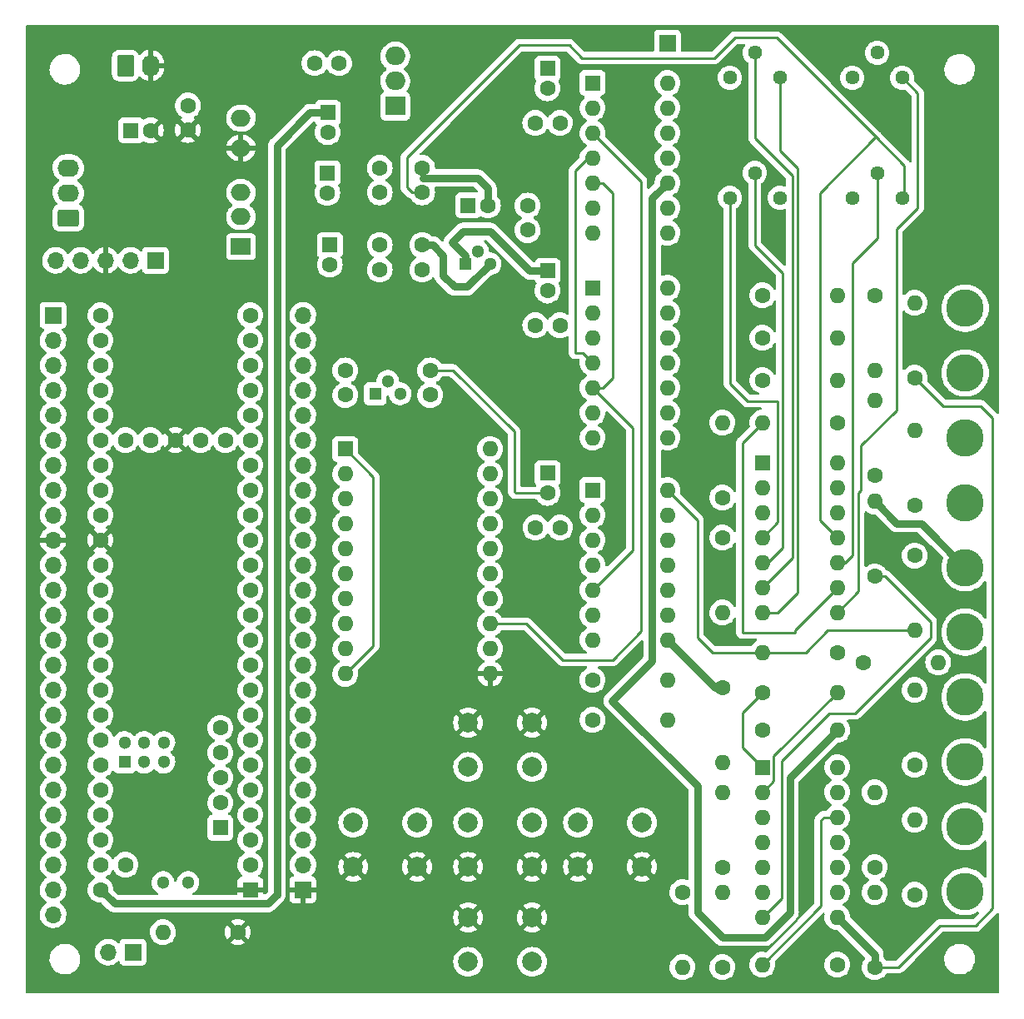
<source format=gbr>
%TF.GenerationSoftware,KiCad,Pcbnew,(6.0.1)*%
%TF.CreationDate,2022-04-22T15:23:58+02:00*%
%TF.ProjectId,teensyv,7465656e-7379-4762-9e6b-696361645f70,rev?*%
%TF.SameCoordinates,Original*%
%TF.FileFunction,Copper,L1,Top*%
%TF.FilePolarity,Positive*%
%FSLAX46Y46*%
G04 Gerber Fmt 4.6, Leading zero omitted, Abs format (unit mm)*
G04 Created by KiCad (PCBNEW (6.0.1)) date 2022-04-22 15:23:58*
%MOMM*%
%LPD*%
G01*
G04 APERTURE LIST*
G04 Aperture macros list*
%AMRoundRect*
0 Rectangle with rounded corners*
0 $1 Rounding radius*
0 $2 $3 $4 $5 $6 $7 $8 $9 X,Y pos of 4 corners*
0 Add a 4 corners polygon primitive as box body*
4,1,4,$2,$3,$4,$5,$6,$7,$8,$9,$2,$3,0*
0 Add four circle primitives for the rounded corners*
1,1,$1+$1,$2,$3*
1,1,$1+$1,$4,$5*
1,1,$1+$1,$6,$7*
1,1,$1+$1,$8,$9*
0 Add four rect primitives between the rounded corners*
20,1,$1+$1,$2,$3,$4,$5,0*
20,1,$1+$1,$4,$5,$6,$7,0*
20,1,$1+$1,$6,$7,$8,$9,0*
20,1,$1+$1,$8,$9,$2,$3,0*%
G04 Aperture macros list end*
%TA.AperFunction,ConnectorPad*%
%ADD10C,3.800000*%
%TD*%
%TA.AperFunction,ComponentPad*%
%ADD11C,2.600000*%
%TD*%
%TA.AperFunction,ComponentPad*%
%ADD12R,1.600000X1.600000*%
%TD*%
%TA.AperFunction,ComponentPad*%
%ADD13O,1.600000X1.600000*%
%TD*%
%TA.AperFunction,ComponentPad*%
%ADD14R,2.000000X1.905000*%
%TD*%
%TA.AperFunction,ComponentPad*%
%ADD15O,2.000000X1.905000*%
%TD*%
%TA.AperFunction,ComponentPad*%
%ADD16C,1.600000*%
%TD*%
%TA.AperFunction,ComponentPad*%
%ADD17C,2.000000*%
%TD*%
%TA.AperFunction,ComponentPad*%
%ADD18C,1.440000*%
%TD*%
%TA.AperFunction,ComponentPad*%
%ADD19R,1.300000X1.300000*%
%TD*%
%TA.AperFunction,ComponentPad*%
%ADD20C,1.300000*%
%TD*%
%TA.AperFunction,ComponentPad*%
%ADD21RoundRect,0.250000X0.845000X-0.620000X0.845000X0.620000X-0.845000X0.620000X-0.845000X-0.620000X0*%
%TD*%
%TA.AperFunction,ComponentPad*%
%ADD22O,2.190000X1.740000*%
%TD*%
%TA.AperFunction,ComponentPad*%
%ADD23R,1.700000X1.700000*%
%TD*%
%TA.AperFunction,ComponentPad*%
%ADD24O,1.700000X1.700000*%
%TD*%
%TA.AperFunction,ComponentPad*%
%ADD25RoundRect,0.250000X-0.620000X-0.845000X0.620000X-0.845000X0.620000X0.845000X-0.620000X0.845000X0*%
%TD*%
%TA.AperFunction,ComponentPad*%
%ADD26O,1.740000X2.190000*%
%TD*%
%TA.AperFunction,ComponentPad*%
%ADD27O,2.000000X1.700000*%
%TD*%
%TA.AperFunction,ComponentPad*%
%ADD28R,2.000000X1.700000*%
%TD*%
%TA.AperFunction,Conductor*%
%ADD29C,0.750000*%
%TD*%
%TA.AperFunction,Conductor*%
%ADD30C,0.250000*%
%TD*%
%TA.AperFunction,Conductor*%
%ADD31C,0.800000*%
%TD*%
G04 APERTURE END LIST*
D10*
%TO.P,BL_GND1,1,1*%
%TO.N,AGND*%
X127558800Y-144755382D03*
D11*
X127558800Y-144755382D03*
%TD*%
D12*
%TO.P,IC4,1,VDD*%
%TO.N,Net-(C15-Pad1)*%
X89652000Y-109728000D03*
D13*
%TO.P,IC4,2*%
%TO.N,N/C*%
X89652000Y-112268000D03*
%TO.P,IC4,3,~{CS}*%
%TO.N,Net-(IC4-Pad3)*%
X89652000Y-114808000D03*
%TO.P,IC4,4,SCK*%
%TO.N,Net-(IC3-Pad4)*%
X89652000Y-117348000D03*
%TO.P,IC4,5,SDI*%
%TO.N,Net-(IC3-Pad5)*%
X89652000Y-119888000D03*
%TO.P,IC4,6*%
%TO.N,N/C*%
X89652000Y-122428000D03*
%TO.P,IC4,7*%
X89652000Y-124968000D03*
%TO.P,IC4,8,~{LDAC}*%
%TO.N,AGND*%
X97272000Y-124968000D03*
%TO.P,IC4,9,~{SHDN}*%
%TO.N,unconnected-(IC4-Pad9)*%
X97272000Y-122428000D03*
%TO.P,IC4,10,VOUTB*%
%TO.N,Net-(IC4-Pad10)*%
X97272000Y-119888000D03*
%TO.P,IC4,11,VREFB*%
%TO.N,Net-(C15-Pad1)*%
X97272000Y-117348000D03*
%TO.P,IC4,12,VSS*%
%TO.N,AGND*%
X97272000Y-114808000D03*
%TO.P,IC4,13,VREFA*%
%TO.N,Net-(C15-Pad1)*%
X97272000Y-112268000D03*
%TO.P,IC4,14,VOUTA*%
%TO.N,Net-(IC4-Pad14)*%
X97272000Y-109728000D03*
%TD*%
D14*
%TO.P,U5,1,VO*%
%TO.N,Net-(C20-Pad1)*%
X69596000Y-91256800D03*
D15*
%TO.P,U5,2,GND*%
%TO.N,AGND*%
X69596000Y-88716800D03*
%TO.P,U5,3,VI*%
%TO.N,+5V*%
X69596000Y-86176800D03*
%TD*%
D12*
%TO.P,U4,1*%
%TO.N,Net-(J3-Pad22)*%
X64516000Y-126120500D03*
D13*
%TO.P,U4,2*%
%TO.N,unconnected-(U4-Pad2)*%
X64516000Y-128660500D03*
%TO.P,U4,3*%
%TO.N,Net-(J3-Pad11)*%
X64516000Y-131200500D03*
%TO.P,U4,4*%
%TO.N,unconnected-(U4-Pad4)*%
X64516000Y-133740500D03*
%TO.P,U4,5*%
%TO.N,unconnected-(U4-Pad5)*%
X64516000Y-136280500D03*
%TO.P,U4,6*%
%TO.N,Net-(J1-Pad13)*%
X64516000Y-138820500D03*
%TO.P,U4,7*%
%TO.N,Net-(J1-Pad8)*%
X64516000Y-141360500D03*
%TO.P,U4,8*%
%TO.N,Net-(J1-Pad10)*%
X64516000Y-143900500D03*
%TO.P,U4,9*%
%TO.N,Net-(J3-Pad20)*%
X64516000Y-146440500D03*
%TO.P,U4,10*%
%TO.N,Net-(J3-Pad22)*%
X64516000Y-148980500D03*
%TO.P,U4,11*%
%TO.N,GND*%
X79248000Y-148980500D03*
%TO.P,U4,12*%
%TO.N,Net-(IC3-Pad3)*%
X79248000Y-146440500D03*
%TO.P,U4,13*%
%TO.N,Net-(IC5-Pad3)*%
X79248000Y-143900500D03*
%TO.P,U4,14*%
%TO.N,Net-(IC4-Pad3)*%
X79248000Y-141360500D03*
%TO.P,U4,15*%
%TO.N,Net-(IC3-Pad5)*%
X79248000Y-138820500D03*
%TO.P,U4,16*%
%TO.N,unconnected-(U4-Pad16)*%
X79248000Y-136280500D03*
%TO.P,U4,17*%
%TO.N,unconnected-(U4-Pad17)*%
X79248000Y-133740500D03*
%TO.P,U4,18*%
%TO.N,Net-(IC3-Pad4)*%
X79248000Y-131200500D03*
%TO.P,U4,19*%
%TO.N,unconnected-(U4-Pad19)*%
X79248000Y-128660500D03*
%TO.P,U4,20*%
%TO.N,Net-(C15-Pad1)*%
X79248000Y-126120500D03*
%TD*%
D16*
%TO.P,R15,1,1*%
%TO.N,Net-(IC1-Pad7)*%
X102870000Y-178816000D03*
D13*
%TO.P,R15,2,2*%
%TO.N,Net-(IC1-Pad6)*%
X102870000Y-171196000D03*
%TD*%
D17*
%TO.P,SW2,1,1*%
%TO.N,GND*%
X83514000Y-173772000D03*
X77014000Y-173772000D03*
%TO.P,SW2,2,2*%
%TO.N,Net-(J1-Pad2)*%
X77014000Y-178272000D03*
X83514000Y-178272000D03*
%TD*%
D16*
%TO.P,R21,1,1*%
%TO.N,Net-(IC1-Pad7)*%
X118364000Y-139090400D03*
D13*
%TO.P,R21,2,2*%
%TO.N,Net-(BL_SIG1-Pad1)*%
X118364000Y-131470400D03*
%TD*%
D18*
%TO.P,RV1,1,1*%
%TO.N,-12V*%
X121158000Y-100584000D03*
%TO.P,RV1,2,2*%
%TO.N,Net-(IC6-Pad10)*%
X118618000Y-98044000D03*
%TO.P,RV1,3,3*%
%TO.N,+12V*%
X116078000Y-100584000D03*
%TD*%
D16*
%TO.P,R4,1,1*%
%TO.N,Net-(C6-Pad1)*%
X89662000Y-153670000D03*
D13*
%TO.P,R4,2,2*%
%TO.N,Net-(IC6-Pad13)*%
X97282000Y-153670000D03*
%TD*%
D12*
%TO.P,C18,1*%
%TO.N,Net-(C15-Pad1)*%
X85070000Y-87436888D03*
D16*
%TO.P,C18,2*%
%TO.N,AGND*%
X85070000Y-89436888D03*
%TD*%
D12*
%TO.P,IC6,1,OUT*%
%TO.N,Net-(IC6-Pad1)*%
X106934000Y-127508000D03*
D13*
%TO.P,IC6,2,-IN*%
%TO.N,Net-(IC6-Pad2)*%
X106934000Y-130048000D03*
%TO.P,IC6,3,+IN*%
%TO.N,Net-(IC6-Pad3)*%
X106934000Y-132588000D03*
%TO.P,IC6,4,V+*%
%TO.N,+12V*%
X106934000Y-135128000D03*
%TO.P,IC6,5,+IN*%
%TO.N,Net-(IC6-Pad5)*%
X106934000Y-137668000D03*
%TO.P,IC6,6,-IN*%
%TO.N,Net-(IC6-Pad6)*%
X106934000Y-140208000D03*
%TO.P,IC6,7,OUT*%
%TO.N,Net-(IC6-Pad7)*%
X106934000Y-142748000D03*
%TO.P,IC6,8,OUT*%
%TO.N,Net-(IC6-Pad8)*%
X114554000Y-142748000D03*
%TO.P,IC6,9,-IN*%
%TO.N,Net-(IC6-Pad9)*%
X114554000Y-140208000D03*
%TO.P,IC6,10,+IN*%
%TO.N,Net-(IC6-Pad10)*%
X114554000Y-137668000D03*
%TO.P,IC6,11,V-*%
%TO.N,-12V*%
X114554000Y-135128000D03*
%TO.P,IC6,12,+IN*%
%TO.N,Net-(IC6-Pad12)*%
X114554000Y-132588000D03*
%TO.P,IC6,13,-IN*%
%TO.N,Net-(IC6-Pad13)*%
X114554000Y-130048000D03*
%TO.P,IC6,14,OUT*%
%TO.N,Net-(IC6-Pad14)*%
X114554000Y-127508000D03*
%TD*%
D16*
%TO.P,R17,1,1*%
%TO.N,Net-(IC6-Pad8)*%
X122428000Y-158242000D03*
D13*
%TO.P,R17,2,2*%
%TO.N,Net-(R17-Pad2)*%
X122428000Y-150622000D03*
%TD*%
D16*
%TO.P,C12,1,1*%
%TO.N,AGND*%
X68021200Y-97525200D03*
%TO.P,C12,2,2*%
%TO.N,-12V*%
X68021200Y-100025200D03*
%TD*%
%TO.P,R24,1,1*%
%TO.N,Net-(IC1-Pad5)*%
X102870000Y-168656000D03*
D13*
%TO.P,R24,2,2*%
%TO.N,Net-(IC3-Pad10)*%
X102870000Y-161036000D03*
%TD*%
D17*
%TO.P,SW4,1,1*%
%TO.N,Net-(J1-Pad3)*%
X94690000Y-164120000D03*
X88190000Y-164120000D03*
%TO.P,SW4,2,2*%
%TO.N,GND*%
X94690000Y-168620000D03*
X88190000Y-168620000D03*
%TD*%
D19*
%TO.P,U2,1,OUT*%
%TO.N,Net-(C6-Pad1)*%
X67564000Y-120502000D03*
D20*
%TO.P,U2,2,COMMON*%
%TO.N,AGND*%
X68834000Y-119232000D03*
%TO.P,U2,3,IN*%
%TO.N,Net-(C15-Pad1)*%
X70104000Y-120502000D03*
%TD*%
D16*
%TO.P,R11,1,1*%
%TO.N,Net-(IC6-Pad14)*%
X114554000Y-123444000D03*
D13*
%TO.P,R11,2,2*%
%TO.N,Net-(IC6-Pad9)*%
X106934000Y-123444000D03*
%TD*%
D17*
%TO.P,SW5,1,1*%
%TO.N,GND*%
X77014000Y-153960000D03*
X83514000Y-153960000D03*
%TO.P,SW5,2,2*%
%TO.N,Net-(J1-Pad6)*%
X83514000Y-158460000D03*
X77014000Y-158460000D03*
%TD*%
D16*
%TO.P,R23,1,1*%
%TO.N,Net-(IC1-Pad10)*%
X118364000Y-168656000D03*
D13*
%TO.P,R23,2,2*%
%TO.N,Net-(IC5-Pad10)*%
X118364000Y-161036000D03*
%TD*%
D16*
%TO.P,C2,1,1*%
%TO.N,Net-(C15-Pad1)*%
X73152000Y-120630000D03*
%TO.P,C2,2,2*%
%TO.N,AGND*%
X73152000Y-118130000D03*
%TD*%
D12*
%TO.P,IC3,1,VDD*%
%TO.N,Net-(C15-Pad1)*%
X89652000Y-130302000D03*
D13*
%TO.P,IC3,2*%
%TO.N,N/C*%
X89652000Y-132842000D03*
%TO.P,IC3,3,~{CS}*%
%TO.N,Net-(IC3-Pad3)*%
X89652000Y-135382000D03*
%TO.P,IC3,4,SCK*%
%TO.N,Net-(IC3-Pad4)*%
X89652000Y-137922000D03*
%TO.P,IC3,5,SDI*%
%TO.N,Net-(IC3-Pad5)*%
X89652000Y-140462000D03*
%TO.P,IC3,6*%
%TO.N,N/C*%
X89652000Y-143002000D03*
%TO.P,IC3,7*%
X89652000Y-145542000D03*
%TO.P,IC3,8,~{LDAC}*%
%TO.N,AGND*%
X97272000Y-145542000D03*
%TO.P,IC3,9,~{SHDN}*%
%TO.N,unconnected-(IC3-Pad9)*%
X97272000Y-143002000D03*
%TO.P,IC3,10,VOUTB*%
%TO.N,Net-(IC3-Pad10)*%
X97272000Y-140462000D03*
%TO.P,IC3,11,VREFB*%
%TO.N,Net-(C15-Pad1)*%
X97272000Y-137922000D03*
%TO.P,IC3,12,VSS*%
%TO.N,AGND*%
X97272000Y-135382000D03*
%TO.P,IC3,13,VREFA*%
%TO.N,Net-(C15-Pad1)*%
X97272000Y-132842000D03*
%TO.P,IC3,14,VOUTA*%
%TO.N,Net-(IC3-Pad14)*%
X97272000Y-130302000D03*
%TD*%
D12*
%TO.P,C4,1*%
%TO.N,+5V*%
X42732888Y-93726000D03*
D16*
%TO.P,C4,2*%
%TO.N,GND*%
X44732888Y-93726000D03*
%TD*%
%TO.P,R8,1,1*%
%TO.N,Net-(IC6-Pad2)*%
X102870000Y-131064000D03*
D13*
%TO.P,R8,2,2*%
%TO.N,Net-(IC6-Pad1)*%
X102870000Y-123444000D03*
%TD*%
D12*
%TO.P,C20,1*%
%TO.N,Net-(C20-Pad1)*%
X62738000Y-91917200D03*
D16*
%TO.P,C20,2*%
%TO.N,AGND*%
X62738000Y-93917200D03*
%TD*%
D21*
%TO.P,J7,1,Pin_1*%
%TO.N,+12V*%
X36342000Y-102616000D03*
D22*
%TO.P,J7,2,Pin_2*%
%TO.N,AGND*%
X36342000Y-100076000D03*
%TO.P,J7,3,Pin_3*%
%TO.N,-12V*%
X36342000Y-97536000D03*
%TD*%
D12*
%TO.P,IC1,1,OUT*%
%TO.N,Net-(IC1-Pad1)*%
X106934000Y-158491000D03*
D13*
%TO.P,IC1,2,-IN*%
%TO.N,Net-(IC1-Pad2)*%
X106934000Y-161031000D03*
%TO.P,IC1,3,+IN*%
%TO.N,Net-(IC1-Pad3)*%
X106934000Y-163571000D03*
%TO.P,IC1,4,V+*%
%TO.N,+12V*%
X106934000Y-166111000D03*
%TO.P,IC1,5,+IN*%
%TO.N,Net-(IC1-Pad5)*%
X106934000Y-168651000D03*
%TO.P,IC1,6,-IN*%
%TO.N,Net-(IC1-Pad6)*%
X106934000Y-171191000D03*
%TO.P,IC1,7,OUT*%
%TO.N,Net-(IC1-Pad7)*%
X106934000Y-173731000D03*
%TO.P,IC1,8,OUT*%
%TO.N,Net-(IC1-Pad8)*%
X114554000Y-173731000D03*
%TO.P,IC1,9,-IN*%
%TO.N,Net-(IC1-Pad9)*%
X114554000Y-171191000D03*
%TO.P,IC1,10,+IN*%
%TO.N,Net-(IC1-Pad10)*%
X114554000Y-168651000D03*
%TO.P,IC1,11,V-*%
%TO.N,-12V*%
X114554000Y-166111000D03*
%TO.P,IC1,12,+IN*%
%TO.N,AGND*%
X114554000Y-163571000D03*
%TO.P,IC1,13,-IN*%
X114554000Y-161031000D03*
%TO.P,IC1,14,OUT*%
%TO.N,unconnected-(IC1-Pad14)*%
X114554000Y-158491000D03*
%TD*%
D16*
%TO.P,R20,1,1*%
%TO.N,Net-(IC1-Pad1)*%
X122428000Y-131826000D03*
D13*
%TO.P,R20,2,2*%
%TO.N,Net-(GR_SIG1-Pad1)*%
X122428000Y-124206000D03*
%TD*%
D11*
%TO.P,Y_GND1,1,1*%
%TO.N,AGND*%
X127558800Y-171119018D03*
D10*
X127558800Y-171119018D03*
%TD*%
D16*
%TO.P,C7,1,1*%
%TO.N,Net-(C15-Pad1)*%
X86340000Y-113538000D03*
%TO.P,C7,2,2*%
%TO.N,AGND*%
X83840000Y-113538000D03*
%TD*%
D23*
%TO.P,J1,1,Pin_1*%
%TO.N,GND*%
X60198000Y-170942000D03*
D24*
%TO.P,J1,2,Pin_2*%
%TO.N,Net-(J1-Pad2)*%
X60198000Y-168402000D03*
%TO.P,J1,3,Pin_3*%
%TO.N,Net-(J1-Pad3)*%
X60198000Y-165862000D03*
%TO.P,J1,4,Pin_4*%
%TO.N,Net-(J1-Pad4)*%
X60198000Y-163322000D03*
%TO.P,J1,5,Pin_5*%
%TO.N,Net-(J1-Pad5)*%
X60198000Y-160782000D03*
%TO.P,J1,6,Pin_6*%
%TO.N,Net-(J1-Pad6)*%
X60198000Y-158242000D03*
%TO.P,J1,7,Pin_7*%
%TO.N,Net-(J1-Pad7)*%
X60198000Y-155702000D03*
%TO.P,J1,8,Pin_8*%
%TO.N,Net-(J1-Pad8)*%
X60198000Y-153162000D03*
%TO.P,J1,9,Pin_9*%
%TO.N,Net-(J1-Pad9)*%
X60198000Y-150622000D03*
%TO.P,J1,10,Pin_10*%
%TO.N,Net-(J1-Pad10)*%
X60198000Y-148082000D03*
%TO.P,J1,11,Pin_11*%
%TO.N,Net-(J1-Pad11)*%
X60198000Y-145542000D03*
%TO.P,J1,12,Pin_12*%
%TO.N,Net-(J1-Pad12)*%
X60198000Y-143002000D03*
%TO.P,J1,13,Pin_13*%
%TO.N,Net-(J1-Pad13)*%
X60198000Y-140462000D03*
%TO.P,J1,14,Pin_14*%
%TO.N,Net-(J1-Pad14)*%
X60198000Y-137922000D03*
%TO.P,J1,15,Pin_15*%
%TO.N,Net-(J1-Pad15)*%
X60198000Y-135382000D03*
%TO.P,J1,16,Pin_16*%
%TO.N,Net-(J1-Pad16)*%
X60198000Y-132842000D03*
%TO.P,J1,17,Pin_17*%
%TO.N,Net-(J1-Pad17)*%
X60198000Y-130302000D03*
%TO.P,J1,18,Pin_18*%
%TO.N,Net-(J1-Pad18)*%
X60198000Y-127762000D03*
%TO.P,J1,19,Pin_19*%
%TO.N,Net-(J1-Pad19)*%
X60198000Y-125222000D03*
%TO.P,J1,20,Pin_20*%
%TO.N,Net-(J1-Pad20)*%
X60198000Y-122682000D03*
%TO.P,J1,21,Pin_21*%
%TO.N,Net-(J1-Pad21)*%
X60198000Y-120142000D03*
%TO.P,J1,22,Pin_22*%
%TO.N,Net-(J1-Pad22)*%
X60198000Y-117602000D03*
%TO.P,J1,23,Pin_23*%
%TO.N,Net-(J1-Pad23)*%
X60198000Y-115062000D03*
%TO.P,J1,24,Pin_24*%
%TO.N,Net-(J1-Pad24)*%
X60198000Y-112522000D03*
%TD*%
D23*
%TO.P,J9,1,Pin_1*%
%TO.N,Net-(J9-Pad1)*%
X42931000Y-177292000D03*
D24*
%TO.P,J9,2,Pin_2*%
%TO.N,Net-(J9-Pad2)*%
X40391000Y-177292000D03*
%TD*%
D10*
%TO.P,RE_SIG1,1,1*%
%TO.N,Net-(R19-Pad2)*%
X127558800Y-111800837D03*
D11*
X127558800Y-111800837D03*
%TD*%
D16*
%TO.P,R1,1,1*%
%TO.N,Net-(IC4-Pad14)*%
X106934000Y-110490000D03*
D13*
%TO.P,R1,2,2*%
%TO.N,Net-(IC6-Pad12)*%
X114554000Y-110490000D03*
%TD*%
D12*
%TO.P,C5,1*%
%TO.N,Net-(C15-Pad1)*%
X77022888Y-101346000D03*
D16*
%TO.P,C5,2*%
%TO.N,AGND*%
X79022888Y-101346000D03*
%TD*%
%TO.P,C3,1,1*%
%TO.N,+5V*%
X48514000Y-91186000D03*
%TO.P,C3,2,2*%
%TO.N,GND*%
X48514000Y-93686000D03*
%TD*%
D25*
%TO.P,J6,1,Pin_1*%
%TO.N,+5V*%
X42164000Y-87122000D03*
D26*
%TO.P,J6,2,Pin_2*%
%TO.N,GND*%
X44704000Y-87122000D03*
%TD*%
D16*
%TO.P,R19,1,1*%
%TO.N,Net-(IC1-Pad8)*%
X122428000Y-118872000D03*
D13*
%TO.P,R19,2,2*%
%TO.N,Net-(R19-Pad2)*%
X122428000Y-111252000D03*
%TD*%
D16*
%TO.P,R29,1,1*%
%TO.N,Net-(IC1-Pad9)*%
X114554000Y-178562000D03*
D13*
%TO.P,R29,2,2*%
%TO.N,AGND*%
X106934000Y-178562000D03*
%TD*%
D10*
%TO.P,RE_GND1,1,1*%
%TO.N,AGND*%
X127558800Y-118391746D03*
D11*
X127558800Y-118391746D03*
%TD*%
D16*
%TO.P,R7,1,1*%
%TO.N,Net-(IC6-Pad13)*%
X118364000Y-128778000D03*
D13*
%TO.P,R7,2,2*%
%TO.N,Net-(IC6-Pad14)*%
X118364000Y-121158000D03*
%TD*%
D19*
%TO.P,U3,1,VO*%
%TO.N,Net-(C15-Pad1)*%
X76708000Y-107294000D03*
D20*
%TO.P,U3,2,GND*%
%TO.N,AGND*%
X77978000Y-106024000D03*
%TO.P,U3,3,VI*%
%TO.N,+12V*%
X79248000Y-107294000D03*
%TD*%
D16*
%TO.P,R22,1,1*%
%TO.N,Net-(IC1-Pad3)*%
X114554000Y-146812000D03*
D13*
%TO.P,R22,2,2*%
%TO.N,Net-(IC3-Pad14)*%
X106934000Y-146812000D03*
%TD*%
D16*
%TO.P,R5,1,1*%
%TO.N,AGND*%
X118364000Y-110490000D03*
D13*
%TO.P,R5,2,2*%
%TO.N,Net-(IC6-Pad3)*%
X118364000Y-118110000D03*
%TD*%
D16*
%TO.P,C1,1,1*%
%TO.N,+12V*%
X83058000Y-103866000D03*
%TO.P,C1,2,2*%
%TO.N,AGND*%
X83058000Y-101366000D03*
%TD*%
%TO.P,R14,1,1*%
%TO.N,AGND*%
X102870000Y-150368000D03*
D13*
%TO.P,R14,2,2*%
%TO.N,Net-(IC3-Pad10)*%
X102870000Y-157988000D03*
%TD*%
D16*
%TO.P,R3,1,1*%
%TO.N,AGND*%
X106934000Y-114808000D03*
D13*
%TO.P,R3,2,2*%
%TO.N,Net-(IC6-Pad12)*%
X114554000Y-114808000D03*
%TD*%
D18*
%TO.P,RV4,1,1*%
%TO.N,Net-(IC6-Pad7)*%
X108712000Y-88362000D03*
%TO.P,RV4,2,2*%
%TO.N,Net-(IC6-Pad6)*%
X106172000Y-85822000D03*
%TO.P,RV4,3,3*%
%TO.N,unconnected-(RV4-Pad3)*%
X103632000Y-88362000D03*
%TD*%
D12*
%TO.P,C10,1*%
%TO.N,AGND*%
X62687200Y-98074088D03*
D16*
%TO.P,C10,2*%
%TO.N,-12V*%
X62687200Y-100074088D03*
%TD*%
%TO.P,C17,1,1*%
%TO.N,Net-(C15-Pad1)*%
X86340000Y-92964000D03*
%TO.P,C17,2,2*%
%TO.N,AGND*%
X83840000Y-92964000D03*
%TD*%
D10*
%TO.P,Y_SIG1,1,1*%
%TO.N,Net-(R18-Pad2)*%
X127558800Y-164528109D03*
D11*
X127558800Y-164528109D03*
%TD*%
D23*
%TO.P,J8,1,Pin_1*%
%TO.N,Net-(IC5-Pad14)*%
X97272000Y-84836000D03*
%TD*%
D16*
%TO.P,R13,1,1*%
%TO.N,Net-(IC6-Pad1)*%
X102870000Y-135128000D03*
D13*
%TO.P,R13,2,2*%
%TO.N,Net-(IC6-Pad6)*%
X102870000Y-142748000D03*
%TD*%
D16*
%TO.P,R16,1,1*%
%TO.N,Net-(IC1-Pad8)*%
X118364000Y-178816000D03*
D13*
%TO.P,R16,2,2*%
%TO.N,Net-(IC1-Pad9)*%
X118364000Y-171196000D03*
%TD*%
D17*
%TO.P,SW1,1,1*%
%TO.N,Net-(J1-Pad5)*%
X71830000Y-164120000D03*
X65330000Y-164120000D03*
%TO.P,SW1,2,2*%
%TO.N,GND*%
X65330000Y-168620000D03*
X71830000Y-168620000D03*
%TD*%
D10*
%TO.P,BL_SIG1,1,1*%
%TO.N,Net-(BL_SIG1-Pad1)*%
X127558800Y-138164473D03*
D11*
X127558800Y-138164473D03*
%TD*%
%TO.P,GR_SIG1,1,1*%
%TO.N,Net-(GR_SIG1-Pad1)*%
X127558800Y-124982655D03*
D10*
X127558800Y-124982655D03*
%TD*%
D12*
%TO.P,IC5,1,VDD*%
%TO.N,Net-(C15-Pad1)*%
X89662000Y-88900000D03*
D13*
%TO.P,IC5,2*%
%TO.N,N/C*%
X89662000Y-91440000D03*
%TO.P,IC5,3,~{CS}*%
%TO.N,Net-(IC5-Pad3)*%
X89662000Y-93980000D03*
%TO.P,IC5,4,SCK*%
%TO.N,Net-(IC3-Pad4)*%
X89662000Y-96520000D03*
%TO.P,IC5,5,SDI*%
%TO.N,Net-(IC3-Pad5)*%
X89662000Y-99060000D03*
%TO.P,IC5,6*%
%TO.N,N/C*%
X89662000Y-101600000D03*
%TO.P,IC5,7*%
X89662000Y-104140000D03*
%TO.P,IC5,8,~{LDAC}*%
%TO.N,AGND*%
X97282000Y-104140000D03*
%TO.P,IC5,9,~{SHDN}*%
%TO.N,unconnected-(IC5-Pad9)*%
X97282000Y-101600000D03*
%TO.P,IC5,10,VOUTB*%
%TO.N,Net-(IC5-Pad10)*%
X97282000Y-99060000D03*
%TO.P,IC5,11,VREFB*%
%TO.N,Net-(C15-Pad1)*%
X97282000Y-96520000D03*
%TO.P,IC5,12,VSS*%
%TO.N,AGND*%
X97282000Y-93980000D03*
%TO.P,IC5,13,VREFA*%
%TO.N,Net-(C15-Pad1)*%
X97282000Y-91440000D03*
%TO.P,IC5,14,VOUTA*%
%TO.N,Net-(IC5-Pad14)*%
X97282000Y-88900000D03*
%TD*%
D16*
%TO.P,R18,1,1*%
%TO.N,Net-(IC6-Pad7)*%
X122428000Y-171450000D03*
D13*
%TO.P,R18,2,2*%
%TO.N,Net-(R18-Pad2)*%
X122428000Y-163830000D03*
%TD*%
D23*
%TO.P,J3,1,Pin_1*%
%TO.N,Net-(J3-Pad1)*%
X34798000Y-112522000D03*
D24*
%TO.P,J3,2,Pin_2*%
%TO.N,Net-(J3-Pad2)*%
X34798000Y-115062000D03*
%TO.P,J3,3,Pin_3*%
%TO.N,Net-(J3-Pad3)*%
X34798000Y-117602000D03*
%TO.P,J3,4,Pin_4*%
%TO.N,Net-(J3-Pad4)*%
X34798000Y-120142000D03*
%TO.P,J3,5,Pin_5*%
%TO.N,Net-(J3-Pad5)*%
X34798000Y-122682000D03*
%TO.P,J3,6,Pin_6*%
%TO.N,Net-(J3-Pad6)*%
X34798000Y-125222000D03*
%TO.P,J3,7,Pin_7*%
%TO.N,Net-(J3-Pad7)*%
X34798000Y-127762000D03*
%TO.P,J3,8,Pin_8*%
%TO.N,Net-(J3-Pad8)*%
X34798000Y-130302000D03*
%TO.P,J3,9,Pin_9*%
%TO.N,Net-(J3-Pad9)*%
X34798000Y-132842000D03*
%TO.P,J3,10,Pin_10*%
%TO.N,GND*%
X34798000Y-135382000D03*
%TO.P,J3,11,Pin_11*%
%TO.N,Net-(J3-Pad11)*%
X34798000Y-137922000D03*
%TO.P,J3,12,Pin_12*%
%TO.N,Net-(J3-Pad12)*%
X34798000Y-140462000D03*
%TO.P,J3,13,Pin_13*%
%TO.N,Net-(J3-Pad13)*%
X34798000Y-143002000D03*
%TO.P,J3,14,Pin_14*%
%TO.N,Net-(J3-Pad14)*%
X34798000Y-145542000D03*
%TO.P,J3,15,Pin_15*%
%TO.N,Net-(J3-Pad15)*%
X34798000Y-148082000D03*
%TO.P,J3,16,Pin_16*%
%TO.N,Net-(J3-Pad16)*%
X34798000Y-150622000D03*
%TO.P,J3,17,Pin_17*%
%TO.N,Net-(J3-Pad17)*%
X34798000Y-153162000D03*
%TO.P,J3,18,Pin_18*%
%TO.N,Net-(J3-Pad18)*%
X34798000Y-155702000D03*
%TO.P,J3,19,Pin_19*%
%TO.N,Net-(J3-Pad19)*%
X34798000Y-158242000D03*
%TO.P,J3,20,Pin_20*%
%TO.N,Net-(J3-Pad20)*%
X34798000Y-160782000D03*
%TO.P,J3,21,Pin_21*%
%TO.N,Net-(J3-Pad21)*%
X34798000Y-163322000D03*
%TO.P,J3,22,Pin_22*%
%TO.N,Net-(J3-Pad22)*%
X34798000Y-165862000D03*
%TO.P,J3,23,Pin_23*%
%TO.N,AGND*%
X34798000Y-168402000D03*
%TO.P,J3,24,Pin_24*%
%TO.N,Net-(C20-Pad1)*%
X34798000Y-170942000D03*
%TO.P,J3,25,Pin_25*%
%TO.N,Net-(J3-Pad25)*%
X34798000Y-173482000D03*
%TD*%
D18*
%TO.P,RV3,1,1*%
%TO.N,Net-(IC6-Pad8)*%
X121158000Y-88377000D03*
%TO.P,RV3,2,2*%
%TO.N,Net-(IC6-Pad9)*%
X118618000Y-85837000D03*
%TO.P,RV3,3,3*%
%TO.N,unconnected-(RV3-Pad3)*%
X116078000Y-88377000D03*
%TD*%
D16*
%TO.P,R28,1,1*%
%TO.N,Net-(IC1-Pad2)*%
X117195600Y-147828000D03*
D13*
%TO.P,R28,2,2*%
%TO.N,AGND*%
X124815600Y-147828000D03*
%TD*%
D18*
%TO.P,RV2,1,1*%
%TO.N,-12V*%
X108712000Y-100584000D03*
%TO.P,RV2,2,2*%
%TO.N,Net-(IC6-Pad5)*%
X106172000Y-98044000D03*
%TO.P,RV2,3,3*%
%TO.N,+12V*%
X103632000Y-100584000D03*
%TD*%
D16*
%TO.P,R9,1,1*%
%TO.N,AGND*%
X122428000Y-136956800D03*
D13*
%TO.P,R9,2,2*%
%TO.N,Net-(IC3-Pad14)*%
X122428000Y-144576800D03*
%TD*%
D16*
%TO.P,R25,1,1*%
%TO.N,GND*%
X53594000Y-175260000D03*
D13*
%TO.P,R25,2,2*%
%TO.N,Net-(J3-Pad22)*%
X45974000Y-175260000D03*
%TD*%
D12*
%TO.P,U1,1,GND*%
%TO.N,GND*%
X54864000Y-170942000D03*
D16*
%TO.P,U1,2,0_RX1_CRX2_CS1*%
%TO.N,Net-(J1-Pad2)*%
X54864000Y-168402000D03*
%TO.P,U1,3,1_TX1_CTX2_MISO1*%
%TO.N,Net-(J1-Pad3)*%
X54864000Y-165862000D03*
%TO.P,U1,4,2_OUT2*%
%TO.N,Net-(J1-Pad4)*%
X54864000Y-163322000D03*
%TO.P,U1,5,3_LRCLK2*%
%TO.N,Net-(J1-Pad5)*%
X54864000Y-160782000D03*
%TO.P,U1,6,4_BCLK2*%
%TO.N,Net-(J1-Pad6)*%
X54864000Y-158242000D03*
%TO.P,U1,7,5_IN2*%
%TO.N,Net-(J1-Pad7)*%
X54864000Y-155702000D03*
%TO.P,U1,8,6_OUT1D*%
%TO.N,Net-(J1-Pad8)*%
X54864000Y-153162000D03*
%TO.P,U1,9,7_RX2_OUT1A*%
%TO.N,Net-(J1-Pad9)*%
X54864000Y-150622000D03*
%TO.P,U1,10,8_TX2_IN1*%
%TO.N,Net-(J1-Pad10)*%
X54864000Y-148082000D03*
%TO.P,U1,11,9_OUT1C*%
%TO.N,Net-(J1-Pad11)*%
X54864000Y-145542000D03*
%TO.P,U1,12,10_CS_MQSR*%
%TO.N,Net-(J1-Pad12)*%
X54864000Y-143002000D03*
%TO.P,U1,13,11_MOSI_CTX1*%
%TO.N,Net-(J1-Pad13)*%
X54864000Y-140462000D03*
%TO.P,U1,14,12_MISO_MQSL*%
%TO.N,Net-(J1-Pad14)*%
X54864000Y-137922000D03*
%TO.P,U1,15,3V3*%
%TO.N,Net-(J1-Pad15)*%
X54864000Y-135382000D03*
%TO.P,U1,16,24_A10_TX6_SCL2*%
%TO.N,Net-(J1-Pad16)*%
X54864000Y-132842000D03*
%TO.P,U1,17,25_A11_RX6_SDA2*%
%TO.N,Net-(J1-Pad17)*%
X54864000Y-130302000D03*
%TO.P,U1,18,26_A12_MOSI1*%
%TO.N,Net-(J1-Pad18)*%
X54864000Y-127762000D03*
%TO.P,U1,19,27_A13_SCK1*%
%TO.N,Net-(J1-Pad19)*%
X54864000Y-125222000D03*
%TO.P,U1,20,28_RX7*%
%TO.N,Net-(J1-Pad20)*%
X54864000Y-122682000D03*
%TO.P,U1,21,29_TX7*%
%TO.N,Net-(J1-Pad21)*%
X54864000Y-120142000D03*
%TO.P,U1,22,30_CRX3*%
%TO.N,Net-(J1-Pad22)*%
X54864000Y-117602000D03*
%TO.P,U1,23,31_CTX3*%
%TO.N,Net-(J1-Pad23)*%
X54864000Y-115062000D03*
%TO.P,U1,24,32_OUT1B*%
%TO.N,Net-(J1-Pad24)*%
X54864000Y-112522000D03*
%TO.P,U1,25,33_MCLK2*%
%TO.N,Net-(J3-Pad1)*%
X39624000Y-112522000D03*
%TO.P,U1,26,34_RX8*%
%TO.N,Net-(J3-Pad2)*%
X39624000Y-115062000D03*
%TO.P,U1,27,35_TX8*%
%TO.N,Net-(J3-Pad3)*%
X39624000Y-117602000D03*
%TO.P,U1,28,36_CS*%
%TO.N,Net-(J3-Pad4)*%
X39624000Y-120142000D03*
%TO.P,U1,29,37_CS*%
%TO.N,Net-(J3-Pad5)*%
X39624000Y-122682000D03*
%TO.P,U1,30,38_CS1_IN1*%
%TO.N,Net-(J3-Pad6)*%
X39624000Y-125222000D03*
%TO.P,U1,31,39_MISO1_OUT1A*%
%TO.N,Net-(J3-Pad7)*%
X39624000Y-127762000D03*
%TO.P,U1,32,40_A16*%
%TO.N,Net-(J3-Pad8)*%
X39624000Y-130302000D03*
%TO.P,U1,33,41_A17*%
%TO.N,Net-(J3-Pad9)*%
X39624000Y-132842000D03*
%TO.P,U1,34,GND*%
%TO.N,GND*%
X39624000Y-135382000D03*
%TO.P,U1,35,13_SCK_LED*%
%TO.N,Net-(J3-Pad11)*%
X39624000Y-137922000D03*
%TO.P,U1,36,14_A0_TX3_SPDIF_OUT*%
%TO.N,Net-(J3-Pad12)*%
X39624000Y-140462000D03*
%TO.P,U1,37,15_A1_RX3_SPDIF_IN*%
%TO.N,Net-(J3-Pad13)*%
X39624000Y-143002000D03*
%TO.P,U1,38,16_A2_RX4_SCL1*%
%TO.N,Net-(J3-Pad14)*%
X39624000Y-145542000D03*
%TO.P,U1,39,17_A3_TX4_SDA1*%
%TO.N,Net-(J3-Pad15)*%
X39624000Y-148082000D03*
%TO.P,U1,40,18_A4_SDA*%
%TO.N,Net-(J3-Pad16)*%
X39624000Y-150622000D03*
%TO.P,U1,41,19_A5_SCL*%
%TO.N,Net-(J3-Pad17)*%
X39624000Y-153162000D03*
%TO.P,U1,42,20_A6_TX5_LRCLK1*%
%TO.N,Net-(J3-Pad18)*%
X39624000Y-155702000D03*
%TO.P,U1,43,21_A7_RX5_BCLK1*%
%TO.N,Net-(J3-Pad19)*%
X39624000Y-158242000D03*
%TO.P,U1,44,22_A8_CTX1*%
%TO.N,Net-(J3-Pad20)*%
X39624000Y-160782000D03*
%TO.P,U1,45,23_A9_CRX1_MCLK1*%
%TO.N,Net-(J3-Pad21)*%
X39624000Y-163322000D03*
%TO.P,U1,46,3V3*%
%TO.N,Net-(J3-Pad22)*%
X39624000Y-165862000D03*
%TO.P,U1,47,GND*%
%TO.N,AGND*%
X39624000Y-168402000D03*
%TO.P,U1,48,VIN*%
%TO.N,Net-(C20-Pad1)*%
X39624000Y-170942000D03*
%TO.P,U1,49,VUSB*%
%TO.N,Net-(J3-Pad25)*%
X42164000Y-168402000D03*
%TO.P,U1,50,VBAT*%
%TO.N,Net-(J2-Pad1)*%
X52324000Y-125222000D03*
%TO.P,U1,51,3V3*%
%TO.N,Net-(J2-Pad2)*%
X49784000Y-125222000D03*
%TO.P,U1,52,GND*%
%TO.N,GND*%
X47244000Y-125222000D03*
%TO.P,U1,53,PROGRAM*%
%TO.N,Net-(J2-Pad4)*%
X44704000Y-125222000D03*
%TO.P,U1,54,ON_OFF*%
%TO.N,Net-(J2-Pad5)*%
X42164000Y-125222000D03*
D12*
%TO.P,U1,55,5V*%
%TO.N,unconnected-(U1-Pad55)*%
X51813200Y-164642800D03*
D16*
%TO.P,U1,56,D-*%
%TO.N,unconnected-(U1-Pad56)*%
X51813200Y-162102800D03*
%TO.P,U1,57,D+*%
%TO.N,unconnected-(U1-Pad57)*%
X51813200Y-159562800D03*
%TO.P,U1,58,GND*%
%TO.N,unconnected-(U1-Pad58)*%
X51813200Y-157022800D03*
%TO.P,U1,59,GND*%
%TO.N,unconnected-(U1-Pad59)*%
X51813200Y-154482800D03*
D19*
%TO.P,U1,60,R+*%
%TO.N,unconnected-(U1-Pad60)*%
X42062400Y-157972000D03*
D20*
%TO.P,U1,61,LED*%
%TO.N,unconnected-(U1-Pad61)*%
X44062400Y-157972000D03*
%TO.P,U1,62,T-*%
%TO.N,unconnected-(U1-Pad62)*%
X46062400Y-157972000D03*
%TO.P,U1,63,T+*%
%TO.N,unconnected-(U1-Pad63)*%
X46062400Y-155972000D03*
%TO.P,U1,64,GND*%
%TO.N,unconnected-(U1-Pad64)*%
X44062400Y-155972000D03*
%TO.P,U1,65,R-*%
%TO.N,unconnected-(U1-Pad65)*%
X42062400Y-155972000D03*
%TO.P,U1,66,D-*%
%TO.N,Net-(J9-Pad1)*%
X45974000Y-170212000D03*
%TO.P,U1,67,D+*%
%TO.N,Net-(J9-Pad2)*%
X48514000Y-170212000D03*
%TD*%
D12*
%TO.P,C15,1*%
%TO.N,Net-(C15-Pad1)*%
X85090000Y-108010888D03*
D16*
%TO.P,C15,2*%
%TO.N,AGND*%
X85090000Y-110010888D03*
%TD*%
D17*
%TO.P,SW3,1,1*%
%TO.N,Net-(J1-Pad4)*%
X77014000Y-164120000D03*
X83514000Y-164120000D03*
%TO.P,SW3,2,2*%
%TO.N,GND*%
X77014000Y-168620000D03*
X83514000Y-168620000D03*
%TD*%
D16*
%TO.P,C19,1,1*%
%TO.N,+5V*%
X61386400Y-86888000D03*
%TO.P,C19,2,2*%
%TO.N,AGND*%
X63886400Y-86888000D03*
%TD*%
%TO.P,R30,1,1*%
%TO.N,Net-(IC1-Pad6)*%
X98806000Y-171196000D03*
D13*
%TO.P,R30,2,2*%
%TO.N,AGND*%
X98806000Y-178816000D03*
%TD*%
D16*
%TO.P,R6,1,1*%
%TO.N,Net-(C6-Pad1)*%
X89652000Y-149606000D03*
D13*
%TO.P,R6,2,2*%
%TO.N,Net-(IC6-Pad2)*%
X97272000Y-149606000D03*
%TD*%
D16*
%TO.P,C13,1,1*%
%TO.N,+12V*%
X72339200Y-105379200D03*
%TO.P,C13,2,2*%
%TO.N,AGND*%
X72339200Y-107879200D03*
%TD*%
%TO.P,C6,1,1*%
%TO.N,Net-(C6-Pad1)*%
X64516000Y-120630000D03*
%TO.P,C6,2,2*%
%TO.N,AGND*%
X64516000Y-118130000D03*
%TD*%
%TO.P,C8,1,1*%
%TO.N,Net-(C15-Pad1)*%
X86360000Y-134112000D03*
%TO.P,C8,2,2*%
%TO.N,AGND*%
X83860000Y-134112000D03*
%TD*%
%TO.P,R12,1,1*%
%TO.N,Net-(IC1-Pad1)*%
X106934000Y-150876000D03*
D13*
%TO.P,R12,2,2*%
%TO.N,Net-(IC1-Pad2)*%
X114554000Y-150876000D03*
%TD*%
D27*
%TO.P,IC2,1,+VIN*%
%TO.N,+5V*%
X53908200Y-92474900D03*
%TO.P,IC2,2,-VIN*%
%TO.N,GND*%
X53908200Y-95522900D03*
%TO.P,IC2,4,-VOUT*%
%TO.N,-12V*%
X53908200Y-100047900D03*
%TO.P,IC2,5,COM*%
%TO.N,AGND*%
X53908200Y-102500900D03*
D28*
%TO.P,IC2,6,+VOUT*%
%TO.N,+12V*%
X53908200Y-105548900D03*
%TD*%
D16*
%TO.P,C11,1,1*%
%TO.N,+12V*%
X68021200Y-105379200D03*
%TO.P,C11,2,2*%
%TO.N,AGND*%
X68021200Y-107879200D03*
%TD*%
%TO.P,C14,1,1*%
%TO.N,AGND*%
X72339200Y-97525200D03*
%TO.P,C14,2,2*%
%TO.N,-12V*%
X72339200Y-100025200D03*
%TD*%
%TO.P,R10,1,1*%
%TO.N,AGND*%
X106934000Y-154686000D03*
D13*
%TO.P,R10,2,2*%
%TO.N,Net-(IC5-Pad10)*%
X114554000Y-154686000D03*
%TD*%
D12*
%TO.P,C16,1*%
%TO.N,Net-(C15-Pad1)*%
X85090000Y-128584888D03*
D16*
%TO.P,C16,2*%
%TO.N,AGND*%
X85090000Y-130584888D03*
%TD*%
%TO.P,R2,1,1*%
%TO.N,Net-(IC4-Pad10)*%
X106934000Y-119126000D03*
D13*
%TO.P,R2,2,2*%
%TO.N,Net-(IC6-Pad3)*%
X114554000Y-119126000D03*
%TD*%
D23*
%TO.P,J2,1,Pin_1*%
%TO.N,Net-(J2-Pad1)*%
X45212000Y-106934000D03*
D24*
%TO.P,J2,2,Pin_2*%
%TO.N,Net-(J2-Pad2)*%
X42672000Y-106934000D03*
%TO.P,J2,3,Pin_3*%
%TO.N,GND*%
X40132000Y-106934000D03*
%TO.P,J2,4,Pin_4*%
%TO.N,Net-(J2-Pad4)*%
X37592000Y-106934000D03*
%TO.P,J2,5,Pin_5*%
%TO.N,Net-(J2-Pad5)*%
X35052000Y-106934000D03*
%TD*%
D10*
%TO.P,X_SIG1,1,1*%
%TO.N,Net-(R17-Pad2)*%
X127558800Y-151346291D03*
D11*
X127558800Y-151346291D03*
%TD*%
D10*
%TO.P,GR_GND1,1,1*%
%TO.N,AGND*%
X127558800Y-131573564D03*
D11*
X127558800Y-131573564D03*
%TD*%
D12*
%TO.P,C9,1*%
%TO.N,+12V*%
X62941200Y-105379200D03*
D16*
%TO.P,C9,2*%
%TO.N,AGND*%
X62941200Y-107379200D03*
%TD*%
D10*
%TO.P,X_GND1,1,1*%
%TO.N,AGND*%
X127558800Y-157937200D03*
D11*
X127558800Y-157937200D03*
%TD*%
D29*
%TO.N,Net-(BL_SIG1-Pad1)*%
X120599200Y-133705600D02*
X123099927Y-133705600D01*
X123099927Y-133705600D02*
X127558800Y-138164473D01*
X118364000Y-131470400D02*
X120599200Y-133705600D01*
D30*
%TO.N,AGND*%
X112877600Y-163880800D02*
X113187400Y-163571000D01*
X81816888Y-130584888D02*
X85090000Y-130584888D01*
D29*
X79022888Y-99596888D02*
X79022888Y-101346000D01*
X72390000Y-98572000D02*
X77998000Y-98572000D01*
D30*
X81686400Y-130454400D02*
X81816888Y-130584888D01*
X73152000Y-118130000D02*
X75458000Y-118130000D01*
D29*
X77998000Y-98572000D02*
X79022888Y-99596888D01*
D30*
X106934000Y-178562000D02*
X112877600Y-172618400D01*
X112877600Y-172618400D02*
X112877600Y-163880800D01*
D31*
X97272000Y-145542000D02*
X102098000Y-150368000D01*
D30*
X81686400Y-124358400D02*
X81686400Y-130454400D01*
X113187400Y-163571000D02*
X114554000Y-163571000D01*
X102098000Y-150368000D02*
X102870000Y-150368000D01*
X75458000Y-118130000D02*
X81686400Y-124358400D01*
%TO.N,+12V*%
X108513280Y-121259600D02*
X105410000Y-121259600D01*
X106934000Y-135128000D02*
X108513280Y-133548720D01*
D31*
X76915600Y-109626400D02*
X75590400Y-109626400D01*
D30*
X103632000Y-119481600D02*
X103632000Y-100584000D01*
D31*
X79248000Y-107294000D02*
X76915600Y-109626400D01*
D30*
X108513280Y-133548720D02*
X108513280Y-121259600D01*
D31*
X75590400Y-109626400D02*
X74472800Y-108508800D01*
X73426000Y-105379200D02*
X72339200Y-105379200D01*
X74472800Y-108508800D02*
X74472800Y-106426000D01*
X74472800Y-106426000D02*
X73426000Y-105379200D01*
D30*
X105410000Y-121259600D02*
X103632000Y-119481600D01*
%TO.N,-12V*%
X121361200Y-100380800D02*
X121361200Y-97282000D01*
X108356400Y-84277200D02*
X104140000Y-84277200D01*
X112776000Y-133350000D02*
X112776000Y-100076000D01*
X112776000Y-100076000D02*
X118465600Y-94386400D01*
X114554000Y-135128000D02*
X112776000Y-133350000D01*
X87274400Y-85039200D02*
X82194400Y-85039200D01*
X71272400Y-100025200D02*
X72339200Y-100025200D01*
X70764400Y-96469200D02*
X70764400Y-99517200D01*
X121361200Y-97282000D02*
X118465600Y-94386400D01*
X102057200Y-86360000D02*
X88595200Y-86360000D01*
X104140000Y-84277200D02*
X102057200Y-86360000D01*
X118465600Y-94386400D02*
X108356400Y-84277200D01*
X88595200Y-86360000D02*
X87274400Y-85039200D01*
X70764400Y-99517200D02*
X71272400Y-100025200D01*
X82194400Y-85039200D02*
X70764400Y-96469200D01*
D29*
%TO.N,Net-(C15-Pad1)*%
X79248000Y-103987600D02*
X83271288Y-108010888D01*
X76708000Y-107294000D02*
X76708000Y-106426000D01*
X76708000Y-106426000D02*
X75387200Y-105105200D01*
X83271288Y-108010888D02*
X85090000Y-108010888D01*
X76504800Y-103987600D02*
X79248000Y-103987600D01*
X75387200Y-105105200D02*
X76504800Y-103987600D01*
D30*
%TO.N,Net-(IC1-Pad2)*%
X106934000Y-161031000D02*
X108061711Y-159903289D01*
X108061711Y-157368289D02*
X114554000Y-150876000D01*
X108061711Y-159903289D02*
X108061711Y-157368289D01*
%TO.N,Net-(IC1-Pad8)*%
X124968000Y-174599600D02*
X128625600Y-174599600D01*
X118364000Y-178816000D02*
X120751600Y-178816000D01*
X130352800Y-172872400D02*
X130352800Y-122986800D01*
X130352800Y-122986800D02*
X129133600Y-121767600D01*
X128625600Y-174599600D02*
X130352800Y-172872400D01*
X120751600Y-178816000D02*
X124968000Y-174599600D01*
X129133600Y-121767600D02*
X125323600Y-121767600D01*
D31*
X118364000Y-177541000D02*
X114554000Y-173731000D01*
D30*
X125323600Y-121767600D02*
X122428000Y-118872000D01*
D31*
X118364000Y-178816000D02*
X118364000Y-177541000D01*
D30*
%TO.N,Net-(IC3-Pad4)*%
X87884000Y-97840800D02*
X87884000Y-116332000D01*
X89204800Y-96520000D02*
X87884000Y-97840800D01*
X87884000Y-116332000D02*
X88636000Y-116332000D01*
X88636000Y-116332000D02*
X89652000Y-117348000D01*
%TO.N,Net-(IC3-Pad14)*%
X100330000Y-145288000D02*
X101854000Y-146812000D01*
X106934000Y-146812000D02*
X111353600Y-146812000D01*
X101854000Y-146812000D02*
X106934000Y-146812000D01*
X111353600Y-146812000D02*
X113588800Y-144576800D01*
X113588800Y-144576800D02*
X122428000Y-144576800D01*
X97272000Y-130302000D02*
X100330000Y-133360000D01*
X100330000Y-133360000D02*
X100330000Y-145288000D01*
%TO.N,Net-(IC6-Pad10)*%
X116078000Y-136906000D02*
X115316000Y-137668000D01*
X116078000Y-107188000D02*
X116078000Y-136906000D01*
X118618000Y-104648000D02*
X116078000Y-107188000D01*
X115316000Y-137668000D02*
X114554000Y-137668000D01*
X118618000Y-98044000D02*
X118618000Y-104648000D01*
%TO.N,Net-(IC1-Pad1)*%
X104902000Y-156459000D02*
X106934000Y-158491000D01*
X106934000Y-150876000D02*
X104902000Y-152908000D01*
X104902000Y-152908000D02*
X104902000Y-156459000D01*
%TO.N,Net-(IC1-Pad7)*%
X124053600Y-145338800D02*
X124053600Y-143713200D01*
X106934000Y-173731000D02*
X108864400Y-171800600D01*
X116382800Y-153009600D02*
X124053600Y-145338800D01*
X108864400Y-171800600D02*
X108864400Y-157835600D01*
X119430800Y-139090400D02*
X118364000Y-139090400D01*
X108864400Y-157835600D02*
X113690400Y-153009600D01*
X113690400Y-153009600D02*
X116382800Y-153009600D01*
X124053600Y-143713200D02*
X119430800Y-139090400D01*
%TO.N,Net-(IC3-Pad5)*%
X89652000Y-119888000D02*
X93726000Y-123962000D01*
X91694000Y-118872000D02*
X91694000Y-100076000D01*
X93726000Y-123962000D02*
X93726000Y-136388000D01*
X91694000Y-100076000D02*
X90678000Y-99060000D01*
X93726000Y-136388000D02*
X89652000Y-140462000D01*
X90678000Y-119888000D02*
X91694000Y-118872000D01*
X89652000Y-119888000D02*
X90678000Y-119888000D01*
X90678000Y-99060000D02*
X89662000Y-99060000D01*
%TO.N,Net-(IC6-Pad5)*%
X108966000Y-108204000D02*
X108966000Y-136144000D01*
X106172000Y-105410000D02*
X108966000Y-108204000D01*
X108966000Y-136144000D02*
X107442000Y-137668000D01*
X106172000Y-98044000D02*
X106172000Y-105410000D01*
%TO.N,Net-(IC6-Pad6)*%
X106172000Y-85822000D02*
X106172000Y-94538800D01*
X109982000Y-137160000D02*
X106934000Y-140208000D01*
X106172000Y-94538800D02*
X109982000Y-98348800D01*
X109982000Y-98348800D02*
X109982000Y-137160000D01*
%TO.N,Net-(IC6-Pad7)*%
X110490000Y-140716000D02*
X108458000Y-142748000D01*
X108712000Y-95758000D02*
X110490000Y-97536000D01*
X108712000Y-88362000D02*
X108712000Y-95758000D01*
X108458000Y-142748000D02*
X106934000Y-142748000D01*
X110490000Y-97536000D02*
X110490000Y-140716000D01*
%TO.N,Net-(IC6-Pad8)*%
X120548400Y-122174000D02*
X120548400Y-103784400D01*
X116951711Y-130342689D02*
X116951711Y-125770689D01*
X120548400Y-103784400D02*
X122732800Y-101600000D01*
X122732800Y-89951800D02*
X121158000Y-88377000D01*
X116687600Y-140614400D02*
X116687600Y-130606800D01*
X116687600Y-130606800D02*
X116951711Y-130342689D01*
X114554000Y-142748000D02*
X116687600Y-140614400D01*
X122732800Y-101600000D02*
X122732800Y-89951800D01*
X116951711Y-125770689D02*
X120548400Y-122174000D01*
%TO.N,Net-(IC6-Pad9)*%
X110236000Y-144780000D02*
X110236000Y-144526000D01*
X110236000Y-144526000D02*
X114554000Y-140208000D01*
X104902000Y-125476000D02*
X104902000Y-144780000D01*
X106934000Y-123444000D02*
X104902000Y-125476000D01*
X104902000Y-144780000D02*
X110236000Y-144780000D01*
%TO.N,Net-(IC5-Pad3)*%
X91694000Y-147574000D02*
X86614000Y-147574000D01*
X86614000Y-147574000D02*
X82940500Y-143900500D01*
X94589600Y-98907600D02*
X94589600Y-144678400D01*
X89662000Y-93980000D02*
X94589600Y-98907600D01*
X82940500Y-143900500D02*
X79248000Y-143900500D01*
X94589600Y-144678400D02*
X91694000Y-147574000D01*
D31*
%TO.N,Net-(IC5-Pad10)*%
X114554000Y-154686000D02*
X109728000Y-159512000D01*
X100330000Y-160375600D02*
X91668600Y-151714200D01*
X91668600Y-151714200D02*
X95723720Y-147659080D01*
X109728000Y-173228000D02*
X107188000Y-175768000D01*
X100330000Y-173228000D02*
X100330000Y-160375600D01*
X107188000Y-175768000D02*
X102870000Y-175768000D01*
X95723720Y-147659080D02*
X95723720Y-100618280D01*
X109728000Y-159512000D02*
X109728000Y-173228000D01*
X102870000Y-175768000D02*
X100330000Y-173228000D01*
X95723720Y-100618280D02*
X97282000Y-99060000D01*
D29*
%TO.N,Net-(C20-Pad1)*%
X56642000Y-172364400D02*
X41046400Y-172364400D01*
X57556400Y-95250000D02*
X60909200Y-91897200D01*
X60929200Y-91917200D02*
X62738000Y-91917200D01*
X41046400Y-172364400D02*
X39624000Y-170942000D01*
X60909200Y-91897200D02*
X60929200Y-91917200D01*
X57556400Y-171482821D02*
X57556400Y-95250000D01*
X57454800Y-171551600D02*
X56642000Y-172364400D01*
D30*
%TO.N,Net-(J3-Pad22)*%
X64516000Y-126120500D02*
X67360800Y-128965300D01*
X67360800Y-146135700D02*
X64516000Y-148980500D01*
X67360800Y-128965300D02*
X67360800Y-146135700D01*
%TD*%
%TA.AperFunction,Conductor*%
%TO.N,GND*%
G36*
X130934121Y-83028002D02*
G01*
X130980614Y-83081658D01*
X130992000Y-83134000D01*
X130992000Y-122425650D01*
X130971998Y-122493771D01*
X130918342Y-122540264D01*
X130848068Y-122550368D01*
X130785673Y-122522725D01*
X130784195Y-122521502D01*
X130775427Y-122513522D01*
X129637252Y-121375347D01*
X129629712Y-121367061D01*
X129625600Y-121360582D01*
X129575948Y-121313956D01*
X129573107Y-121311202D01*
X129553370Y-121291465D01*
X129550173Y-121288985D01*
X129541151Y-121281280D01*
X129535918Y-121276366D01*
X129508921Y-121251014D01*
X129501975Y-121247195D01*
X129501972Y-121247193D01*
X129491166Y-121241252D01*
X129474647Y-121230401D01*
X129468042Y-121225278D01*
X129458641Y-121217986D01*
X129451372Y-121214841D01*
X129451368Y-121214838D01*
X129418063Y-121200426D01*
X129407413Y-121195209D01*
X129368660Y-121173905D01*
X129349037Y-121168867D01*
X129330334Y-121162463D01*
X129319020Y-121157567D01*
X129319019Y-121157567D01*
X129311745Y-121154419D01*
X129303922Y-121153180D01*
X129303912Y-121153177D01*
X129268076Y-121147501D01*
X129256456Y-121145095D01*
X129221311Y-121136072D01*
X129221310Y-121136072D01*
X129213630Y-121134100D01*
X129193376Y-121134100D01*
X129173665Y-121132549D01*
X129161486Y-121130620D01*
X129153657Y-121129380D01*
X129145765Y-121130126D01*
X129109639Y-121133541D01*
X129097781Y-121134100D01*
X125638194Y-121134100D01*
X125570073Y-121114098D01*
X125549099Y-121097195D01*
X123737152Y-119285248D01*
X123703126Y-119222936D01*
X123704541Y-119163541D01*
X123720118Y-119105409D01*
X123720120Y-119105398D01*
X123721543Y-119100087D01*
X123741498Y-118872000D01*
X123721543Y-118643913D01*
X123717620Y-118629273D01*
X123663707Y-118428067D01*
X123663706Y-118428065D01*
X123662284Y-118422757D01*
X123656797Y-118410990D01*
X123647823Y-118391746D01*
X125145538Y-118391746D01*
X125164567Y-118694208D01*
X125221355Y-118991900D01*
X125232347Y-119025730D01*
X125303387Y-119244366D01*
X125315006Y-119280127D01*
X125316693Y-119283713D01*
X125316695Y-119283717D01*
X125357018Y-119369407D01*
X125444042Y-119554344D01*
X125606430Y-119810226D01*
X125608949Y-119813271D01*
X125608952Y-119813275D01*
X125651294Y-119864457D01*
X125799608Y-120043738D01*
X125849523Y-120090611D01*
X125950568Y-120185498D01*
X126020529Y-120251196D01*
X126023731Y-120253523D01*
X126023733Y-120253524D01*
X126067122Y-120285048D01*
X126265710Y-120429330D01*
X126269179Y-120431237D01*
X126269182Y-120431239D01*
X126518350Y-120568221D01*
X126531283Y-120575331D01*
X126534952Y-120576784D01*
X126534957Y-120576786D01*
X126800344Y-120681860D01*
X126813061Y-120686895D01*
X127106600Y-120762262D01*
X127407270Y-120800246D01*
X127710330Y-120800246D01*
X128011000Y-120762262D01*
X128304539Y-120686895D01*
X128317256Y-120681860D01*
X128582643Y-120576786D01*
X128582648Y-120576784D01*
X128586317Y-120575331D01*
X128599250Y-120568221D01*
X128848418Y-120431239D01*
X128848421Y-120431237D01*
X128851890Y-120429330D01*
X129050478Y-120285048D01*
X129093867Y-120253524D01*
X129093869Y-120253523D01*
X129097071Y-120251196D01*
X129167033Y-120185498D01*
X129268077Y-120090611D01*
X129317992Y-120043738D01*
X129466306Y-119864457D01*
X129508648Y-119813275D01*
X129508651Y-119813271D01*
X129511170Y-119810226D01*
X129673558Y-119554344D01*
X129760582Y-119369407D01*
X129800905Y-119283717D01*
X129800907Y-119283713D01*
X129802594Y-119280127D01*
X129814214Y-119244366D01*
X129885253Y-119025730D01*
X129896245Y-118991900D01*
X129953033Y-118694208D01*
X129972062Y-118391746D01*
X129953033Y-118089284D01*
X129896245Y-117791592D01*
X129813297Y-117536305D01*
X129803820Y-117507138D01*
X129803820Y-117507137D01*
X129802594Y-117503365D01*
X129789952Y-117476498D01*
X129739178Y-117368598D01*
X129673558Y-117229148D01*
X129511170Y-116973266D01*
X129507869Y-116969275D01*
X129432391Y-116878039D01*
X129317992Y-116739754D01*
X129097071Y-116532296D01*
X128851890Y-116354162D01*
X128840593Y-116347951D01*
X128589786Y-116210068D01*
X128589785Y-116210067D01*
X128586317Y-116208161D01*
X128582648Y-116206708D01*
X128582643Y-116206706D01*
X128308209Y-116098050D01*
X128308208Y-116098050D01*
X128304539Y-116096597D01*
X128011000Y-116021230D01*
X127710330Y-115983246D01*
X127407270Y-115983246D01*
X127106600Y-116021230D01*
X126813061Y-116096597D01*
X126809392Y-116098050D01*
X126809391Y-116098050D01*
X126534957Y-116206706D01*
X126534952Y-116206708D01*
X126531283Y-116208161D01*
X126527815Y-116210067D01*
X126527814Y-116210068D01*
X126277008Y-116347951D01*
X126265710Y-116354162D01*
X126020529Y-116532296D01*
X125799608Y-116739754D01*
X125685209Y-116878039D01*
X125609732Y-116969275D01*
X125606430Y-116973266D01*
X125444042Y-117229148D01*
X125378422Y-117368598D01*
X125327649Y-117476498D01*
X125315006Y-117503365D01*
X125313780Y-117507137D01*
X125313780Y-117507138D01*
X125304303Y-117536305D01*
X125221355Y-117791592D01*
X125164567Y-118089284D01*
X125145538Y-118391746D01*
X123647823Y-118391746D01*
X123567849Y-118220238D01*
X123567846Y-118220233D01*
X123565523Y-118215251D01*
X123467256Y-118074911D01*
X123437357Y-118032211D01*
X123437355Y-118032208D01*
X123434198Y-118027700D01*
X123272300Y-117865802D01*
X123267792Y-117862645D01*
X123267789Y-117862643D01*
X123159112Y-117786547D01*
X123084749Y-117734477D01*
X123079767Y-117732154D01*
X123079762Y-117732151D01*
X122882225Y-117640039D01*
X122882224Y-117640039D01*
X122877243Y-117637716D01*
X122871935Y-117636294D01*
X122871933Y-117636293D01*
X122661402Y-117579881D01*
X122661400Y-117579881D01*
X122656087Y-117578457D01*
X122428000Y-117558502D01*
X122199913Y-117578457D01*
X122194600Y-117579881D01*
X122194598Y-117579881D01*
X121984067Y-117636293D01*
X121984065Y-117636294D01*
X121978757Y-117637716D01*
X121973776Y-117640039D01*
X121973775Y-117640039D01*
X121776238Y-117732151D01*
X121776233Y-117732154D01*
X121771251Y-117734477D01*
X121696888Y-117786547D01*
X121588211Y-117862643D01*
X121588208Y-117862645D01*
X121583700Y-117865802D01*
X121421802Y-118027700D01*
X121418643Y-118032212D01*
X121418641Y-118032214D01*
X121411112Y-118042966D01*
X121355654Y-118087294D01*
X121285035Y-118094602D01*
X121221675Y-118062570D01*
X121185691Y-118001368D01*
X121181900Y-117970694D01*
X121181900Y-112153306D01*
X121201902Y-112085185D01*
X121255558Y-112038692D01*
X121325832Y-112028588D01*
X121390412Y-112058082D01*
X121411112Y-112081034D01*
X121414019Y-112085185D01*
X121421802Y-112096300D01*
X121583700Y-112258198D01*
X121588208Y-112261355D01*
X121588211Y-112261357D01*
X121634706Y-112293913D01*
X121771251Y-112389523D01*
X121776233Y-112391846D01*
X121776238Y-112391849D01*
X121973775Y-112483961D01*
X121978757Y-112486284D01*
X121984065Y-112487706D01*
X121984067Y-112487707D01*
X122194598Y-112544119D01*
X122194600Y-112544119D01*
X122199913Y-112545543D01*
X122428000Y-112565498D01*
X122656087Y-112545543D01*
X122661400Y-112544119D01*
X122661402Y-112544119D01*
X122871933Y-112487707D01*
X122871935Y-112487706D01*
X122877243Y-112486284D01*
X122882225Y-112483961D01*
X123079762Y-112391849D01*
X123079767Y-112391846D01*
X123084749Y-112389523D01*
X123221294Y-112293913D01*
X123267789Y-112261357D01*
X123267792Y-112261355D01*
X123272300Y-112258198D01*
X123434198Y-112096300D01*
X123443720Y-112082702D01*
X123562366Y-111913257D01*
X123565523Y-111908749D01*
X123567846Y-111903767D01*
X123567849Y-111903762D01*
X123615843Y-111800837D01*
X125145538Y-111800837D01*
X125164567Y-112103299D01*
X125221355Y-112400991D01*
X125315006Y-112689218D01*
X125316693Y-112692804D01*
X125316695Y-112692808D01*
X125346150Y-112755402D01*
X125444042Y-112963435D01*
X125606430Y-113219317D01*
X125608949Y-113222362D01*
X125608952Y-113222366D01*
X125654445Y-113277357D01*
X125799608Y-113452829D01*
X125802495Y-113455540D01*
X126016354Y-113656366D01*
X126020529Y-113660287D01*
X126023731Y-113662614D01*
X126023733Y-113662615D01*
X126049693Y-113681476D01*
X126265710Y-113838421D01*
X126269179Y-113840328D01*
X126269182Y-113840330D01*
X126527814Y-113982515D01*
X126531283Y-113984422D01*
X126534952Y-113985875D01*
X126534957Y-113985877D01*
X126726838Y-114061848D01*
X126813061Y-114095986D01*
X127106600Y-114171353D01*
X127407270Y-114209337D01*
X127710330Y-114209337D01*
X128011000Y-114171353D01*
X128304539Y-114095986D01*
X128390762Y-114061848D01*
X128582643Y-113985877D01*
X128582648Y-113985875D01*
X128586317Y-113984422D01*
X128589786Y-113982515D01*
X128848418Y-113840330D01*
X128848421Y-113840328D01*
X128851890Y-113838421D01*
X129067907Y-113681476D01*
X129093867Y-113662615D01*
X129093869Y-113662614D01*
X129097071Y-113660287D01*
X129101247Y-113656366D01*
X129315105Y-113455540D01*
X129317992Y-113452829D01*
X129463155Y-113277357D01*
X129508648Y-113222366D01*
X129508651Y-113222362D01*
X129511170Y-113219317D01*
X129673558Y-112963435D01*
X129771450Y-112755402D01*
X129800905Y-112692808D01*
X129800907Y-112692804D01*
X129802594Y-112689218D01*
X129896245Y-112400991D01*
X129953033Y-112103299D01*
X129972062Y-111800837D01*
X129953033Y-111498375D01*
X129896245Y-111200683D01*
X129802594Y-110912456D01*
X129792621Y-110891261D01*
X129720199Y-110737357D01*
X129673558Y-110638239D01*
X129511170Y-110382357D01*
X129502994Y-110372473D01*
X129407133Y-110256598D01*
X129317992Y-110148845D01*
X129097071Y-109941387D01*
X129093760Y-109938981D01*
X129030044Y-109892689D01*
X128851890Y-109763253D01*
X128797725Y-109733475D01*
X128589786Y-109619159D01*
X128589785Y-109619158D01*
X128586317Y-109617252D01*
X128582648Y-109615799D01*
X128582643Y-109615797D01*
X128308209Y-109507141D01*
X128308208Y-109507141D01*
X128304539Y-109505688D01*
X128011000Y-109430321D01*
X127710330Y-109392337D01*
X127407270Y-109392337D01*
X127106600Y-109430321D01*
X126813061Y-109505688D01*
X126809392Y-109507141D01*
X126809391Y-109507141D01*
X126534957Y-109615797D01*
X126534952Y-109615799D01*
X126531283Y-109617252D01*
X126527815Y-109619158D01*
X126527814Y-109619159D01*
X126319876Y-109733475D01*
X126265710Y-109763253D01*
X126087556Y-109892689D01*
X126023841Y-109938981D01*
X126020529Y-109941387D01*
X125799608Y-110148845D01*
X125710467Y-110256598D01*
X125614607Y-110372473D01*
X125606430Y-110382357D01*
X125444042Y-110638239D01*
X125397401Y-110737357D01*
X125324980Y-110891261D01*
X125315006Y-110912456D01*
X125221355Y-111200683D01*
X125164567Y-111498375D01*
X125145538Y-111800837D01*
X123615843Y-111800837D01*
X123659961Y-111706225D01*
X123659961Y-111706224D01*
X123662284Y-111701243D01*
X123664060Y-111694617D01*
X123720119Y-111485402D01*
X123720119Y-111485400D01*
X123721543Y-111480087D01*
X123741498Y-111252000D01*
X123721543Y-111023913D01*
X123719714Y-111017086D01*
X123663707Y-110808067D01*
X123663706Y-110808065D01*
X123662284Y-110802757D01*
X123630315Y-110734198D01*
X123567849Y-110600238D01*
X123567846Y-110600233D01*
X123565523Y-110595251D01*
X123484283Y-110479229D01*
X123437357Y-110412211D01*
X123437355Y-110412208D01*
X123434198Y-110407700D01*
X123272300Y-110245802D01*
X123267792Y-110242645D01*
X123267789Y-110242643D01*
X123133831Y-110148845D01*
X123084749Y-110114477D01*
X123079767Y-110112154D01*
X123079762Y-110112151D01*
X122882225Y-110020039D01*
X122882224Y-110020039D01*
X122877243Y-110017716D01*
X122871935Y-110016294D01*
X122871933Y-110016293D01*
X122661402Y-109959881D01*
X122661400Y-109959881D01*
X122656087Y-109958457D01*
X122428000Y-109938502D01*
X122199913Y-109958457D01*
X122194600Y-109959881D01*
X122194598Y-109959881D01*
X121984067Y-110016293D01*
X121984065Y-110016294D01*
X121978757Y-110017716D01*
X121973776Y-110020039D01*
X121973775Y-110020039D01*
X121776238Y-110112151D01*
X121776233Y-110112154D01*
X121771251Y-110114477D01*
X121722169Y-110148845D01*
X121588211Y-110242643D01*
X121588208Y-110242645D01*
X121583700Y-110245802D01*
X121421802Y-110407700D01*
X121418643Y-110412212D01*
X121418641Y-110412214D01*
X121411112Y-110422966D01*
X121355654Y-110467294D01*
X121285035Y-110474602D01*
X121221675Y-110442570D01*
X121185691Y-110381368D01*
X121181900Y-110350694D01*
X121181900Y-104098994D01*
X121201902Y-104030873D01*
X121218805Y-104009899D01*
X123125053Y-102103652D01*
X123133339Y-102096112D01*
X123139818Y-102092000D01*
X123186444Y-102042348D01*
X123189198Y-102039507D01*
X123208935Y-102019770D01*
X123211415Y-102016573D01*
X123219120Y-102007551D01*
X123219396Y-102007257D01*
X123249386Y-101975321D01*
X123253205Y-101968375D01*
X123253207Y-101968372D01*
X123259148Y-101957566D01*
X123269999Y-101941047D01*
X123270359Y-101940583D01*
X123282414Y-101925041D01*
X123285559Y-101917772D01*
X123285562Y-101917768D01*
X123299974Y-101884463D01*
X123305191Y-101873813D01*
X123326495Y-101835060D01*
X123331533Y-101815437D01*
X123337937Y-101796734D01*
X123342833Y-101785420D01*
X123342833Y-101785419D01*
X123345981Y-101778145D01*
X123347220Y-101770322D01*
X123347223Y-101770312D01*
X123352899Y-101734476D01*
X123355305Y-101722856D01*
X123364328Y-101687711D01*
X123364328Y-101687710D01*
X123366300Y-101680030D01*
X123366300Y-101659776D01*
X123367851Y-101640065D01*
X123369780Y-101627886D01*
X123371020Y-101620057D01*
X123366859Y-101576038D01*
X123366300Y-101564181D01*
X123366300Y-90030568D01*
X123366827Y-90019385D01*
X123368502Y-90011892D01*
X123366362Y-89943801D01*
X123366300Y-89939844D01*
X123366300Y-89911944D01*
X123365796Y-89907953D01*
X123364863Y-89896111D01*
X123364749Y-89892457D01*
X123363474Y-89851911D01*
X123361261Y-89844293D01*
X123357821Y-89832452D01*
X123353812Y-89813093D01*
X123352611Y-89803587D01*
X123351274Y-89793003D01*
X123348358Y-89785637D01*
X123348356Y-89785631D01*
X123335000Y-89751898D01*
X123331155Y-89740668D01*
X123321030Y-89705817D01*
X123321030Y-89705816D01*
X123318819Y-89698207D01*
X123308505Y-89680766D01*
X123299808Y-89663013D01*
X123295272Y-89651558D01*
X123292352Y-89644183D01*
X123266363Y-89608412D01*
X123259847Y-89598492D01*
X123257613Y-89594714D01*
X123237342Y-89560438D01*
X123223021Y-89546117D01*
X123210180Y-89531083D01*
X123202931Y-89521106D01*
X123198272Y-89514693D01*
X123164195Y-89486502D01*
X123155416Y-89478512D01*
X122401833Y-88724929D01*
X122367807Y-88662617D01*
X122369221Y-88603224D01*
X122371033Y-88596460D01*
X122371034Y-88596457D01*
X122372458Y-88591142D01*
X122391193Y-88377000D01*
X122372458Y-88162858D01*
X122364848Y-88134458D01*
X122318245Y-87960533D01*
X122318244Y-87960531D01*
X122316822Y-87955223D01*
X122312606Y-87946181D01*
X122228299Y-87765385D01*
X122228297Y-87765382D01*
X122225976Y-87760404D01*
X122102681Y-87584319D01*
X122072930Y-87554568D01*
X125437382Y-87554568D01*
X125437963Y-87559588D01*
X125437963Y-87559592D01*
X125450511Y-87668039D01*
X125466208Y-87803699D01*
X125467587Y-87808573D01*
X125467588Y-87808577D01*
X125518836Y-87989684D01*
X125534494Y-88045017D01*
X125536628Y-88049592D01*
X125536630Y-88049599D01*
X125637440Y-88265785D01*
X125640484Y-88272313D01*
X125643326Y-88276494D01*
X125643326Y-88276495D01*
X125778605Y-88475552D01*
X125778608Y-88475556D01*
X125781451Y-88479739D01*
X125784928Y-88483416D01*
X125784929Y-88483417D01*
X125883559Y-88587716D01*
X125953767Y-88661959D01*
X125957793Y-88665037D01*
X125957794Y-88665038D01*
X126148981Y-88811212D01*
X126148985Y-88811215D01*
X126153001Y-88814285D01*
X126157459Y-88816675D01*
X126157460Y-88816676D01*
X126281048Y-88882943D01*
X126374026Y-88932797D01*
X126378807Y-88934443D01*
X126378811Y-88934445D01*
X126533315Y-88987645D01*
X126611156Y-89014448D01*
X126714689Y-89032331D01*
X126854380Y-89056460D01*
X126854386Y-89056461D01*
X126858290Y-89057135D01*
X126862251Y-89057315D01*
X126862252Y-89057315D01*
X126886931Y-89058436D01*
X126886950Y-89058436D01*
X126888350Y-89058500D01*
X127063015Y-89058500D01*
X127065523Y-89058298D01*
X127065528Y-89058298D01*
X127244944Y-89043863D01*
X127244949Y-89043862D01*
X127249985Y-89043457D01*
X127254893Y-89042252D01*
X127254896Y-89042251D01*
X127488625Y-88984841D01*
X127493539Y-88983634D01*
X127498191Y-88981659D01*
X127498195Y-88981658D01*
X127719741Y-88887617D01*
X127719742Y-88887617D01*
X127724396Y-88885641D01*
X127901359Y-88774202D01*
X127932334Y-88754696D01*
X127932335Y-88754695D01*
X127936615Y-88752000D01*
X128124738Y-88586147D01*
X128283924Y-88392351D01*
X128410078Y-88175596D01*
X128427695Y-88129704D01*
X128498143Y-87946181D01*
X128499955Y-87941461D01*
X128501180Y-87935600D01*
X128550206Y-87700921D01*
X128551241Y-87695967D01*
X128552510Y-87668039D01*
X128557814Y-87551211D01*
X128562618Y-87445432D01*
X128561552Y-87436214D01*
X128536323Y-87218178D01*
X128533792Y-87196301D01*
X128529205Y-87180089D01*
X128466884Y-86959852D01*
X128466883Y-86959850D01*
X128465506Y-86954983D01*
X128463372Y-86950408D01*
X128463370Y-86950401D01*
X128361653Y-86732269D01*
X128361651Y-86732265D01*
X128359516Y-86727687D01*
X128356674Y-86723505D01*
X128221395Y-86524448D01*
X128221392Y-86524444D01*
X128218549Y-86520261D01*
X128117925Y-86413853D01*
X128049713Y-86341721D01*
X128046233Y-86338041D01*
X128015787Y-86314763D01*
X127851019Y-86188788D01*
X127851015Y-86188785D01*
X127846999Y-86185715D01*
X127741185Y-86128978D01*
X127630435Y-86069595D01*
X127625974Y-86067203D01*
X127621193Y-86065557D01*
X127621189Y-86065555D01*
X127393633Y-85987201D01*
X127388844Y-85985552D01*
X127247912Y-85961209D01*
X127145620Y-85943540D01*
X127145614Y-85943539D01*
X127141710Y-85942865D01*
X127137749Y-85942685D01*
X127137748Y-85942685D01*
X127113069Y-85941564D01*
X127113050Y-85941564D01*
X127111650Y-85941500D01*
X126936985Y-85941500D01*
X126934477Y-85941702D01*
X126934472Y-85941702D01*
X126755056Y-85956137D01*
X126755051Y-85956138D01*
X126750015Y-85956543D01*
X126745107Y-85957748D01*
X126745104Y-85957749D01*
X126531296Y-86010266D01*
X126506461Y-86016366D01*
X126501809Y-86018341D01*
X126501805Y-86018342D01*
X126357239Y-86079707D01*
X126275604Y-86114359D01*
X126063385Y-86248000D01*
X125875262Y-86413853D01*
X125716076Y-86607649D01*
X125589922Y-86824404D01*
X125588109Y-86829127D01*
X125588108Y-86829129D01*
X125541757Y-86949876D01*
X125500045Y-87058539D01*
X125499012Y-87063485D01*
X125499010Y-87063491D01*
X125469343Y-87205501D01*
X125448759Y-87304033D01*
X125448530Y-87309082D01*
X125448529Y-87309088D01*
X125444876Y-87389548D01*
X125437382Y-87554568D01*
X122072930Y-87554568D01*
X121950681Y-87432319D01*
X121774597Y-87309024D01*
X121769619Y-87306703D01*
X121769616Y-87306701D01*
X121584759Y-87220501D01*
X121584758Y-87220500D01*
X121579777Y-87218178D01*
X121574469Y-87216756D01*
X121574467Y-87216755D01*
X121377457Y-87163966D01*
X121377455Y-87163966D01*
X121372142Y-87162542D01*
X121158000Y-87143807D01*
X120943858Y-87162542D01*
X120938545Y-87163966D01*
X120938543Y-87163966D01*
X120741533Y-87216755D01*
X120741531Y-87216756D01*
X120736223Y-87218178D01*
X120731243Y-87220500D01*
X120731241Y-87220501D01*
X120546385Y-87306701D01*
X120546382Y-87306703D01*
X120541404Y-87309024D01*
X120365319Y-87432319D01*
X120213319Y-87584319D01*
X120090024Y-87760404D01*
X120087703Y-87765382D01*
X120087701Y-87765385D01*
X120003394Y-87946181D01*
X119999178Y-87955223D01*
X119997756Y-87960531D01*
X119997755Y-87960533D01*
X119951152Y-88134458D01*
X119943542Y-88162858D01*
X119924807Y-88377000D01*
X119943542Y-88591142D01*
X119944966Y-88596455D01*
X119944966Y-88596457D01*
X119996494Y-88788759D01*
X119999178Y-88798777D01*
X120001500Y-88803757D01*
X120001501Y-88803759D01*
X120085379Y-88983634D01*
X120090024Y-88993596D01*
X120213319Y-89169681D01*
X120365319Y-89321681D01*
X120541403Y-89444976D01*
X120546381Y-89447297D01*
X120546384Y-89447299D01*
X120726060Y-89531083D01*
X120736223Y-89535822D01*
X120741531Y-89537244D01*
X120741533Y-89537245D01*
X120938543Y-89590034D01*
X120938545Y-89590034D01*
X120943858Y-89591458D01*
X121158000Y-89610193D01*
X121372142Y-89591458D01*
X121378004Y-89589887D01*
X121384224Y-89588221D01*
X121455200Y-89589911D01*
X121505929Y-89620833D01*
X122062395Y-90177299D01*
X122096421Y-90239611D01*
X122099300Y-90266394D01*
X122099300Y-96825344D01*
X122079298Y-96893465D01*
X122025642Y-96939958D01*
X121955368Y-96950062D01*
X121890788Y-96920568D01*
X121873743Y-96902573D01*
X121869776Y-96897459D01*
X121865742Y-96890638D01*
X121851421Y-96876317D01*
X121838580Y-96861283D01*
X121831331Y-96851306D01*
X121826672Y-96844893D01*
X121792595Y-96816702D01*
X121783816Y-96808712D01*
X118964315Y-93989210D01*
X118949198Y-93970937D01*
X118949032Y-93970693D01*
X118944572Y-93964130D01*
X118938623Y-93958885D01*
X118938621Y-93958883D01*
X118902453Y-93926997D01*
X118896683Y-93921578D01*
X118885370Y-93910265D01*
X118885366Y-93910262D01*
X113875104Y-88900000D01*
X113352104Y-88377000D01*
X114844807Y-88377000D01*
X114863542Y-88591142D01*
X114864966Y-88596455D01*
X114864966Y-88596457D01*
X114916494Y-88788759D01*
X114919178Y-88798777D01*
X114921500Y-88803757D01*
X114921501Y-88803759D01*
X115005379Y-88983634D01*
X115010024Y-88993596D01*
X115133319Y-89169681D01*
X115285319Y-89321681D01*
X115461403Y-89444976D01*
X115466381Y-89447297D01*
X115466384Y-89447299D01*
X115646060Y-89531083D01*
X115656223Y-89535822D01*
X115661531Y-89537244D01*
X115661533Y-89537245D01*
X115858543Y-89590034D01*
X115858545Y-89590034D01*
X115863858Y-89591458D01*
X116078000Y-89610193D01*
X116292142Y-89591458D01*
X116297455Y-89590034D01*
X116297457Y-89590034D01*
X116494467Y-89537245D01*
X116494469Y-89537244D01*
X116499777Y-89535822D01*
X116509940Y-89531083D01*
X116689616Y-89447299D01*
X116689619Y-89447297D01*
X116694597Y-89444976D01*
X116870681Y-89321681D01*
X117022681Y-89169681D01*
X117145976Y-88993596D01*
X117150622Y-88983634D01*
X117234499Y-88803759D01*
X117234500Y-88803757D01*
X117236822Y-88798777D01*
X117239507Y-88788759D01*
X117291034Y-88596457D01*
X117291034Y-88596455D01*
X117292458Y-88591142D01*
X117311193Y-88377000D01*
X117292458Y-88162858D01*
X117284848Y-88134458D01*
X117238245Y-87960533D01*
X117238244Y-87960531D01*
X117236822Y-87955223D01*
X117232606Y-87946181D01*
X117148299Y-87765385D01*
X117148297Y-87765382D01*
X117145976Y-87760404D01*
X117022681Y-87584319D01*
X116870681Y-87432319D01*
X116694597Y-87309024D01*
X116689619Y-87306703D01*
X116689616Y-87306701D01*
X116504759Y-87220501D01*
X116504758Y-87220500D01*
X116499777Y-87218178D01*
X116494469Y-87216756D01*
X116494467Y-87216755D01*
X116297457Y-87163966D01*
X116297455Y-87163966D01*
X116292142Y-87162542D01*
X116078000Y-87143807D01*
X115863858Y-87162542D01*
X115858545Y-87163966D01*
X115858543Y-87163966D01*
X115661533Y-87216755D01*
X115661531Y-87216756D01*
X115656223Y-87218178D01*
X115651243Y-87220500D01*
X115651241Y-87220501D01*
X115466385Y-87306701D01*
X115466382Y-87306703D01*
X115461404Y-87309024D01*
X115285319Y-87432319D01*
X115133319Y-87584319D01*
X115010024Y-87760404D01*
X115007703Y-87765382D01*
X115007701Y-87765385D01*
X114923394Y-87946181D01*
X114919178Y-87955223D01*
X114917756Y-87960531D01*
X114917755Y-87960533D01*
X114871152Y-88134458D01*
X114863542Y-88162858D01*
X114844807Y-88377000D01*
X113352104Y-88377000D01*
X110812105Y-85837000D01*
X117384807Y-85837000D01*
X117403542Y-86051142D01*
X117404966Y-86056455D01*
X117404966Y-86056457D01*
X117457187Y-86251345D01*
X117459178Y-86258777D01*
X117461500Y-86263757D01*
X117461501Y-86263759D01*
X117545581Y-86444067D01*
X117550024Y-86453596D01*
X117673319Y-86629681D01*
X117825319Y-86781681D01*
X118001403Y-86904976D01*
X118006381Y-86907297D01*
X118006384Y-86907299D01*
X118191241Y-86993499D01*
X118196223Y-86995822D01*
X118201531Y-86997244D01*
X118201533Y-86997245D01*
X118398543Y-87050034D01*
X118398545Y-87050034D01*
X118403858Y-87051458D01*
X118618000Y-87070193D01*
X118832142Y-87051458D01*
X118837455Y-87050034D01*
X118837457Y-87050034D01*
X119034467Y-86997245D01*
X119034469Y-86997244D01*
X119039777Y-86995822D01*
X119044759Y-86993499D01*
X119229616Y-86907299D01*
X119229619Y-86907297D01*
X119234597Y-86904976D01*
X119410681Y-86781681D01*
X119562681Y-86629681D01*
X119685976Y-86453596D01*
X119690420Y-86444067D01*
X119774499Y-86263759D01*
X119774500Y-86263757D01*
X119776822Y-86258777D01*
X119778814Y-86251345D01*
X119831034Y-86056457D01*
X119831034Y-86056455D01*
X119832458Y-86051142D01*
X119851193Y-85837000D01*
X119832458Y-85622858D01*
X119826467Y-85600500D01*
X119778245Y-85420533D01*
X119778244Y-85420531D01*
X119776822Y-85415223D01*
X119774499Y-85410241D01*
X119688299Y-85225385D01*
X119688297Y-85225382D01*
X119685976Y-85220404D01*
X119562681Y-85044319D01*
X119410681Y-84892319D01*
X119234597Y-84769024D01*
X119229619Y-84766703D01*
X119229616Y-84766701D01*
X119044759Y-84680501D01*
X119044758Y-84680500D01*
X119039777Y-84678178D01*
X119034469Y-84676756D01*
X119034467Y-84676755D01*
X118837457Y-84623966D01*
X118837455Y-84623966D01*
X118832142Y-84622542D01*
X118618000Y-84603807D01*
X118403858Y-84622542D01*
X118398545Y-84623966D01*
X118398543Y-84623966D01*
X118201533Y-84676755D01*
X118201531Y-84676756D01*
X118196223Y-84678178D01*
X118191243Y-84680500D01*
X118191241Y-84680501D01*
X118006385Y-84766701D01*
X118006382Y-84766703D01*
X118001404Y-84769024D01*
X117825319Y-84892319D01*
X117673319Y-85044319D01*
X117550024Y-85220404D01*
X117547703Y-85225382D01*
X117547701Y-85225385D01*
X117461501Y-85410241D01*
X117459178Y-85415223D01*
X117457756Y-85420531D01*
X117457755Y-85420533D01*
X117409533Y-85600500D01*
X117403542Y-85622858D01*
X117384807Y-85837000D01*
X110812105Y-85837000D01*
X108860052Y-83884947D01*
X108852512Y-83876661D01*
X108848400Y-83870182D01*
X108798748Y-83823556D01*
X108795907Y-83820802D01*
X108776170Y-83801065D01*
X108772973Y-83798585D01*
X108763951Y-83790880D01*
X108750522Y-83778269D01*
X108731721Y-83760614D01*
X108724775Y-83756795D01*
X108724772Y-83756793D01*
X108713966Y-83750852D01*
X108697447Y-83740001D01*
X108696537Y-83739295D01*
X108681441Y-83727586D01*
X108674172Y-83724441D01*
X108674168Y-83724438D01*
X108640863Y-83710026D01*
X108630213Y-83704809D01*
X108591460Y-83683505D01*
X108571837Y-83678467D01*
X108553134Y-83672063D01*
X108541820Y-83667167D01*
X108541819Y-83667167D01*
X108534545Y-83664019D01*
X108526722Y-83662780D01*
X108526712Y-83662777D01*
X108490876Y-83657101D01*
X108479256Y-83654695D01*
X108444111Y-83645672D01*
X108444110Y-83645672D01*
X108436430Y-83643700D01*
X108416176Y-83643700D01*
X108396465Y-83642149D01*
X108384286Y-83640220D01*
X108376457Y-83638980D01*
X108347186Y-83641747D01*
X108332439Y-83643141D01*
X108320581Y-83643700D01*
X104218767Y-83643700D01*
X104207584Y-83643173D01*
X104200091Y-83641498D01*
X104192165Y-83641747D01*
X104192164Y-83641747D01*
X104132014Y-83643638D01*
X104128055Y-83643700D01*
X104100144Y-83643700D01*
X104096210Y-83644197D01*
X104096209Y-83644197D01*
X104096144Y-83644205D01*
X104084307Y-83645138D01*
X104052049Y-83646152D01*
X104048030Y-83646278D01*
X104040111Y-83646527D01*
X104020657Y-83652179D01*
X104001300Y-83656187D01*
X103989070Y-83657732D01*
X103989069Y-83657732D01*
X103981203Y-83658726D01*
X103973832Y-83661645D01*
X103973830Y-83661645D01*
X103940088Y-83675004D01*
X103928858Y-83678849D01*
X103894017Y-83688971D01*
X103894016Y-83688971D01*
X103886407Y-83691182D01*
X103879588Y-83695215D01*
X103879583Y-83695217D01*
X103868972Y-83701493D01*
X103851224Y-83710188D01*
X103832383Y-83717648D01*
X103825967Y-83722310D01*
X103825966Y-83722310D01*
X103796613Y-83743636D01*
X103786693Y-83750152D01*
X103755465Y-83768620D01*
X103755462Y-83768622D01*
X103748638Y-83772658D01*
X103734317Y-83786979D01*
X103719284Y-83799819D01*
X103702893Y-83811728D01*
X103694217Y-83822216D01*
X103674702Y-83845805D01*
X103666712Y-83854584D01*
X101831700Y-85689595D01*
X101769388Y-85723621D01*
X101742605Y-85726500D01*
X98756500Y-85726500D01*
X98688379Y-85706498D01*
X98641886Y-85652842D01*
X98630500Y-85600500D01*
X98630500Y-83937866D01*
X98623745Y-83875684D01*
X98572615Y-83739295D01*
X98485261Y-83622739D01*
X98368705Y-83535385D01*
X98232316Y-83484255D01*
X98170134Y-83477500D01*
X96373866Y-83477500D01*
X96311684Y-83484255D01*
X96175295Y-83535385D01*
X96058739Y-83622739D01*
X95971385Y-83739295D01*
X95920255Y-83875684D01*
X95913500Y-83937866D01*
X95913500Y-85600500D01*
X95893498Y-85668621D01*
X95839842Y-85715114D01*
X95787500Y-85726500D01*
X88909795Y-85726500D01*
X88841674Y-85706498D01*
X88820700Y-85689595D01*
X87778052Y-84646947D01*
X87770512Y-84638661D01*
X87766400Y-84632182D01*
X87716748Y-84585556D01*
X87713907Y-84582802D01*
X87694170Y-84563065D01*
X87690973Y-84560585D01*
X87681951Y-84552880D01*
X87668522Y-84540269D01*
X87649721Y-84522614D01*
X87642775Y-84518795D01*
X87642772Y-84518793D01*
X87631966Y-84512852D01*
X87615447Y-84502001D01*
X87614983Y-84501641D01*
X87599441Y-84489586D01*
X87592172Y-84486441D01*
X87592168Y-84486438D01*
X87558863Y-84472026D01*
X87548213Y-84466809D01*
X87509460Y-84445505D01*
X87489837Y-84440467D01*
X87471134Y-84434063D01*
X87459820Y-84429167D01*
X87459819Y-84429167D01*
X87452545Y-84426019D01*
X87444722Y-84424780D01*
X87444712Y-84424777D01*
X87408876Y-84419101D01*
X87397256Y-84416695D01*
X87362111Y-84407672D01*
X87362110Y-84407672D01*
X87354430Y-84405700D01*
X87334176Y-84405700D01*
X87314465Y-84404149D01*
X87302286Y-84402220D01*
X87294457Y-84400980D01*
X87265186Y-84403747D01*
X87250439Y-84405141D01*
X87238581Y-84405700D01*
X82273167Y-84405700D01*
X82261984Y-84405173D01*
X82254491Y-84403498D01*
X82246565Y-84403747D01*
X82246564Y-84403747D01*
X82186414Y-84405638D01*
X82182455Y-84405700D01*
X82154544Y-84405700D01*
X82150610Y-84406197D01*
X82150609Y-84406197D01*
X82150544Y-84406205D01*
X82138707Y-84407138D01*
X82106449Y-84408152D01*
X82102430Y-84408278D01*
X82094511Y-84408527D01*
X82075057Y-84414179D01*
X82055700Y-84418187D01*
X82043470Y-84419732D01*
X82043469Y-84419732D01*
X82035603Y-84420726D01*
X82028232Y-84423645D01*
X82028230Y-84423645D01*
X81994488Y-84437004D01*
X81983258Y-84440849D01*
X81948417Y-84450971D01*
X81948416Y-84450971D01*
X81940807Y-84453182D01*
X81933988Y-84457215D01*
X81933983Y-84457217D01*
X81923372Y-84463493D01*
X81905624Y-84472188D01*
X81886783Y-84479648D01*
X81880367Y-84484310D01*
X81880366Y-84484310D01*
X81851013Y-84505636D01*
X81841093Y-84512152D01*
X81809865Y-84530620D01*
X81809862Y-84530622D01*
X81803038Y-84534658D01*
X81788717Y-84548979D01*
X81773684Y-84561819D01*
X81757293Y-84573728D01*
X81748617Y-84584216D01*
X81729102Y-84607805D01*
X81721112Y-84616584D01*
X70372147Y-95965548D01*
X70363861Y-95973088D01*
X70357382Y-95977200D01*
X70351957Y-95982977D01*
X70310757Y-96026851D01*
X70308002Y-96029693D01*
X70288265Y-96049430D01*
X70285785Y-96052627D01*
X70278082Y-96061647D01*
X70247814Y-96093879D01*
X70243995Y-96100825D01*
X70243993Y-96100828D01*
X70238052Y-96111634D01*
X70227201Y-96128153D01*
X70214786Y-96144159D01*
X70211641Y-96151428D01*
X70211638Y-96151432D01*
X70197226Y-96184737D01*
X70192009Y-96195387D01*
X70170705Y-96234140D01*
X70168734Y-96241815D01*
X70168734Y-96241816D01*
X70165667Y-96253762D01*
X70159263Y-96272466D01*
X70151219Y-96291055D01*
X70149980Y-96298878D01*
X70149977Y-96298888D01*
X70144301Y-96334724D01*
X70141895Y-96346344D01*
X70130900Y-96389170D01*
X70130900Y-96409424D01*
X70129349Y-96429134D01*
X70126180Y-96449143D01*
X70126926Y-96457035D01*
X70130341Y-96493161D01*
X70130900Y-96505019D01*
X70130900Y-99438433D01*
X70130373Y-99449616D01*
X70128698Y-99457109D01*
X70128947Y-99465035D01*
X70128947Y-99465036D01*
X70130838Y-99525186D01*
X70130900Y-99529145D01*
X70130900Y-99557056D01*
X70131397Y-99560990D01*
X70131397Y-99560991D01*
X70131405Y-99561056D01*
X70132338Y-99572893D01*
X70133727Y-99617089D01*
X70139378Y-99636539D01*
X70143387Y-99655900D01*
X70144426Y-99664120D01*
X70145926Y-99675997D01*
X70148845Y-99683368D01*
X70148845Y-99683370D01*
X70162204Y-99717112D01*
X70166049Y-99728342D01*
X70176171Y-99763183D01*
X70178382Y-99770793D01*
X70182415Y-99777612D01*
X70182417Y-99777617D01*
X70188693Y-99788228D01*
X70197388Y-99805976D01*
X70204848Y-99824817D01*
X70209510Y-99831233D01*
X70209510Y-99831234D01*
X70230836Y-99860587D01*
X70237352Y-99870507D01*
X70254670Y-99899789D01*
X70259858Y-99908562D01*
X70274179Y-99922883D01*
X70287019Y-99937916D01*
X70298928Y-99954307D01*
X70328038Y-99978389D01*
X70333005Y-99982498D01*
X70341784Y-99990488D01*
X70768743Y-100417447D01*
X70776287Y-100425737D01*
X70780400Y-100432218D01*
X70786177Y-100437643D01*
X70830067Y-100478858D01*
X70832909Y-100481613D01*
X70852630Y-100501334D01*
X70855825Y-100503812D01*
X70864847Y-100511518D01*
X70897079Y-100541786D01*
X70904028Y-100545606D01*
X70914832Y-100551546D01*
X70931356Y-100562399D01*
X70947359Y-100574813D01*
X70987943Y-100592376D01*
X70998573Y-100597583D01*
X71037340Y-100618895D01*
X71045017Y-100620866D01*
X71045022Y-100620868D01*
X71056958Y-100623932D01*
X71075666Y-100630337D01*
X71094255Y-100638381D01*
X71102082Y-100639621D01*
X71102083Y-100639621D01*
X71127939Y-100643716D01*
X71192092Y-100674128D01*
X71211439Y-100695891D01*
X71333002Y-100869500D01*
X71494900Y-101031398D01*
X71499408Y-101034555D01*
X71499411Y-101034557D01*
X71520298Y-101049182D01*
X71682451Y-101162723D01*
X71687433Y-101165046D01*
X71687438Y-101165049D01*
X71884975Y-101257161D01*
X71889957Y-101259484D01*
X71895265Y-101260906D01*
X71895267Y-101260907D01*
X72105798Y-101317319D01*
X72105800Y-101317319D01*
X72111113Y-101318743D01*
X72339200Y-101338698D01*
X72567287Y-101318743D01*
X72572600Y-101317319D01*
X72572602Y-101317319D01*
X72783133Y-101260907D01*
X72783135Y-101260906D01*
X72788443Y-101259484D01*
X72793425Y-101257161D01*
X72990962Y-101165049D01*
X72990967Y-101165046D01*
X72995949Y-101162723D01*
X73158102Y-101049182D01*
X73178989Y-101034557D01*
X73178992Y-101034555D01*
X73183500Y-101031398D01*
X73345398Y-100869500D01*
X73476723Y-100681949D01*
X73479046Y-100676967D01*
X73479049Y-100676962D01*
X73571161Y-100479425D01*
X73571161Y-100479424D01*
X73573484Y-100474443D01*
X73575122Y-100468332D01*
X73631319Y-100258602D01*
X73631319Y-100258600D01*
X73632743Y-100253287D01*
X73652698Y-100025200D01*
X73632743Y-99797113D01*
X73583707Y-99614110D01*
X73585397Y-99543135D01*
X73625191Y-99484339D01*
X73690455Y-99456391D01*
X73705414Y-99455500D01*
X77579851Y-99455500D01*
X77647972Y-99475502D01*
X77668946Y-99492405D01*
X78002847Y-99826306D01*
X78036873Y-99888618D01*
X78031808Y-99959433D01*
X77989261Y-100016269D01*
X77922741Y-100041080D01*
X77900149Y-100040664D01*
X77871022Y-100037500D01*
X76174754Y-100037500D01*
X76112572Y-100044255D01*
X75976183Y-100095385D01*
X75859627Y-100182739D01*
X75772273Y-100299295D01*
X75721143Y-100435684D01*
X75714388Y-100497866D01*
X75714388Y-102194134D01*
X75721143Y-102256316D01*
X75772273Y-102392705D01*
X75859627Y-102509261D01*
X75976183Y-102596615D01*
X76112572Y-102647745D01*
X76174754Y-102654500D01*
X77871022Y-102654500D01*
X77933204Y-102647745D01*
X78069593Y-102596615D01*
X78186149Y-102509261D01*
X78191530Y-102502081D01*
X78197880Y-102495731D01*
X78200120Y-102497971D01*
X78244453Y-102464829D01*
X78315272Y-102459810D01*
X78356678Y-102477949D01*
X78356869Y-102477617D01*
X78359852Y-102479339D01*
X78360685Y-102479704D01*
X78366139Y-102483523D01*
X78371121Y-102485846D01*
X78371126Y-102485849D01*
X78541138Y-102565126D01*
X78573645Y-102580284D01*
X78578953Y-102581706D01*
X78578955Y-102581707D01*
X78789486Y-102638119D01*
X78789488Y-102638119D01*
X78794801Y-102639543D01*
X79022888Y-102659498D01*
X79250975Y-102639543D01*
X79256288Y-102638119D01*
X79256290Y-102638119D01*
X79466821Y-102581707D01*
X79466823Y-102581706D01*
X79472131Y-102580284D01*
X79504638Y-102565126D01*
X79674650Y-102485849D01*
X79674655Y-102485846D01*
X79679637Y-102483523D01*
X79844191Y-102368301D01*
X79862677Y-102355357D01*
X79862680Y-102355355D01*
X79867188Y-102352198D01*
X80029086Y-102190300D01*
X80064702Y-102139436D01*
X80127855Y-102049243D01*
X80160411Y-102002749D01*
X80162734Y-101997767D01*
X80162737Y-101997762D01*
X80254849Y-101800225D01*
X80254849Y-101800224D01*
X80257172Y-101795243D01*
X80261750Y-101778160D01*
X80315007Y-101579402D01*
X80315007Y-101579400D01*
X80316431Y-101574087D01*
X80336386Y-101346000D01*
X80316431Y-101117913D01*
X80314434Y-101110459D01*
X80258595Y-100902067D01*
X80258594Y-100902065D01*
X80257172Y-100896757D01*
X80244462Y-100869500D01*
X80162737Y-100694238D01*
X80162734Y-100694233D01*
X80160411Y-100689251D01*
X80063989Y-100551546D01*
X80032245Y-100506211D01*
X80032243Y-100506208D01*
X80029086Y-100501700D01*
X79943293Y-100415907D01*
X79909267Y-100353595D01*
X79906388Y-100326812D01*
X79906388Y-99676345D01*
X79907939Y-99656633D01*
X79909006Y-99649896D01*
X79910038Y-99643381D01*
X79909680Y-99636539D01*
X79906561Y-99577038D01*
X79906388Y-99570443D01*
X79906388Y-99550582D01*
X79904311Y-99530819D01*
X79903795Y-99524255D01*
X79900664Y-99464517D01*
X79900664Y-99464516D01*
X79900318Y-99457917D01*
X79897462Y-99447258D01*
X79896847Y-99444962D01*
X79893245Y-99425527D01*
X79892533Y-99418757D01*
X79892532Y-99418753D01*
X79891842Y-99412186D01*
X79871306Y-99348980D01*
X79869455Y-99342733D01*
X79852250Y-99278526D01*
X79849257Y-99272651D01*
X79849254Y-99272644D01*
X79846161Y-99266574D01*
X79838600Y-99248319D01*
X79836495Y-99241843D01*
X79836493Y-99241839D01*
X79834452Y-99235557D01*
X79831153Y-99229842D01*
X79831148Y-99229832D01*
X79801237Y-99178027D01*
X79798102Y-99172255D01*
X79767936Y-99113049D01*
X79759495Y-99102625D01*
X79748300Y-99086337D01*
X79744893Y-99080436D01*
X79744892Y-99080435D01*
X79741592Y-99074719D01*
X79737175Y-99069813D01*
X79737171Y-99069808D01*
X79697141Y-99025350D01*
X79692857Y-99020335D01*
X79682436Y-99007467D01*
X79680360Y-99004903D01*
X79666324Y-98990867D01*
X79661783Y-98986082D01*
X79621744Y-98941614D01*
X79621743Y-98941613D01*
X79617322Y-98936703D01*
X79606462Y-98928813D01*
X79591433Y-98915976D01*
X78678908Y-98003450D01*
X78666068Y-97988416D01*
X78662068Y-97982910D01*
X78662066Y-97982908D01*
X78658185Y-97977566D01*
X78608816Y-97933114D01*
X78604031Y-97928573D01*
X78589986Y-97914528D01*
X78587409Y-97912441D01*
X78574554Y-97902031D01*
X78569538Y-97897747D01*
X78525080Y-97857717D01*
X78525075Y-97857713D01*
X78520169Y-97853296D01*
X78508552Y-97846589D01*
X78492259Y-97835391D01*
X78486971Y-97831109D01*
X78481839Y-97826953D01*
X78422637Y-97796787D01*
X78416867Y-97793654D01*
X78365055Y-97763740D01*
X78365050Y-97763738D01*
X78359331Y-97760436D01*
X78353051Y-97758395D01*
X78353043Y-97758392D01*
X78346579Y-97756292D01*
X78328317Y-97748728D01*
X78322251Y-97745637D01*
X78322242Y-97745634D01*
X78316363Y-97742638D01*
X78305672Y-97739773D01*
X78252196Y-97725444D01*
X78245894Y-97723578D01*
X78182702Y-97703046D01*
X78169372Y-97701645D01*
X78149929Y-97698042D01*
X78136971Y-97694570D01*
X78130381Y-97694225D01*
X78130377Y-97694224D01*
X78086427Y-97691921D01*
X78070628Y-97691093D01*
X78064069Y-97690577D01*
X78044306Y-97688500D01*
X78024445Y-97688500D01*
X78017850Y-97688327D01*
X77958098Y-97685195D01*
X77958094Y-97685195D01*
X77951507Y-97684850D01*
X77938253Y-97686949D01*
X77918544Y-97688500D01*
X73775916Y-97688500D01*
X73707795Y-97668498D01*
X73661302Y-97614842D01*
X73650396Y-97551516D01*
X73652219Y-97530683D01*
X73652219Y-97530675D01*
X73652698Y-97525200D01*
X73632743Y-97297113D01*
X73628803Y-97282407D01*
X73574907Y-97081267D01*
X73574906Y-97081265D01*
X73573484Y-97075957D01*
X73571034Y-97070702D01*
X73479049Y-96873438D01*
X73479046Y-96873433D01*
X73476723Y-96868451D01*
X73370551Y-96716822D01*
X73348557Y-96685411D01*
X73348555Y-96685408D01*
X73345398Y-96680900D01*
X73183500Y-96519002D01*
X73178992Y-96515845D01*
X73178989Y-96515843D01*
X73055157Y-96429135D01*
X72995949Y-96387677D01*
X72990967Y-96385354D01*
X72990962Y-96385351D01*
X72793425Y-96293239D01*
X72793424Y-96293239D01*
X72788443Y-96290916D01*
X72783135Y-96289494D01*
X72783133Y-96289493D01*
X72572602Y-96233081D01*
X72572600Y-96233081D01*
X72567287Y-96231657D01*
X72339200Y-96211702D01*
X72333725Y-96212181D01*
X72333714Y-96212181D01*
X72222265Y-96221932D01*
X72152660Y-96207944D01*
X72101668Y-96158545D01*
X72085477Y-96089419D01*
X72109229Y-96022513D01*
X72122188Y-96007317D01*
X75165505Y-92964000D01*
X82526502Y-92964000D01*
X82546457Y-93192087D01*
X82547881Y-93197400D01*
X82547881Y-93197402D01*
X82581603Y-93323251D01*
X82605716Y-93413243D01*
X82608039Y-93418224D01*
X82608039Y-93418225D01*
X82700151Y-93615762D01*
X82700154Y-93615767D01*
X82702477Y-93620749D01*
X82767204Y-93713188D01*
X82822520Y-93792187D01*
X82833802Y-93808300D01*
X82995700Y-93970198D01*
X83000208Y-93973355D01*
X83000211Y-93973357D01*
X83022852Y-93989210D01*
X83183251Y-94101523D01*
X83188233Y-94103846D01*
X83188238Y-94103849D01*
X83351660Y-94180053D01*
X83390757Y-94198284D01*
X83396065Y-94199706D01*
X83396067Y-94199707D01*
X83606598Y-94256119D01*
X83606600Y-94256119D01*
X83611913Y-94257543D01*
X83840000Y-94277498D01*
X84068087Y-94257543D01*
X84073400Y-94256119D01*
X84073402Y-94256119D01*
X84283933Y-94199707D01*
X84283935Y-94199706D01*
X84289243Y-94198284D01*
X84328340Y-94180053D01*
X84491762Y-94103849D01*
X84491767Y-94103846D01*
X84496749Y-94101523D01*
X84657148Y-93989210D01*
X84679789Y-93973357D01*
X84679792Y-93973355D01*
X84684300Y-93970198D01*
X84846198Y-93808300D01*
X84857481Y-93792187D01*
X84929654Y-93689113D01*
X84977523Y-93620749D01*
X84979846Y-93615767D01*
X84980882Y-93613973D01*
X85032266Y-93564981D01*
X85101979Y-93551546D01*
X85167890Y-93577934D01*
X85199118Y-93613973D01*
X85200154Y-93615767D01*
X85202477Y-93620749D01*
X85250346Y-93689113D01*
X85322520Y-93792187D01*
X85333802Y-93808300D01*
X85495700Y-93970198D01*
X85500208Y-93973355D01*
X85500211Y-93973357D01*
X85522852Y-93989210D01*
X85683251Y-94101523D01*
X85688233Y-94103846D01*
X85688238Y-94103849D01*
X85851660Y-94180053D01*
X85890757Y-94198284D01*
X85896065Y-94199706D01*
X85896067Y-94199707D01*
X86106598Y-94256119D01*
X86106600Y-94256119D01*
X86111913Y-94257543D01*
X86340000Y-94277498D01*
X86568087Y-94257543D01*
X86573400Y-94256119D01*
X86573402Y-94256119D01*
X86783933Y-94199707D01*
X86783935Y-94199706D01*
X86789243Y-94198284D01*
X86828340Y-94180053D01*
X86991762Y-94103849D01*
X86991767Y-94103846D01*
X86996749Y-94101523D01*
X87157148Y-93989210D01*
X87179789Y-93973357D01*
X87179792Y-93973355D01*
X87184300Y-93970198D01*
X87346198Y-93808300D01*
X87357481Y-93792187D01*
X87412796Y-93713188D01*
X87477523Y-93620749D01*
X87479846Y-93615767D01*
X87479849Y-93615762D01*
X87571961Y-93418225D01*
X87571961Y-93418224D01*
X87574284Y-93413243D01*
X87598398Y-93323251D01*
X87632119Y-93197402D01*
X87632119Y-93197400D01*
X87633543Y-93192087D01*
X87653498Y-92964000D01*
X87633543Y-92735913D01*
X87618372Y-92679295D01*
X87575707Y-92520067D01*
X87575706Y-92520065D01*
X87574284Y-92514757D01*
X87543788Y-92449357D01*
X87479849Y-92312238D01*
X87479846Y-92312233D01*
X87477523Y-92307251D01*
X87346198Y-92119700D01*
X87184300Y-91957802D01*
X87179792Y-91954645D01*
X87179789Y-91954643D01*
X87064110Y-91873644D01*
X86996749Y-91826477D01*
X86991767Y-91824154D01*
X86991762Y-91824151D01*
X86794225Y-91732039D01*
X86794224Y-91732039D01*
X86789243Y-91729716D01*
X86783935Y-91728294D01*
X86783933Y-91728293D01*
X86573402Y-91671881D01*
X86573400Y-91671881D01*
X86568087Y-91670457D01*
X86340000Y-91650502D01*
X86111913Y-91670457D01*
X86106600Y-91671881D01*
X86106598Y-91671881D01*
X85896067Y-91728293D01*
X85896065Y-91728294D01*
X85890757Y-91729716D01*
X85885776Y-91732039D01*
X85885775Y-91732039D01*
X85688238Y-91824151D01*
X85688233Y-91824154D01*
X85683251Y-91826477D01*
X85615890Y-91873644D01*
X85500211Y-91954643D01*
X85500208Y-91954645D01*
X85495700Y-91957802D01*
X85333802Y-92119700D01*
X85330645Y-92124208D01*
X85330643Y-92124211D01*
X85285767Y-92188301D01*
X85202477Y-92307251D01*
X85200154Y-92312233D01*
X85199118Y-92314027D01*
X85147734Y-92363019D01*
X85078021Y-92376454D01*
X85012110Y-92350066D01*
X84980882Y-92314027D01*
X84979846Y-92312233D01*
X84977523Y-92307251D01*
X84894233Y-92188301D01*
X84849357Y-92124211D01*
X84849355Y-92124208D01*
X84846198Y-92119700D01*
X84684300Y-91957802D01*
X84679792Y-91954645D01*
X84679789Y-91954643D01*
X84564110Y-91873644D01*
X84496749Y-91826477D01*
X84491767Y-91824154D01*
X84491762Y-91824151D01*
X84294225Y-91732039D01*
X84294224Y-91732039D01*
X84289243Y-91729716D01*
X84283935Y-91728294D01*
X84283933Y-91728293D01*
X84073402Y-91671881D01*
X84073400Y-91671881D01*
X84068087Y-91670457D01*
X83840000Y-91650502D01*
X83611913Y-91670457D01*
X83606600Y-91671881D01*
X83606598Y-91671881D01*
X83396067Y-91728293D01*
X83396065Y-91728294D01*
X83390757Y-91729716D01*
X83385776Y-91732039D01*
X83385775Y-91732039D01*
X83188238Y-91824151D01*
X83188233Y-91824154D01*
X83183251Y-91826477D01*
X83115890Y-91873644D01*
X83000211Y-91954643D01*
X83000208Y-91954645D01*
X82995700Y-91957802D01*
X82833802Y-92119700D01*
X82702477Y-92307251D01*
X82700154Y-92312233D01*
X82700151Y-92312238D01*
X82636212Y-92449357D01*
X82605716Y-92514757D01*
X82604294Y-92520065D01*
X82604293Y-92520067D01*
X82561628Y-92679295D01*
X82546457Y-92735913D01*
X82526502Y-92964000D01*
X75165505Y-92964000D01*
X78692617Y-89436888D01*
X83756502Y-89436888D01*
X83776457Y-89664975D01*
X83777881Y-89670288D01*
X83777881Y-89670290D01*
X83821333Y-89832452D01*
X83835716Y-89886131D01*
X83838039Y-89891112D01*
X83838039Y-89891113D01*
X83930151Y-90088650D01*
X83930154Y-90088655D01*
X83932477Y-90093637D01*
X83968602Y-90145229D01*
X84043903Y-90252769D01*
X84063802Y-90281188D01*
X84225700Y-90443086D01*
X84230208Y-90446243D01*
X84230211Y-90446245D01*
X84308389Y-90500986D01*
X84413251Y-90574411D01*
X84418233Y-90576734D01*
X84418238Y-90576737D01*
X84610920Y-90666585D01*
X84620757Y-90671172D01*
X84626065Y-90672594D01*
X84626067Y-90672595D01*
X84836598Y-90729007D01*
X84836600Y-90729007D01*
X84841913Y-90730431D01*
X85070000Y-90750386D01*
X85298087Y-90730431D01*
X85303400Y-90729007D01*
X85303402Y-90729007D01*
X85513933Y-90672595D01*
X85513935Y-90672594D01*
X85519243Y-90671172D01*
X85529080Y-90666585D01*
X85721762Y-90576737D01*
X85721767Y-90576734D01*
X85726749Y-90574411D01*
X85831611Y-90500986D01*
X85909789Y-90446245D01*
X85909792Y-90446243D01*
X85914300Y-90443086D01*
X86076198Y-90281188D01*
X86096098Y-90252769D01*
X86171398Y-90145229D01*
X86207523Y-90093637D01*
X86209846Y-90088655D01*
X86209849Y-90088650D01*
X86301961Y-89891113D01*
X86301961Y-89891112D01*
X86304284Y-89886131D01*
X86318668Y-89832452D01*
X86362119Y-89670290D01*
X86362119Y-89670288D01*
X86363543Y-89664975D01*
X86383498Y-89436888D01*
X86363543Y-89208801D01*
X86362119Y-89203486D01*
X86305707Y-88992955D01*
X86305706Y-88992953D01*
X86304284Y-88987645D01*
X86301492Y-88981658D01*
X86209849Y-88785126D01*
X86209846Y-88785121D01*
X86207523Y-88780139D01*
X86203705Y-88774686D01*
X86203541Y-88774202D01*
X86201617Y-88770869D01*
X86202287Y-88770482D01*
X86181012Y-88707414D01*
X86198293Y-88638553D01*
X86221002Y-88613151D01*
X86219731Y-88611880D01*
X86226081Y-88605530D01*
X86233261Y-88600149D01*
X86320615Y-88483593D01*
X86371745Y-88347204D01*
X86378500Y-88285022D01*
X86378500Y-86588754D01*
X86371745Y-86526572D01*
X86320615Y-86390183D01*
X86233261Y-86273627D01*
X86116705Y-86186273D01*
X85980316Y-86135143D01*
X85918134Y-86128388D01*
X84221866Y-86128388D01*
X84159684Y-86135143D01*
X84023295Y-86186273D01*
X83906739Y-86273627D01*
X83819385Y-86390183D01*
X83768255Y-86526572D01*
X83761500Y-86588754D01*
X83761500Y-88285022D01*
X83768255Y-88347204D01*
X83819385Y-88483593D01*
X83906739Y-88600149D01*
X83913919Y-88605530D01*
X83920269Y-88611880D01*
X83918029Y-88614120D01*
X83951171Y-88658453D01*
X83956190Y-88729272D01*
X83938051Y-88770678D01*
X83938383Y-88770869D01*
X83936661Y-88773852D01*
X83936296Y-88774685D01*
X83932477Y-88780139D01*
X83930154Y-88785121D01*
X83930151Y-88785126D01*
X83838508Y-88981658D01*
X83835716Y-88987645D01*
X83834294Y-88992953D01*
X83834293Y-88992955D01*
X83777881Y-89203486D01*
X83776457Y-89208801D01*
X83756502Y-89436888D01*
X78692617Y-89436888D01*
X82419900Y-85709605D01*
X82482212Y-85675579D01*
X82508995Y-85672700D01*
X86959806Y-85672700D01*
X87027927Y-85692702D01*
X87048901Y-85709605D01*
X88091543Y-86752247D01*
X88099087Y-86760537D01*
X88103200Y-86767018D01*
X88108977Y-86772443D01*
X88152867Y-86813658D01*
X88155709Y-86816413D01*
X88175430Y-86836134D01*
X88178625Y-86838612D01*
X88187647Y-86846318D01*
X88219879Y-86876586D01*
X88226828Y-86880406D01*
X88237632Y-86886346D01*
X88254156Y-86897199D01*
X88270159Y-86909613D01*
X88310743Y-86927176D01*
X88321373Y-86932383D01*
X88360140Y-86953695D01*
X88367817Y-86955666D01*
X88367822Y-86955668D01*
X88379758Y-86958732D01*
X88398466Y-86965137D01*
X88417055Y-86973181D01*
X88424883Y-86974421D01*
X88424890Y-86974423D01*
X88460724Y-86980099D01*
X88472344Y-86982505D01*
X88504159Y-86990673D01*
X88515170Y-86993500D01*
X88535424Y-86993500D01*
X88555134Y-86995051D01*
X88575143Y-86998220D01*
X88583035Y-86997474D01*
X88601780Y-86995702D01*
X88619162Y-86994059D01*
X88631019Y-86993500D01*
X101978433Y-86993500D01*
X101989616Y-86994027D01*
X101997109Y-86995702D01*
X102005035Y-86995453D01*
X102005036Y-86995453D01*
X102065186Y-86993562D01*
X102069145Y-86993500D01*
X102097056Y-86993500D01*
X102100991Y-86993003D01*
X102101056Y-86992995D01*
X102112893Y-86992062D01*
X102145151Y-86991048D01*
X102149170Y-86990922D01*
X102157089Y-86990673D01*
X102176543Y-86985021D01*
X102195900Y-86981013D01*
X102208130Y-86979468D01*
X102208131Y-86979468D01*
X102215997Y-86978474D01*
X102223368Y-86975555D01*
X102223370Y-86975555D01*
X102257112Y-86962196D01*
X102268342Y-86958351D01*
X102303183Y-86948229D01*
X102303184Y-86948229D01*
X102310793Y-86946018D01*
X102317612Y-86941985D01*
X102317617Y-86941983D01*
X102328228Y-86935707D01*
X102345976Y-86927012D01*
X102364817Y-86919552D01*
X102384880Y-86904976D01*
X102400587Y-86893564D01*
X102410507Y-86887048D01*
X102441735Y-86868580D01*
X102441738Y-86868578D01*
X102448562Y-86864542D01*
X102462883Y-86850221D01*
X102477917Y-86837380D01*
X102480316Y-86835637D01*
X102494307Y-86825472D01*
X102522498Y-86791395D01*
X102530488Y-86782616D01*
X104365500Y-84947605D01*
X104427812Y-84913579D01*
X104454595Y-84910700D01*
X105068334Y-84910700D01*
X105136455Y-84930702D01*
X105182948Y-84984358D01*
X105193052Y-85054632D01*
X105171549Y-85108968D01*
X105104024Y-85205404D01*
X105101703Y-85210382D01*
X105101701Y-85210385D01*
X105031249Y-85361470D01*
X105013178Y-85400223D01*
X105011756Y-85405531D01*
X105011755Y-85405533D01*
X104958966Y-85602543D01*
X104957542Y-85607858D01*
X104938807Y-85822000D01*
X104957542Y-86036142D01*
X104958966Y-86041455D01*
X104958966Y-86041457D01*
X105009822Y-86231251D01*
X105013178Y-86243777D01*
X105015500Y-86248757D01*
X105015501Y-86248759D01*
X105101302Y-86432758D01*
X105104024Y-86438596D01*
X105227319Y-86614681D01*
X105379319Y-86766681D01*
X105455510Y-86820030D01*
X105484770Y-86840518D01*
X105529099Y-86895975D01*
X105538500Y-86943731D01*
X105538500Y-94460033D01*
X105537973Y-94471216D01*
X105536298Y-94478709D01*
X105536547Y-94486635D01*
X105536547Y-94486636D01*
X105538438Y-94546786D01*
X105538500Y-94550745D01*
X105538500Y-94578656D01*
X105538997Y-94582590D01*
X105538997Y-94582591D01*
X105539005Y-94582656D01*
X105539938Y-94594493D01*
X105541327Y-94638689D01*
X105546978Y-94658139D01*
X105550987Y-94677500D01*
X105553526Y-94697597D01*
X105556445Y-94704968D01*
X105556445Y-94704970D01*
X105569804Y-94738712D01*
X105573649Y-94749942D01*
X105578139Y-94765397D01*
X105585982Y-94792393D01*
X105590015Y-94799212D01*
X105590017Y-94799217D01*
X105596293Y-94809828D01*
X105604988Y-94827576D01*
X105612448Y-94846417D01*
X105617110Y-94852833D01*
X105617110Y-94852834D01*
X105638436Y-94882187D01*
X105644952Y-94892107D01*
X105662555Y-94921871D01*
X105667458Y-94930162D01*
X105681779Y-94944483D01*
X105694619Y-94959516D01*
X105706528Y-94975907D01*
X105712634Y-94980958D01*
X105740605Y-95004098D01*
X105749384Y-95012088D01*
X109311595Y-98574299D01*
X109345621Y-98636611D01*
X109348500Y-98663394D01*
X109348500Y-99327524D01*
X109328498Y-99395645D01*
X109274842Y-99442138D01*
X109204568Y-99452242D01*
X109169251Y-99441719D01*
X109138764Y-99427503D01*
X109138759Y-99427501D01*
X109133777Y-99425178D01*
X109128469Y-99423756D01*
X109128467Y-99423755D01*
X108931457Y-99370966D01*
X108931455Y-99370966D01*
X108926142Y-99369542D01*
X108712000Y-99350807D01*
X108497858Y-99369542D01*
X108492545Y-99370966D01*
X108492543Y-99370966D01*
X108295533Y-99423755D01*
X108295531Y-99423756D01*
X108290223Y-99425178D01*
X108285243Y-99427500D01*
X108285241Y-99427501D01*
X108100385Y-99513701D01*
X108100382Y-99513703D01*
X108095404Y-99516024D01*
X107919319Y-99639319D01*
X107767319Y-99791319D01*
X107644024Y-99967404D01*
X107641703Y-99972382D01*
X107641701Y-99972385D01*
X107562995Y-100141171D01*
X107553178Y-100162223D01*
X107551756Y-100167531D01*
X107551755Y-100167533D01*
X107499192Y-100363699D01*
X107497542Y-100369858D01*
X107478807Y-100584000D01*
X107497542Y-100798142D01*
X107498966Y-100803455D01*
X107498966Y-100803457D01*
X107517707Y-100873397D01*
X107553178Y-101005777D01*
X107555500Y-101010757D01*
X107555501Y-101010759D01*
X107628888Y-101168136D01*
X107644024Y-101200596D01*
X107767319Y-101376681D01*
X107919319Y-101528681D01*
X108095403Y-101651976D01*
X108100381Y-101654297D01*
X108100384Y-101654299D01*
X108259747Y-101728611D01*
X108290223Y-101742822D01*
X108295531Y-101744244D01*
X108295533Y-101744245D01*
X108492543Y-101797034D01*
X108492545Y-101797034D01*
X108497858Y-101798458D01*
X108712000Y-101817193D01*
X108926142Y-101798458D01*
X108931455Y-101797034D01*
X108931457Y-101797034D01*
X109128467Y-101744245D01*
X109128469Y-101744244D01*
X109133777Y-101742822D01*
X109138759Y-101740499D01*
X109138764Y-101740497D01*
X109169251Y-101726281D01*
X109239443Y-101715620D01*
X109304255Y-101744601D01*
X109343111Y-101804021D01*
X109348500Y-101840476D01*
X109348500Y-107386406D01*
X109328498Y-107454527D01*
X109274842Y-107501020D01*
X109204568Y-107511124D01*
X109139988Y-107481630D01*
X109133405Y-107475501D01*
X108075402Y-106417497D01*
X106842405Y-105184500D01*
X106808379Y-105122188D01*
X106805500Y-105095405D01*
X106805500Y-99165731D01*
X106825502Y-99097610D01*
X106859230Y-99062518D01*
X106915812Y-99022899D01*
X106964681Y-98988681D01*
X107116681Y-98836681D01*
X107239976Y-98660596D01*
X107243527Y-98652982D01*
X107328499Y-98470759D01*
X107328500Y-98470757D01*
X107330822Y-98465777D01*
X107333747Y-98454863D01*
X107385034Y-98263457D01*
X107385034Y-98263455D01*
X107386458Y-98258142D01*
X107405193Y-98044000D01*
X107386458Y-97829858D01*
X107381918Y-97812914D01*
X107332245Y-97627533D01*
X107332244Y-97627531D01*
X107330822Y-97622223D01*
X107323469Y-97606455D01*
X107242299Y-97432385D01*
X107242297Y-97432382D01*
X107239976Y-97427404D01*
X107116681Y-97251319D01*
X106964681Y-97099319D01*
X106788597Y-96976024D01*
X106783619Y-96973703D01*
X106783616Y-96973701D01*
X106598759Y-96887501D01*
X106598758Y-96887500D01*
X106593777Y-96885178D01*
X106588469Y-96883756D01*
X106588467Y-96883755D01*
X106391457Y-96830966D01*
X106391455Y-96830966D01*
X106386142Y-96829542D01*
X106172000Y-96810807D01*
X105957858Y-96829542D01*
X105952545Y-96830966D01*
X105952543Y-96830966D01*
X105755533Y-96883755D01*
X105755531Y-96883756D01*
X105750223Y-96885178D01*
X105745243Y-96887500D01*
X105745241Y-96887501D01*
X105560385Y-96973701D01*
X105560382Y-96973703D01*
X105555404Y-96976024D01*
X105379319Y-97099319D01*
X105227319Y-97251319D01*
X105104024Y-97427404D01*
X105101703Y-97432382D01*
X105101701Y-97432385D01*
X105020531Y-97606455D01*
X105013178Y-97622223D01*
X105011756Y-97627531D01*
X105011755Y-97627533D01*
X104962082Y-97812914D01*
X104957542Y-97829858D01*
X104938807Y-98044000D01*
X104957542Y-98258142D01*
X104958966Y-98263455D01*
X104958966Y-98263457D01*
X105010254Y-98454863D01*
X105013178Y-98465777D01*
X105015500Y-98470757D01*
X105015501Y-98470759D01*
X105100474Y-98652982D01*
X105104024Y-98660596D01*
X105227319Y-98836681D01*
X105379319Y-98988681D01*
X105428188Y-99022899D01*
X105484770Y-99062518D01*
X105529099Y-99117975D01*
X105538500Y-99165731D01*
X105538500Y-105331233D01*
X105537973Y-105342416D01*
X105536298Y-105349909D01*
X105536547Y-105357835D01*
X105536547Y-105357836D01*
X105538438Y-105417986D01*
X105538500Y-105421945D01*
X105538500Y-105449856D01*
X105538997Y-105453790D01*
X105538997Y-105453791D01*
X105539005Y-105453856D01*
X105539938Y-105465693D01*
X105541327Y-105509889D01*
X105546978Y-105529339D01*
X105550987Y-105548700D01*
X105553526Y-105568797D01*
X105556445Y-105576168D01*
X105556445Y-105576170D01*
X105569804Y-105609912D01*
X105573649Y-105621142D01*
X105585982Y-105663593D01*
X105590015Y-105670412D01*
X105590017Y-105670417D01*
X105596293Y-105681028D01*
X105604988Y-105698776D01*
X105612448Y-105717617D01*
X105617110Y-105724033D01*
X105617110Y-105724034D01*
X105638436Y-105753387D01*
X105644952Y-105763307D01*
X105656961Y-105783612D01*
X105667458Y-105801362D01*
X105681779Y-105815683D01*
X105694619Y-105830716D01*
X105706528Y-105847107D01*
X105712634Y-105852158D01*
X105740605Y-105875298D01*
X105749384Y-105883288D01*
X108295595Y-108429499D01*
X108329621Y-108491811D01*
X108332500Y-108518594D01*
X108332500Y-109824568D01*
X108312498Y-109892689D01*
X108258842Y-109939182D01*
X108188568Y-109949286D01*
X108123988Y-109919792D01*
X108092305Y-109877818D01*
X108073849Y-109838238D01*
X108073846Y-109838233D01*
X108071523Y-109833251D01*
X107940198Y-109645700D01*
X107778300Y-109483802D01*
X107773792Y-109480645D01*
X107773789Y-109480643D01*
X107695611Y-109425902D01*
X107590749Y-109352477D01*
X107585767Y-109350154D01*
X107585762Y-109350151D01*
X107388225Y-109258039D01*
X107388224Y-109258039D01*
X107383243Y-109255716D01*
X107377935Y-109254294D01*
X107377933Y-109254293D01*
X107167402Y-109197881D01*
X107167400Y-109197881D01*
X107162087Y-109196457D01*
X106934000Y-109176502D01*
X106705913Y-109196457D01*
X106700600Y-109197881D01*
X106700598Y-109197881D01*
X106490067Y-109254293D01*
X106490065Y-109254294D01*
X106484757Y-109255716D01*
X106479776Y-109258039D01*
X106479775Y-109258039D01*
X106282238Y-109350151D01*
X106282233Y-109350154D01*
X106277251Y-109352477D01*
X106172389Y-109425902D01*
X106094211Y-109480643D01*
X106094208Y-109480645D01*
X106089700Y-109483802D01*
X105927802Y-109645700D01*
X105796477Y-109833251D01*
X105794154Y-109838233D01*
X105794151Y-109838238D01*
X105716197Y-110005413D01*
X105699716Y-110040757D01*
X105698294Y-110046065D01*
X105698293Y-110046067D01*
X105646957Y-110237653D01*
X105640457Y-110261913D01*
X105620502Y-110490000D01*
X105640457Y-110718087D01*
X105641881Y-110723400D01*
X105641881Y-110723402D01*
X105679963Y-110865523D01*
X105699716Y-110939243D01*
X105702039Y-110944224D01*
X105702039Y-110944225D01*
X105794151Y-111141762D01*
X105794154Y-111141767D01*
X105796477Y-111146749D01*
X105846531Y-111218233D01*
X105920525Y-111323907D01*
X105927802Y-111334300D01*
X106089700Y-111496198D01*
X106094208Y-111499355D01*
X106094211Y-111499357D01*
X106126332Y-111521848D01*
X106277251Y-111627523D01*
X106282233Y-111629846D01*
X106282238Y-111629849D01*
X106479775Y-111721961D01*
X106484757Y-111724284D01*
X106490065Y-111725706D01*
X106490067Y-111725707D01*
X106700598Y-111782119D01*
X106700600Y-111782119D01*
X106705913Y-111783543D01*
X106934000Y-111803498D01*
X107162087Y-111783543D01*
X107167400Y-111782119D01*
X107167402Y-111782119D01*
X107377933Y-111725707D01*
X107377935Y-111725706D01*
X107383243Y-111724284D01*
X107388225Y-111721961D01*
X107585762Y-111629849D01*
X107585767Y-111629846D01*
X107590749Y-111627523D01*
X107741668Y-111521848D01*
X107773789Y-111499357D01*
X107773792Y-111499355D01*
X107778300Y-111496198D01*
X107940198Y-111334300D01*
X107947476Y-111323907D01*
X108021469Y-111218233D01*
X108071523Y-111146749D01*
X108073846Y-111141767D01*
X108073849Y-111141762D01*
X108092305Y-111102182D01*
X108139222Y-111048897D01*
X108207500Y-111029436D01*
X108275460Y-111049978D01*
X108321525Y-111104001D01*
X108332500Y-111155432D01*
X108332500Y-114142568D01*
X108312498Y-114210689D01*
X108258842Y-114257182D01*
X108188568Y-114267286D01*
X108123988Y-114237792D01*
X108092305Y-114195818D01*
X108073849Y-114156238D01*
X108073846Y-114156233D01*
X108071523Y-114151251D01*
X107968866Y-114004642D01*
X107943357Y-113968211D01*
X107943355Y-113968208D01*
X107940198Y-113963700D01*
X107778300Y-113801802D01*
X107773792Y-113798645D01*
X107773789Y-113798643D01*
X107673016Y-113728081D01*
X107590749Y-113670477D01*
X107585767Y-113668154D01*
X107585762Y-113668151D01*
X107388225Y-113576039D01*
X107388224Y-113576039D01*
X107383243Y-113573716D01*
X107377935Y-113572294D01*
X107377933Y-113572293D01*
X107167402Y-113515881D01*
X107167400Y-113515881D01*
X107162087Y-113514457D01*
X106934000Y-113494502D01*
X106705913Y-113514457D01*
X106700600Y-113515881D01*
X106700598Y-113515881D01*
X106490067Y-113572293D01*
X106490065Y-113572294D01*
X106484757Y-113573716D01*
X106479776Y-113576039D01*
X106479775Y-113576039D01*
X106282238Y-113668151D01*
X106282233Y-113668154D01*
X106277251Y-113670477D01*
X106194984Y-113728081D01*
X106094211Y-113798643D01*
X106094208Y-113798645D01*
X106089700Y-113801802D01*
X105927802Y-113963700D01*
X105924645Y-113968208D01*
X105924643Y-113968211D01*
X105899134Y-114004642D01*
X105796477Y-114151251D01*
X105794154Y-114156233D01*
X105794151Y-114156238D01*
X105732369Y-114288732D01*
X105699716Y-114358757D01*
X105698294Y-114364065D01*
X105698293Y-114364067D01*
X105682612Y-114422590D01*
X105640457Y-114579913D01*
X105620502Y-114808000D01*
X105640457Y-115036087D01*
X105641881Y-115041400D01*
X105641881Y-115041402D01*
X105664346Y-115125240D01*
X105699716Y-115257243D01*
X105702039Y-115262224D01*
X105702039Y-115262225D01*
X105794151Y-115459762D01*
X105794154Y-115459767D01*
X105796477Y-115464749D01*
X105927802Y-115652300D01*
X106089700Y-115814198D01*
X106094208Y-115817355D01*
X106094211Y-115817357D01*
X106170807Y-115870990D01*
X106277251Y-115945523D01*
X106282233Y-115947846D01*
X106282238Y-115947849D01*
X106445317Y-116023893D01*
X106484757Y-116042284D01*
X106490065Y-116043706D01*
X106490067Y-116043707D01*
X106700598Y-116100119D01*
X106700600Y-116100119D01*
X106705913Y-116101543D01*
X106934000Y-116121498D01*
X107162087Y-116101543D01*
X107167400Y-116100119D01*
X107167402Y-116100119D01*
X107377933Y-116043707D01*
X107377935Y-116043706D01*
X107383243Y-116042284D01*
X107422683Y-116023893D01*
X107585762Y-115947849D01*
X107585767Y-115947846D01*
X107590749Y-115945523D01*
X107697193Y-115870990D01*
X107773789Y-115817357D01*
X107773792Y-115817355D01*
X107778300Y-115814198D01*
X107940198Y-115652300D01*
X108071523Y-115464749D01*
X108073846Y-115459767D01*
X108073849Y-115459762D01*
X108092305Y-115420182D01*
X108139222Y-115366897D01*
X108207500Y-115347436D01*
X108275460Y-115367978D01*
X108321525Y-115422001D01*
X108332500Y-115473432D01*
X108332500Y-118460568D01*
X108312498Y-118528689D01*
X108258842Y-118575182D01*
X108188568Y-118585286D01*
X108123988Y-118555792D01*
X108092305Y-118513818D01*
X108073849Y-118474238D01*
X108073846Y-118474233D01*
X108071523Y-118469251D01*
X107959288Y-118308963D01*
X107943357Y-118286211D01*
X107943355Y-118286208D01*
X107940198Y-118281700D01*
X107778300Y-118119802D01*
X107773792Y-118116645D01*
X107773789Y-118116643D01*
X107668567Y-118042966D01*
X107590749Y-117988477D01*
X107585767Y-117986154D01*
X107585762Y-117986151D01*
X107388225Y-117894039D01*
X107388224Y-117894039D01*
X107383243Y-117891716D01*
X107377935Y-117890294D01*
X107377933Y-117890293D01*
X107167402Y-117833881D01*
X107167400Y-117833881D01*
X107162087Y-117832457D01*
X106934000Y-117812502D01*
X106705913Y-117832457D01*
X106700600Y-117833881D01*
X106700598Y-117833881D01*
X106490067Y-117890293D01*
X106490065Y-117890294D01*
X106484757Y-117891716D01*
X106479776Y-117894039D01*
X106479775Y-117894039D01*
X106282238Y-117986151D01*
X106282233Y-117986154D01*
X106277251Y-117988477D01*
X106199433Y-118042966D01*
X106094211Y-118116643D01*
X106094208Y-118116645D01*
X106089700Y-118119802D01*
X105927802Y-118281700D01*
X105924645Y-118286208D01*
X105924643Y-118286211D01*
X105908712Y-118308963D01*
X105796477Y-118469251D01*
X105794154Y-118474233D01*
X105794151Y-118474238D01*
X105712476Y-118649393D01*
X105699716Y-118676757D01*
X105698294Y-118682065D01*
X105698293Y-118682067D01*
X105644141Y-118884165D01*
X105640457Y-118897913D01*
X105620502Y-119126000D01*
X105640457Y-119354087D01*
X105641881Y-119359400D01*
X105641881Y-119359402D01*
X105687958Y-119531360D01*
X105699716Y-119575243D01*
X105702039Y-119580224D01*
X105702039Y-119580225D01*
X105794151Y-119777762D01*
X105794154Y-119777767D01*
X105796477Y-119782749D01*
X105853354Y-119863978D01*
X105911416Y-119946898D01*
X105927802Y-119970300D01*
X106089700Y-120132198D01*
X106094208Y-120135355D01*
X106094211Y-120135357D01*
X106151934Y-120175775D01*
X106277251Y-120263523D01*
X106282233Y-120265846D01*
X106282238Y-120265849D01*
X106477903Y-120357088D01*
X106484757Y-120360284D01*
X106552342Y-120378393D01*
X106612963Y-120415345D01*
X106643985Y-120479206D01*
X106635556Y-120549700D01*
X106590353Y-120604447D01*
X106519729Y-120626100D01*
X105724594Y-120626100D01*
X105656473Y-120606098D01*
X105635499Y-120589195D01*
X104302405Y-119256100D01*
X104268379Y-119193788D01*
X104265500Y-119167005D01*
X104265500Y-101705731D01*
X104285502Y-101637610D01*
X104319230Y-101602518D01*
X104420169Y-101531840D01*
X104424681Y-101528681D01*
X104576681Y-101376681D01*
X104699976Y-101200596D01*
X104715113Y-101168136D01*
X104788499Y-101010759D01*
X104788500Y-101010757D01*
X104790822Y-101005777D01*
X104826294Y-100873397D01*
X104845034Y-100803457D01*
X104845034Y-100803455D01*
X104846458Y-100798142D01*
X104865193Y-100584000D01*
X104846458Y-100369858D01*
X104844808Y-100363699D01*
X104792245Y-100167533D01*
X104792244Y-100167531D01*
X104790822Y-100162223D01*
X104781005Y-100141171D01*
X104702299Y-99972385D01*
X104702297Y-99972382D01*
X104699976Y-99967404D01*
X104576681Y-99791319D01*
X104424681Y-99639319D01*
X104248597Y-99516024D01*
X104243619Y-99513703D01*
X104243616Y-99513701D01*
X104058759Y-99427501D01*
X104058758Y-99427500D01*
X104053777Y-99425178D01*
X104048469Y-99423756D01*
X104048467Y-99423755D01*
X103851457Y-99370966D01*
X103851455Y-99370966D01*
X103846142Y-99369542D01*
X103632000Y-99350807D01*
X103417858Y-99369542D01*
X103412545Y-99370966D01*
X103412543Y-99370966D01*
X103215533Y-99423755D01*
X103215531Y-99423756D01*
X103210223Y-99425178D01*
X103205243Y-99427500D01*
X103205241Y-99427501D01*
X103020385Y-99513701D01*
X103020382Y-99513703D01*
X103015404Y-99516024D01*
X102839319Y-99639319D01*
X102687319Y-99791319D01*
X102564024Y-99967404D01*
X102561703Y-99972382D01*
X102561701Y-99972385D01*
X102482995Y-100141171D01*
X102473178Y-100162223D01*
X102471756Y-100167531D01*
X102471755Y-100167533D01*
X102419192Y-100363699D01*
X102417542Y-100369858D01*
X102398807Y-100584000D01*
X102417542Y-100798142D01*
X102418966Y-100803455D01*
X102418966Y-100803457D01*
X102437707Y-100873397D01*
X102473178Y-101005777D01*
X102475500Y-101010757D01*
X102475501Y-101010759D01*
X102548888Y-101168136D01*
X102564024Y-101200596D01*
X102687319Y-101376681D01*
X102839319Y-101528681D01*
X102843831Y-101531840D01*
X102944770Y-101602518D01*
X102989099Y-101657975D01*
X102998500Y-101705731D01*
X102998500Y-119402833D01*
X102997973Y-119414016D01*
X102996298Y-119421509D01*
X102996547Y-119429435D01*
X102996547Y-119429436D01*
X102998438Y-119489586D01*
X102998500Y-119493545D01*
X102998500Y-119521456D01*
X102998997Y-119525390D01*
X102998997Y-119525391D01*
X102999005Y-119525456D01*
X102999938Y-119537293D01*
X103001327Y-119581489D01*
X103006978Y-119600939D01*
X103010987Y-119620300D01*
X103013526Y-119640397D01*
X103016445Y-119647768D01*
X103016445Y-119647770D01*
X103029804Y-119681512D01*
X103033649Y-119692742D01*
X103039182Y-119711786D01*
X103045982Y-119735193D01*
X103050015Y-119742012D01*
X103050017Y-119742017D01*
X103056293Y-119752628D01*
X103064988Y-119770376D01*
X103072448Y-119789217D01*
X103077110Y-119795633D01*
X103077110Y-119795634D01*
X103098436Y-119824987D01*
X103104952Y-119834907D01*
X103122145Y-119863978D01*
X103127458Y-119872962D01*
X103141779Y-119887283D01*
X103154619Y-119902316D01*
X103166528Y-119918707D01*
X103175391Y-119926039D01*
X103200605Y-119946898D01*
X103209384Y-119954888D01*
X104906343Y-121651847D01*
X104913887Y-121660137D01*
X104918000Y-121666618D01*
X104923777Y-121672043D01*
X104967667Y-121713258D01*
X104970509Y-121716013D01*
X104990231Y-121735735D01*
X104993373Y-121738172D01*
X104993433Y-121738219D01*
X105002445Y-121745917D01*
X105022092Y-121764366D01*
X105034679Y-121776186D01*
X105041622Y-121780003D01*
X105052431Y-121785945D01*
X105068953Y-121796798D01*
X105084959Y-121809214D01*
X105092237Y-121812364D01*
X105092238Y-121812364D01*
X105125537Y-121826774D01*
X105136187Y-121831991D01*
X105174940Y-121853295D01*
X105182615Y-121855266D01*
X105182616Y-121855266D01*
X105194562Y-121858333D01*
X105213267Y-121864737D01*
X105231855Y-121872781D01*
X105239678Y-121874020D01*
X105239688Y-121874023D01*
X105275524Y-121879699D01*
X105287144Y-121882105D01*
X105322289Y-121891128D01*
X105329970Y-121893100D01*
X105350224Y-121893100D01*
X105369934Y-121894651D01*
X105389943Y-121897820D01*
X105397835Y-121897074D01*
X105433961Y-121893659D01*
X105445819Y-121893100D01*
X106761637Y-121893100D01*
X106829758Y-121913102D01*
X106876251Y-121966758D01*
X106886355Y-122037032D01*
X106856861Y-122101612D01*
X106797135Y-122139996D01*
X106772619Y-122144621D01*
X106705913Y-122150457D01*
X106700600Y-122151881D01*
X106700598Y-122151881D01*
X106490067Y-122208293D01*
X106490065Y-122208294D01*
X106484757Y-122209716D01*
X106479776Y-122212039D01*
X106479775Y-122212039D01*
X106282238Y-122304151D01*
X106282233Y-122304154D01*
X106277251Y-122306477D01*
X106182622Y-122372737D01*
X106094211Y-122434643D01*
X106094208Y-122434645D01*
X106089700Y-122437802D01*
X105927802Y-122599700D01*
X105924645Y-122604208D01*
X105924643Y-122604211D01*
X105919092Y-122612139D01*
X105796477Y-122787251D01*
X105794154Y-122792233D01*
X105794151Y-122792238D01*
X105723775Y-122943162D01*
X105699716Y-122994757D01*
X105698294Y-123000065D01*
X105698293Y-123000067D01*
X105674292Y-123089639D01*
X105640457Y-123215913D01*
X105620502Y-123444000D01*
X105640457Y-123672087D01*
X105641880Y-123677398D01*
X105641882Y-123677409D01*
X105657459Y-123735541D01*
X105655770Y-123806517D01*
X105624848Y-123857248D01*
X105063603Y-124418492D01*
X104509747Y-124972348D01*
X104501461Y-124979888D01*
X104494982Y-124984000D01*
X104489557Y-124989777D01*
X104448357Y-125033651D01*
X104445602Y-125036493D01*
X104425865Y-125056230D01*
X104423385Y-125059427D01*
X104415682Y-125068447D01*
X104385414Y-125100679D01*
X104381595Y-125107625D01*
X104381593Y-125107628D01*
X104375652Y-125118434D01*
X104364801Y-125134953D01*
X104352386Y-125150959D01*
X104349241Y-125158228D01*
X104349238Y-125158232D01*
X104334826Y-125191537D01*
X104329609Y-125202187D01*
X104308305Y-125240940D01*
X104306334Y-125248615D01*
X104306334Y-125248616D01*
X104303267Y-125260562D01*
X104296863Y-125279266D01*
X104288819Y-125297855D01*
X104287580Y-125305678D01*
X104287577Y-125305688D01*
X104281901Y-125341524D01*
X104279495Y-125353144D01*
X104268500Y-125395970D01*
X104268500Y-125416224D01*
X104266949Y-125435934D01*
X104263780Y-125455943D01*
X104264526Y-125463835D01*
X104267941Y-125499961D01*
X104268500Y-125511819D01*
X104268500Y-130398568D01*
X104248498Y-130466689D01*
X104194842Y-130513182D01*
X104124568Y-130523286D01*
X104059988Y-130493792D01*
X104028305Y-130451818D01*
X104009849Y-130412238D01*
X104009846Y-130412233D01*
X104007523Y-130407251D01*
X103906911Y-130263562D01*
X103879357Y-130224211D01*
X103879355Y-130224208D01*
X103876198Y-130219700D01*
X103714300Y-130057802D01*
X103709792Y-130054645D01*
X103709789Y-130054643D01*
X103561867Y-129951067D01*
X103526749Y-129926477D01*
X103521767Y-129924154D01*
X103521762Y-129924151D01*
X103324225Y-129832039D01*
X103324224Y-129832039D01*
X103319243Y-129829716D01*
X103313935Y-129828294D01*
X103313933Y-129828293D01*
X103103402Y-129771881D01*
X103103400Y-129771881D01*
X103098087Y-129770457D01*
X102870000Y-129750502D01*
X102641913Y-129770457D01*
X102636600Y-129771881D01*
X102636598Y-129771881D01*
X102426067Y-129828293D01*
X102426065Y-129828294D01*
X102420757Y-129829716D01*
X102415776Y-129832039D01*
X102415775Y-129832039D01*
X102218238Y-129924151D01*
X102218233Y-129924154D01*
X102213251Y-129926477D01*
X102178133Y-129951067D01*
X102030211Y-130054643D01*
X102030208Y-130054645D01*
X102025700Y-130057802D01*
X101863802Y-130219700D01*
X101860645Y-130224208D01*
X101860643Y-130224211D01*
X101833089Y-130263562D01*
X101732477Y-130407251D01*
X101730154Y-130412233D01*
X101730151Y-130412238D01*
X101660365Y-130561897D01*
X101635716Y-130614757D01*
X101634294Y-130620065D01*
X101634293Y-130620067D01*
X101584015Y-130807707D01*
X101576457Y-130835913D01*
X101556502Y-131064000D01*
X101576457Y-131292087D01*
X101577881Y-131297400D01*
X101577881Y-131297402D01*
X101624373Y-131470909D01*
X101635716Y-131513243D01*
X101638039Y-131518224D01*
X101638039Y-131518225D01*
X101730151Y-131715762D01*
X101730154Y-131715767D01*
X101732477Y-131720749D01*
X101760991Y-131761471D01*
X101856525Y-131897907D01*
X101863802Y-131908300D01*
X102025700Y-132070198D01*
X102030208Y-132073355D01*
X102030211Y-132073357D01*
X102108389Y-132128098D01*
X102213251Y-132201523D01*
X102218233Y-132203846D01*
X102218238Y-132203849D01*
X102371345Y-132275243D01*
X102420757Y-132298284D01*
X102426065Y-132299706D01*
X102426067Y-132299707D01*
X102636598Y-132356119D01*
X102636600Y-132356119D01*
X102641913Y-132357543D01*
X102870000Y-132377498D01*
X103098087Y-132357543D01*
X103103400Y-132356119D01*
X103103402Y-132356119D01*
X103313933Y-132299707D01*
X103313935Y-132299706D01*
X103319243Y-132298284D01*
X103368655Y-132275243D01*
X103521762Y-132203849D01*
X103521767Y-132203846D01*
X103526749Y-132201523D01*
X103631611Y-132128098D01*
X103709789Y-132073357D01*
X103709792Y-132073355D01*
X103714300Y-132070198D01*
X103876198Y-131908300D01*
X103883476Y-131897907D01*
X103979009Y-131761471D01*
X104007523Y-131720749D01*
X104009846Y-131715767D01*
X104009849Y-131715762D01*
X104028305Y-131676182D01*
X104075222Y-131622897D01*
X104143500Y-131603436D01*
X104211460Y-131623978D01*
X104257525Y-131678001D01*
X104268500Y-131729432D01*
X104268500Y-134462568D01*
X104248498Y-134530689D01*
X104194842Y-134577182D01*
X104124568Y-134587286D01*
X104059988Y-134557792D01*
X104028305Y-134515818D01*
X104009849Y-134476238D01*
X104009846Y-134476233D01*
X104007523Y-134471251D01*
X103890732Y-134304456D01*
X103879357Y-134288211D01*
X103879355Y-134288208D01*
X103876198Y-134283700D01*
X103714300Y-134121802D01*
X103709792Y-134118645D01*
X103709789Y-134118643D01*
X103604613Y-134044998D01*
X103526749Y-133990477D01*
X103521767Y-133988154D01*
X103521762Y-133988151D01*
X103324225Y-133896039D01*
X103324224Y-133896039D01*
X103319243Y-133893716D01*
X103313935Y-133892294D01*
X103313933Y-133892293D01*
X103103402Y-133835881D01*
X103103400Y-133835881D01*
X103098087Y-133834457D01*
X102870000Y-133814502D01*
X102641913Y-133834457D01*
X102636600Y-133835881D01*
X102636598Y-133835881D01*
X102426067Y-133892293D01*
X102426065Y-133892294D01*
X102420757Y-133893716D01*
X102415776Y-133896039D01*
X102415775Y-133896039D01*
X102218238Y-133988151D01*
X102218233Y-133988154D01*
X102213251Y-133990477D01*
X102135387Y-134044998D01*
X102030211Y-134118643D01*
X102030208Y-134118645D01*
X102025700Y-134121802D01*
X101863802Y-134283700D01*
X101860645Y-134288208D01*
X101860643Y-134288211D01*
X101849268Y-134304456D01*
X101732477Y-134471251D01*
X101730154Y-134476233D01*
X101730151Y-134476238D01*
X101644194Y-134660576D01*
X101635716Y-134678757D01*
X101634294Y-134684065D01*
X101634293Y-134684067D01*
X101583168Y-134874866D01*
X101576457Y-134899913D01*
X101556502Y-135128000D01*
X101576457Y-135356087D01*
X101577881Y-135361400D01*
X101577881Y-135361402D01*
X101600346Y-135445240D01*
X101635716Y-135577243D01*
X101638039Y-135582224D01*
X101638039Y-135582225D01*
X101730151Y-135779762D01*
X101730154Y-135779767D01*
X101732477Y-135784749D01*
X101801841Y-135883811D01*
X101851338Y-135954499D01*
X101863802Y-135972300D01*
X102025700Y-136134198D01*
X102030208Y-136137355D01*
X102030211Y-136137357D01*
X102106392Y-136190699D01*
X102213251Y-136265523D01*
X102218233Y-136267846D01*
X102218238Y-136267849D01*
X102398769Y-136352031D01*
X102420757Y-136362284D01*
X102426065Y-136363706D01*
X102426067Y-136363707D01*
X102636598Y-136420119D01*
X102636600Y-136420119D01*
X102641913Y-136421543D01*
X102870000Y-136441498D01*
X103098087Y-136421543D01*
X103103400Y-136420119D01*
X103103402Y-136420119D01*
X103313933Y-136363707D01*
X103313935Y-136363706D01*
X103319243Y-136362284D01*
X103341231Y-136352031D01*
X103521762Y-136267849D01*
X103521767Y-136267846D01*
X103526749Y-136265523D01*
X103633608Y-136190699D01*
X103709789Y-136137357D01*
X103709792Y-136137355D01*
X103714300Y-136134198D01*
X103876198Y-135972300D01*
X103888663Y-135954499D01*
X103938159Y-135883811D01*
X104007523Y-135784749D01*
X104009846Y-135779767D01*
X104009849Y-135779762D01*
X104028305Y-135740182D01*
X104075222Y-135686897D01*
X104143500Y-135667436D01*
X104211460Y-135687978D01*
X104257525Y-135742001D01*
X104268500Y-135793432D01*
X104268500Y-142082568D01*
X104248498Y-142150689D01*
X104194842Y-142197182D01*
X104124568Y-142207286D01*
X104059988Y-142177792D01*
X104028305Y-142135818D01*
X104009849Y-142096238D01*
X104009846Y-142096233D01*
X104007523Y-142091251D01*
X103876198Y-141903700D01*
X103714300Y-141741802D01*
X103709792Y-141738645D01*
X103709789Y-141738643D01*
X103616204Y-141673114D01*
X103526749Y-141610477D01*
X103521767Y-141608154D01*
X103521762Y-141608151D01*
X103324225Y-141516039D01*
X103324224Y-141516039D01*
X103319243Y-141513716D01*
X103313935Y-141512294D01*
X103313933Y-141512293D01*
X103103402Y-141455881D01*
X103103400Y-141455881D01*
X103098087Y-141454457D01*
X102870000Y-141434502D01*
X102641913Y-141454457D01*
X102636600Y-141455881D01*
X102636598Y-141455881D01*
X102426067Y-141512293D01*
X102426065Y-141512294D01*
X102420757Y-141513716D01*
X102415776Y-141516039D01*
X102415775Y-141516039D01*
X102218238Y-141608151D01*
X102218233Y-141608154D01*
X102213251Y-141610477D01*
X102123796Y-141673114D01*
X102030211Y-141738643D01*
X102030208Y-141738645D01*
X102025700Y-141741802D01*
X101863802Y-141903700D01*
X101732477Y-142091251D01*
X101730154Y-142096233D01*
X101730151Y-142096238D01*
X101678369Y-142207286D01*
X101635716Y-142298757D01*
X101634294Y-142304065D01*
X101634293Y-142304067D01*
X101592711Y-142459252D01*
X101576457Y-142519913D01*
X101556502Y-142748000D01*
X101576457Y-142976087D01*
X101577881Y-142981400D01*
X101577881Y-142981402D01*
X101630934Y-143179395D01*
X101635716Y-143197243D01*
X101638039Y-143202224D01*
X101638039Y-143202225D01*
X101730151Y-143399762D01*
X101730154Y-143399767D01*
X101732477Y-143404749D01*
X101800619Y-143502065D01*
X101851338Y-143574499D01*
X101863802Y-143592300D01*
X102025700Y-143754198D01*
X102030208Y-143757355D01*
X102030211Y-143757357D01*
X102106807Y-143810990D01*
X102213251Y-143885523D01*
X102218233Y-143887846D01*
X102218238Y-143887849D01*
X102407148Y-143975938D01*
X102420757Y-143982284D01*
X102426065Y-143983706D01*
X102426067Y-143983707D01*
X102636598Y-144040119D01*
X102636600Y-144040119D01*
X102641913Y-144041543D01*
X102870000Y-144061498D01*
X103098087Y-144041543D01*
X103103400Y-144040119D01*
X103103402Y-144040119D01*
X103313933Y-143983707D01*
X103313935Y-143983706D01*
X103319243Y-143982284D01*
X103332852Y-143975938D01*
X103521762Y-143887849D01*
X103521767Y-143887846D01*
X103526749Y-143885523D01*
X103633193Y-143810990D01*
X103709789Y-143757357D01*
X103709792Y-143757355D01*
X103714300Y-143754198D01*
X103876198Y-143592300D01*
X103888663Y-143574499D01*
X103939381Y-143502065D01*
X104007523Y-143404749D01*
X104009846Y-143399767D01*
X104009849Y-143399762D01*
X104028305Y-143360182D01*
X104075222Y-143306897D01*
X104143500Y-143287436D01*
X104211460Y-143307978D01*
X104257525Y-143362001D01*
X104268500Y-143413432D01*
X104268500Y-144708207D01*
X104266268Y-144731816D01*
X104264725Y-144739906D01*
X104267671Y-144786728D01*
X104268251Y-144795951D01*
X104268500Y-144803862D01*
X104268500Y-144819856D01*
X104270506Y-144835730D01*
X104271248Y-144843590D01*
X104272765Y-144867707D01*
X104273586Y-144880743D01*
X104274775Y-144899650D01*
X104277225Y-144907191D01*
X104277321Y-144907487D01*
X104282494Y-144930631D01*
X104282532Y-144930935D01*
X104282533Y-144930940D01*
X104283526Y-144938797D01*
X104286442Y-144946162D01*
X104286443Y-144946166D01*
X104304199Y-144991011D01*
X104306871Y-144998430D01*
X104324236Y-145051875D01*
X104328486Y-145058571D01*
X104328486Y-145058572D01*
X104328650Y-145058831D01*
X104339415Y-145079958D01*
X104339529Y-145080246D01*
X104339532Y-145080251D01*
X104342448Y-145087617D01*
X104347104Y-145094025D01*
X104347107Y-145094031D01*
X104375458Y-145133052D01*
X104379901Y-145139589D01*
X104410000Y-145187018D01*
X104415778Y-145192444D01*
X104415779Y-145192445D01*
X104416007Y-145192659D01*
X104431688Y-145210446D01*
X104436528Y-145217107D01*
X104442637Y-145222161D01*
X104442638Y-145222162D01*
X104479796Y-145252903D01*
X104485730Y-145258134D01*
X104520898Y-145291158D01*
X104520901Y-145291160D01*
X104526679Y-145296586D01*
X104533903Y-145300558D01*
X104553506Y-145313881D01*
X104553746Y-145314080D01*
X104553753Y-145314084D01*
X104559856Y-145319133D01*
X104586756Y-145331791D01*
X104610676Y-145343047D01*
X104617708Y-145346629D01*
X104666940Y-145373695D01*
X104674615Y-145375665D01*
X104674621Y-145375668D01*
X104674919Y-145375744D01*
X104697228Y-145383776D01*
X104697503Y-145383906D01*
X104697511Y-145383909D01*
X104704682Y-145387283D01*
X104759849Y-145397806D01*
X104767558Y-145399529D01*
X104797531Y-145407225D01*
X104814293Y-145411529D01*
X104814294Y-145411529D01*
X104821970Y-145413500D01*
X104830207Y-145413500D01*
X104853816Y-145415732D01*
X104854119Y-145415790D01*
X104854123Y-145415790D01*
X104861906Y-145417275D01*
X104917951Y-145413749D01*
X104925862Y-145413500D01*
X106268568Y-145413500D01*
X106336689Y-145433502D01*
X106383182Y-145487158D01*
X106393286Y-145557432D01*
X106363792Y-145622012D01*
X106321818Y-145653695D01*
X106282238Y-145672151D01*
X106282233Y-145672154D01*
X106277251Y-145674477D01*
X106214103Y-145718694D01*
X106094211Y-145802643D01*
X106094208Y-145802645D01*
X106089700Y-145805802D01*
X105927802Y-145967700D01*
X105924645Y-145972208D01*
X105924643Y-145972211D01*
X105817819Y-146124771D01*
X105762362Y-146169099D01*
X105714606Y-146178500D01*
X102168595Y-146178500D01*
X102100474Y-146158498D01*
X102079500Y-146141595D01*
X101000405Y-145062500D01*
X100966379Y-145000188D01*
X100963500Y-144973405D01*
X100963500Y-133438767D01*
X100964027Y-133427584D01*
X100965702Y-133420091D01*
X100963562Y-133352014D01*
X100963500Y-133348055D01*
X100963500Y-133320144D01*
X100962995Y-133316144D01*
X100962062Y-133304301D01*
X100961496Y-133286275D01*
X100960673Y-133260111D01*
X100955021Y-133240657D01*
X100951013Y-133221300D01*
X100949468Y-133209070D01*
X100949468Y-133209069D01*
X100948474Y-133201203D01*
X100942182Y-133185311D01*
X100932196Y-133160088D01*
X100928351Y-133148858D01*
X100918229Y-133114017D01*
X100918229Y-133114016D01*
X100916018Y-133106407D01*
X100911985Y-133099588D01*
X100911983Y-133099583D01*
X100905707Y-133088972D01*
X100897012Y-133071224D01*
X100889552Y-133052383D01*
X100878207Y-133036767D01*
X100863564Y-133016613D01*
X100857048Y-133006693D01*
X100838580Y-132975465D01*
X100838578Y-132975462D01*
X100834542Y-132968638D01*
X100820221Y-132954317D01*
X100807380Y-132939283D01*
X100795472Y-132922893D01*
X100761395Y-132894702D01*
X100752616Y-132886712D01*
X98581152Y-130715248D01*
X98547126Y-130652936D01*
X98548541Y-130593541D01*
X98564118Y-130535409D01*
X98564120Y-130535398D01*
X98565543Y-130530087D01*
X98585498Y-130302000D01*
X98565543Y-130073913D01*
X98562270Y-130061699D01*
X98507707Y-129858067D01*
X98507706Y-129858065D01*
X98506284Y-129852757D01*
X98496281Y-129831305D01*
X98411849Y-129650238D01*
X98411846Y-129650233D01*
X98409523Y-129645251D01*
X98313907Y-129508697D01*
X98281357Y-129462211D01*
X98281355Y-129462208D01*
X98278198Y-129457700D01*
X98116300Y-129295802D01*
X98111792Y-129292645D01*
X98111789Y-129292643D01*
X97991207Y-129208211D01*
X97928749Y-129164477D01*
X97923767Y-129162154D01*
X97923762Y-129162151D01*
X97726225Y-129070039D01*
X97726224Y-129070039D01*
X97721243Y-129067716D01*
X97715935Y-129066294D01*
X97715933Y-129066293D01*
X97505402Y-129009881D01*
X97505400Y-129009881D01*
X97500087Y-129008457D01*
X97272000Y-128988502D01*
X97043913Y-129008457D01*
X97038600Y-129009881D01*
X97038598Y-129009881D01*
X96943947Y-129035243D01*
X96822757Y-129067716D01*
X96811469Y-129072980D01*
X96741281Y-129083641D01*
X96676468Y-129054663D01*
X96637610Y-128995244D01*
X96632220Y-128958785D01*
X96632220Y-126311215D01*
X96652222Y-126243094D01*
X96705878Y-126196601D01*
X96776152Y-126186497D01*
X96811466Y-126197019D01*
X96822757Y-126202284D01*
X96887194Y-126219550D01*
X97038598Y-126260119D01*
X97038600Y-126260119D01*
X97043913Y-126261543D01*
X97272000Y-126281498D01*
X97500087Y-126261543D01*
X97505400Y-126260119D01*
X97505402Y-126260119D01*
X97715933Y-126203707D01*
X97715935Y-126203706D01*
X97721243Y-126202284D01*
X97726422Y-126199869D01*
X97923762Y-126107849D01*
X97923767Y-126107846D01*
X97928749Y-126105523D01*
X98035193Y-126030990D01*
X98111789Y-125977357D01*
X98111792Y-125977355D01*
X98116300Y-125974198D01*
X98278198Y-125812300D01*
X98296091Y-125786747D01*
X98355782Y-125701499D01*
X98409523Y-125624749D01*
X98411846Y-125619767D01*
X98411849Y-125619762D01*
X98503961Y-125422225D01*
X98503961Y-125422224D01*
X98506284Y-125417243D01*
X98523460Y-125353144D01*
X98564119Y-125201402D01*
X98564119Y-125201400D01*
X98565543Y-125196087D01*
X98585498Y-124968000D01*
X98565543Y-124739913D01*
X98549411Y-124679707D01*
X98507707Y-124524067D01*
X98507706Y-124524065D01*
X98506284Y-124518757D01*
X98497806Y-124500576D01*
X98411849Y-124316238D01*
X98411846Y-124316233D01*
X98409523Y-124311251D01*
X98295012Y-124147713D01*
X98281357Y-124128211D01*
X98281355Y-124128208D01*
X98278198Y-124123700D01*
X98116300Y-123961802D01*
X98111792Y-123958645D01*
X98111789Y-123958643D01*
X98018204Y-123893114D01*
X97928749Y-123830477D01*
X97923767Y-123828154D01*
X97923762Y-123828151D01*
X97889543Y-123812195D01*
X97836258Y-123765278D01*
X97816797Y-123697001D01*
X97837339Y-123629041D01*
X97889543Y-123583805D01*
X97923762Y-123567849D01*
X97923767Y-123567846D01*
X97928749Y-123565523D01*
X98035193Y-123490990D01*
X98102302Y-123444000D01*
X101556502Y-123444000D01*
X101576457Y-123672087D01*
X101577881Y-123677400D01*
X101577881Y-123677402D01*
X101624373Y-123850909D01*
X101635716Y-123893243D01*
X101638039Y-123898224D01*
X101638039Y-123898225D01*
X101730151Y-124095762D01*
X101730154Y-124095767D01*
X101732477Y-124100749D01*
X101769044Y-124152972D01*
X101848493Y-124266436D01*
X101863802Y-124288300D01*
X102025700Y-124450198D01*
X102030208Y-124453355D01*
X102030211Y-124453357D01*
X102031398Y-124454188D01*
X102213251Y-124581523D01*
X102218233Y-124583846D01*
X102218238Y-124583849D01*
X102415775Y-124675961D01*
X102420757Y-124678284D01*
X102426065Y-124679706D01*
X102426067Y-124679707D01*
X102636598Y-124736119D01*
X102636600Y-124736119D01*
X102641913Y-124737543D01*
X102870000Y-124757498D01*
X103098087Y-124737543D01*
X103103400Y-124736119D01*
X103103402Y-124736119D01*
X103313933Y-124679707D01*
X103313935Y-124679706D01*
X103319243Y-124678284D01*
X103324225Y-124675961D01*
X103521762Y-124583849D01*
X103521767Y-124583846D01*
X103526749Y-124581523D01*
X103708602Y-124454188D01*
X103709789Y-124453357D01*
X103709792Y-124453355D01*
X103714300Y-124450198D01*
X103876198Y-124288300D01*
X103891508Y-124266436D01*
X103970956Y-124152972D01*
X104007523Y-124100749D01*
X104009846Y-124095767D01*
X104009849Y-124095762D01*
X104101961Y-123898225D01*
X104101961Y-123898224D01*
X104104284Y-123893243D01*
X104115628Y-123850909D01*
X104162119Y-123677402D01*
X104162119Y-123677400D01*
X104163543Y-123672087D01*
X104183498Y-123444000D01*
X104163543Y-123215913D01*
X104129708Y-123089639D01*
X104105707Y-123000067D01*
X104105706Y-123000065D01*
X104104284Y-122994757D01*
X104080225Y-122943162D01*
X104009849Y-122792238D01*
X104009846Y-122792233D01*
X104007523Y-122787251D01*
X103884908Y-122612139D01*
X103879357Y-122604211D01*
X103879355Y-122604208D01*
X103876198Y-122599700D01*
X103714300Y-122437802D01*
X103709792Y-122434645D01*
X103709789Y-122434643D01*
X103621378Y-122372737D01*
X103526749Y-122306477D01*
X103521767Y-122304154D01*
X103521762Y-122304151D01*
X103324225Y-122212039D01*
X103324224Y-122212039D01*
X103319243Y-122209716D01*
X103313935Y-122208294D01*
X103313933Y-122208293D01*
X103103402Y-122151881D01*
X103103400Y-122151881D01*
X103098087Y-122150457D01*
X102870000Y-122130502D01*
X102641913Y-122150457D01*
X102636600Y-122151881D01*
X102636598Y-122151881D01*
X102426067Y-122208293D01*
X102426065Y-122208294D01*
X102420757Y-122209716D01*
X102415776Y-122212039D01*
X102415775Y-122212039D01*
X102218238Y-122304151D01*
X102218233Y-122304154D01*
X102213251Y-122306477D01*
X102118622Y-122372737D01*
X102030211Y-122434643D01*
X102030208Y-122434645D01*
X102025700Y-122437802D01*
X101863802Y-122599700D01*
X101860645Y-122604208D01*
X101860643Y-122604211D01*
X101855092Y-122612139D01*
X101732477Y-122787251D01*
X101730154Y-122792233D01*
X101730151Y-122792238D01*
X101659775Y-122943162D01*
X101635716Y-122994757D01*
X101634294Y-123000065D01*
X101634293Y-123000067D01*
X101610292Y-123089639D01*
X101576457Y-123215913D01*
X101556502Y-123444000D01*
X98102302Y-123444000D01*
X98111789Y-123437357D01*
X98111792Y-123437355D01*
X98116300Y-123434198D01*
X98278198Y-123272300D01*
X98409523Y-123084749D01*
X98411846Y-123079767D01*
X98411849Y-123079762D01*
X98503961Y-122882225D01*
X98503961Y-122882224D01*
X98506284Y-122877243D01*
X98526389Y-122802213D01*
X98564119Y-122661402D01*
X98564119Y-122661400D01*
X98565543Y-122656087D01*
X98585498Y-122428000D01*
X98565543Y-122199913D01*
X98552163Y-122149978D01*
X98507707Y-121984067D01*
X98507706Y-121984065D01*
X98506284Y-121978757D01*
X98489619Y-121943019D01*
X98411849Y-121776238D01*
X98411846Y-121776233D01*
X98409523Y-121771251D01*
X98328479Y-121655509D01*
X98281357Y-121588211D01*
X98281355Y-121588208D01*
X98278198Y-121583700D01*
X98116300Y-121421802D01*
X98111792Y-121418645D01*
X98111789Y-121418643D01*
X98018204Y-121353114D01*
X97928749Y-121290477D01*
X97923767Y-121288154D01*
X97923762Y-121288151D01*
X97889543Y-121272195D01*
X97836258Y-121225278D01*
X97816797Y-121157001D01*
X97837339Y-121089041D01*
X97889543Y-121043805D01*
X97923762Y-121027849D01*
X97923767Y-121027846D01*
X97928749Y-121025523D01*
X98035193Y-120950990D01*
X98111789Y-120897357D01*
X98111792Y-120897355D01*
X98116300Y-120894198D01*
X98278198Y-120732300D01*
X98298172Y-120703775D01*
X98378401Y-120589195D01*
X98409523Y-120544749D01*
X98411846Y-120539767D01*
X98411849Y-120539762D01*
X98503961Y-120342225D01*
X98503961Y-120342224D01*
X98506284Y-120337243D01*
X98512291Y-120314827D01*
X98564119Y-120121402D01*
X98564119Y-120121400D01*
X98565543Y-120116087D01*
X98585498Y-119888000D01*
X98565543Y-119659913D01*
X98564119Y-119654598D01*
X98507707Y-119444067D01*
X98507706Y-119444065D01*
X98506284Y-119438757D01*
X98489864Y-119403543D01*
X98411849Y-119236238D01*
X98411846Y-119236233D01*
X98409523Y-119231251D01*
X98317681Y-119100087D01*
X98281357Y-119048211D01*
X98281355Y-119048208D01*
X98278198Y-119043700D01*
X98116300Y-118881802D01*
X98111792Y-118878645D01*
X98111789Y-118878643D01*
X98018204Y-118813114D01*
X97928749Y-118750477D01*
X97923767Y-118748154D01*
X97923762Y-118748151D01*
X97889543Y-118732195D01*
X97836258Y-118685278D01*
X97816797Y-118617001D01*
X97837339Y-118549041D01*
X97889543Y-118503805D01*
X97923762Y-118487849D01*
X97923767Y-118487846D01*
X97928749Y-118485523D01*
X98035193Y-118410990D01*
X98111789Y-118357357D01*
X98111792Y-118357355D01*
X98116300Y-118354198D01*
X98278198Y-118192300D01*
X98286898Y-118179876D01*
X98373479Y-118056225D01*
X98409523Y-118004749D01*
X98411846Y-117999767D01*
X98411849Y-117999762D01*
X98503961Y-117802225D01*
X98503961Y-117802224D01*
X98506284Y-117797243D01*
X98523726Y-117732151D01*
X98564119Y-117581402D01*
X98564119Y-117581400D01*
X98565543Y-117576087D01*
X98585498Y-117348000D01*
X98565543Y-117119913D01*
X98532242Y-116995634D01*
X98507707Y-116904067D01*
X98507706Y-116904065D01*
X98506284Y-116898757D01*
X98484740Y-116852555D01*
X98411849Y-116696238D01*
X98411846Y-116696233D01*
X98409523Y-116691251D01*
X98331295Y-116579530D01*
X98281357Y-116508211D01*
X98281355Y-116508208D01*
X98278198Y-116503700D01*
X98116300Y-116341802D01*
X98111792Y-116338645D01*
X98111789Y-116338643D01*
X98016780Y-116272117D01*
X97928749Y-116210477D01*
X97923767Y-116208154D01*
X97923762Y-116208151D01*
X97889543Y-116192195D01*
X97836258Y-116145278D01*
X97816797Y-116077001D01*
X97837339Y-116009041D01*
X97889543Y-115963805D01*
X97923762Y-115947849D01*
X97923767Y-115947846D01*
X97928749Y-115945523D01*
X98035193Y-115870990D01*
X98111789Y-115817357D01*
X98111792Y-115817355D01*
X98116300Y-115814198D01*
X98278198Y-115652300D01*
X98409523Y-115464749D01*
X98411846Y-115459767D01*
X98411849Y-115459762D01*
X98503961Y-115262225D01*
X98503961Y-115262224D01*
X98506284Y-115257243D01*
X98541655Y-115125240D01*
X98564119Y-115041402D01*
X98564119Y-115041400D01*
X98565543Y-115036087D01*
X98585498Y-114808000D01*
X98565543Y-114579913D01*
X98523388Y-114422590D01*
X98507707Y-114364067D01*
X98507706Y-114364065D01*
X98506284Y-114358757D01*
X98473631Y-114288732D01*
X98411849Y-114156238D01*
X98411846Y-114156233D01*
X98409523Y-114151251D01*
X98306866Y-114004642D01*
X98281357Y-113968211D01*
X98281355Y-113968208D01*
X98278198Y-113963700D01*
X98116300Y-113801802D01*
X98111792Y-113798645D01*
X98111789Y-113798643D01*
X98011016Y-113728081D01*
X97928749Y-113670477D01*
X97923767Y-113668154D01*
X97923762Y-113668151D01*
X97889543Y-113652195D01*
X97836258Y-113605278D01*
X97816797Y-113537001D01*
X97837339Y-113469041D01*
X97889543Y-113423805D01*
X97923762Y-113407849D01*
X97923767Y-113407846D01*
X97928749Y-113405523D01*
X98035193Y-113330990D01*
X98111789Y-113277357D01*
X98111792Y-113277355D01*
X98116300Y-113274198D01*
X98278198Y-113112300D01*
X98298172Y-113083775D01*
X98380091Y-112966782D01*
X98409523Y-112924749D01*
X98411846Y-112919767D01*
X98411849Y-112919762D01*
X98503961Y-112722225D01*
X98503961Y-112722224D01*
X98506284Y-112717243D01*
X98512593Y-112693700D01*
X98564119Y-112501402D01*
X98564119Y-112501400D01*
X98565543Y-112496087D01*
X98585498Y-112268000D01*
X98565543Y-112039913D01*
X98564119Y-112034598D01*
X98507707Y-111824067D01*
X98507706Y-111824065D01*
X98506284Y-111818757D01*
X98503961Y-111813775D01*
X98411849Y-111616238D01*
X98411846Y-111616233D01*
X98409523Y-111611251D01*
X98296612Y-111449998D01*
X98281357Y-111428211D01*
X98281355Y-111428208D01*
X98278198Y-111423700D01*
X98116300Y-111261802D01*
X98111792Y-111258645D01*
X98111789Y-111258643D01*
X98021144Y-111195173D01*
X97928749Y-111130477D01*
X97923767Y-111128154D01*
X97923762Y-111128151D01*
X97889543Y-111112195D01*
X97836258Y-111065278D01*
X97816797Y-110997001D01*
X97837339Y-110929041D01*
X97889543Y-110883805D01*
X97923762Y-110867849D01*
X97923767Y-110867846D01*
X97928749Y-110865523D01*
X98058450Y-110774705D01*
X98111789Y-110737357D01*
X98111792Y-110737355D01*
X98116300Y-110734198D01*
X98278198Y-110572300D01*
X98313104Y-110522450D01*
X98353251Y-110465113D01*
X98409523Y-110384749D01*
X98411846Y-110379767D01*
X98411849Y-110379762D01*
X98503961Y-110182225D01*
X98503961Y-110182224D01*
X98506284Y-110177243D01*
X98513076Y-110151897D01*
X98564119Y-109961402D01*
X98564119Y-109961400D01*
X98565543Y-109956087D01*
X98585498Y-109728000D01*
X98565543Y-109499913D01*
X98546763Y-109429824D01*
X98507707Y-109284067D01*
X98507706Y-109284065D01*
X98506284Y-109278757D01*
X98467666Y-109195940D01*
X98411849Y-109076238D01*
X98411846Y-109076233D01*
X98409523Y-109071251D01*
X98304459Y-108921204D01*
X98281357Y-108888211D01*
X98281355Y-108888208D01*
X98278198Y-108883700D01*
X98116300Y-108721802D01*
X98111792Y-108718645D01*
X98111789Y-108718643D01*
X98016584Y-108651980D01*
X97928749Y-108590477D01*
X97923767Y-108588154D01*
X97923762Y-108588151D01*
X97726225Y-108496039D01*
X97726224Y-108496039D01*
X97721243Y-108493716D01*
X97715935Y-108492294D01*
X97715933Y-108492293D01*
X97505402Y-108435881D01*
X97505400Y-108435881D01*
X97500087Y-108434457D01*
X97272000Y-108414502D01*
X97043913Y-108434457D01*
X97038600Y-108435881D01*
X97038598Y-108435881D01*
X96976576Y-108452500D01*
X96822757Y-108493716D01*
X96811469Y-108498980D01*
X96741281Y-108509641D01*
X96676468Y-108480663D01*
X96637610Y-108421244D01*
X96632220Y-108384785D01*
X96632220Y-105478552D01*
X96652222Y-105410431D01*
X96705878Y-105363938D01*
X96776152Y-105353834D01*
X96811469Y-105364358D01*
X96813017Y-105365079D01*
X96827768Y-105371958D01*
X96827772Y-105371959D01*
X96832757Y-105374284D01*
X96943335Y-105403914D01*
X97048598Y-105432119D01*
X97048600Y-105432119D01*
X97053913Y-105433543D01*
X97282000Y-105453498D01*
X97510087Y-105433543D01*
X97515400Y-105432119D01*
X97515402Y-105432119D01*
X97725933Y-105375707D01*
X97725935Y-105375706D01*
X97731243Y-105374284D01*
X97736231Y-105371958D01*
X97933762Y-105279849D01*
X97933767Y-105279846D01*
X97938749Y-105277523D01*
X98079427Y-105179019D01*
X98121789Y-105149357D01*
X98121792Y-105149355D01*
X98126300Y-105146198D01*
X98288198Y-104984300D01*
X98299017Y-104968850D01*
X98368861Y-104869102D01*
X98419523Y-104796749D01*
X98421846Y-104791767D01*
X98421849Y-104791762D01*
X98513961Y-104594225D01*
X98513961Y-104594224D01*
X98516284Y-104589243D01*
X98527836Y-104546133D01*
X98574119Y-104373402D01*
X98574119Y-104373400D01*
X98575543Y-104368087D01*
X98595498Y-104140000D01*
X98575543Y-103911913D01*
X98557686Y-103845271D01*
X98517707Y-103696067D01*
X98517706Y-103696065D01*
X98516284Y-103690757D01*
X98499978Y-103655789D01*
X98421849Y-103488238D01*
X98421846Y-103488233D01*
X98419523Y-103483251D01*
X98338652Y-103367756D01*
X98291357Y-103300211D01*
X98291355Y-103300208D01*
X98288198Y-103295700D01*
X98126300Y-103133802D01*
X98121792Y-103130645D01*
X98121789Y-103130643D01*
X98043611Y-103075902D01*
X97938749Y-103002477D01*
X97933767Y-103000154D01*
X97933762Y-103000151D01*
X97899543Y-102984195D01*
X97846258Y-102937278D01*
X97826797Y-102869001D01*
X97847339Y-102801041D01*
X97899543Y-102755805D01*
X97933762Y-102739849D01*
X97933767Y-102739846D01*
X97938749Y-102737523D01*
X98070927Y-102644971D01*
X98121789Y-102609357D01*
X98121792Y-102609355D01*
X98126300Y-102606198D01*
X98288198Y-102444300D01*
X98297239Y-102431389D01*
X98361179Y-102340073D01*
X98419523Y-102256749D01*
X98421846Y-102251767D01*
X98421849Y-102251762D01*
X98513961Y-102054225D01*
X98513961Y-102054224D01*
X98516284Y-102049243D01*
X98524182Y-102019770D01*
X98574119Y-101833402D01*
X98574119Y-101833400D01*
X98575543Y-101828087D01*
X98595498Y-101600000D01*
X98575543Y-101371913D01*
X98573959Y-101366000D01*
X98517707Y-101156067D01*
X98517706Y-101156065D01*
X98516284Y-101150757D01*
X98510295Y-101137913D01*
X98421849Y-100948238D01*
X98421846Y-100948233D01*
X98419523Y-100943251D01*
X98321638Y-100803457D01*
X98291357Y-100760211D01*
X98291355Y-100760208D01*
X98288198Y-100755700D01*
X98126300Y-100593802D01*
X98121792Y-100590645D01*
X98121789Y-100590643D01*
X98017762Y-100517803D01*
X97938749Y-100462477D01*
X97933767Y-100460154D01*
X97933762Y-100460151D01*
X97899543Y-100444195D01*
X97846258Y-100397278D01*
X97826797Y-100329001D01*
X97847339Y-100261041D01*
X97899543Y-100215805D01*
X97933762Y-100199849D01*
X97933767Y-100199846D01*
X97938749Y-100197523D01*
X98043611Y-100124098D01*
X98121789Y-100069357D01*
X98121792Y-100069355D01*
X98126300Y-100066198D01*
X98288198Y-99904300D01*
X98303994Y-99881742D01*
X98370183Y-99787213D01*
X98419523Y-99716749D01*
X98421846Y-99711767D01*
X98421849Y-99711762D01*
X98513961Y-99514225D01*
X98513961Y-99514224D01*
X98516284Y-99509243D01*
X98527919Y-99465823D01*
X98574119Y-99293402D01*
X98574119Y-99293400D01*
X98575543Y-99288087D01*
X98595498Y-99060000D01*
X98575543Y-98831913D01*
X98569732Y-98810225D01*
X98517707Y-98616067D01*
X98517706Y-98616065D01*
X98516284Y-98610757D01*
X98502591Y-98581392D01*
X98421849Y-98408238D01*
X98421846Y-98408233D01*
X98419523Y-98403251D01*
X98321638Y-98263457D01*
X98291357Y-98220211D01*
X98291355Y-98220208D01*
X98288198Y-98215700D01*
X98126300Y-98053802D01*
X98121792Y-98050645D01*
X98121789Y-98050643D01*
X98005380Y-97969133D01*
X97938749Y-97922477D01*
X97933767Y-97920154D01*
X97933762Y-97920151D01*
X97899543Y-97904195D01*
X97846258Y-97857278D01*
X97826797Y-97789001D01*
X97847339Y-97721041D01*
X97899543Y-97675805D01*
X97933762Y-97659849D01*
X97933767Y-97659846D01*
X97938749Y-97657523D01*
X98083257Y-97556337D01*
X98121789Y-97529357D01*
X98121792Y-97529355D01*
X98126300Y-97526198D01*
X98288198Y-97364300D01*
X98296852Y-97351942D01*
X98370183Y-97247213D01*
X98419523Y-97176749D01*
X98421846Y-97171767D01*
X98421849Y-97171762D01*
X98513961Y-96974225D01*
X98513961Y-96974224D01*
X98516284Y-96969243D01*
X98527919Y-96925823D01*
X98574119Y-96753402D01*
X98574119Y-96753400D01*
X98575543Y-96748087D01*
X98595498Y-96520000D01*
X98575543Y-96291913D01*
X98573364Y-96283780D01*
X98517707Y-96076067D01*
X98517706Y-96076065D01*
X98516284Y-96070757D01*
X98497136Y-96029693D01*
X98421849Y-95868238D01*
X98421846Y-95868233D01*
X98419523Y-95863251D01*
X98288198Y-95675700D01*
X98126300Y-95513802D01*
X98121792Y-95510645D01*
X98121789Y-95510643D01*
X98025763Y-95443405D01*
X97938749Y-95382477D01*
X97933767Y-95380154D01*
X97933762Y-95380151D01*
X97899543Y-95364195D01*
X97846258Y-95317278D01*
X97826797Y-95249001D01*
X97847339Y-95181041D01*
X97899543Y-95135805D01*
X97933762Y-95119849D01*
X97933767Y-95119846D01*
X97938749Y-95117523D01*
X98084831Y-95015235D01*
X98121789Y-94989357D01*
X98121792Y-94989355D01*
X98126300Y-94986198D01*
X98288198Y-94824300D01*
X98298332Y-94809828D01*
X98351743Y-94733548D01*
X98419523Y-94636749D01*
X98421846Y-94631767D01*
X98421849Y-94631762D01*
X98513961Y-94434225D01*
X98513961Y-94434224D01*
X98516284Y-94429243D01*
X98522131Y-94407424D01*
X98574119Y-94213402D01*
X98574119Y-94213400D01*
X98575543Y-94208087D01*
X98595498Y-93980000D01*
X98575543Y-93751913D01*
X98565167Y-93713188D01*
X98517707Y-93536067D01*
X98517706Y-93536065D01*
X98516284Y-93530757D01*
X98484677Y-93462975D01*
X98421849Y-93328238D01*
X98421846Y-93328233D01*
X98419523Y-93323251D01*
X98288198Y-93135700D01*
X98126300Y-92973802D01*
X98121792Y-92970645D01*
X98121789Y-92970643D01*
X98043611Y-92915902D01*
X97938749Y-92842477D01*
X97933767Y-92840154D01*
X97933762Y-92840151D01*
X97899543Y-92824195D01*
X97846258Y-92777278D01*
X97826797Y-92709001D01*
X97847339Y-92641041D01*
X97899543Y-92595805D01*
X97933762Y-92579849D01*
X97933767Y-92579846D01*
X97938749Y-92577523D01*
X98084617Y-92475385D01*
X98121789Y-92449357D01*
X98121792Y-92449355D01*
X98126300Y-92446198D01*
X98288198Y-92284300D01*
X98309403Y-92254017D01*
X98356037Y-92187416D01*
X98419523Y-92096749D01*
X98421846Y-92091767D01*
X98421849Y-92091762D01*
X98513961Y-91894225D01*
X98513961Y-91894224D01*
X98516284Y-91889243D01*
X98530079Y-91837762D01*
X98574119Y-91673402D01*
X98574119Y-91673400D01*
X98575543Y-91668087D01*
X98595498Y-91440000D01*
X98575543Y-91211913D01*
X98569964Y-91191092D01*
X98517707Y-90996067D01*
X98517706Y-90996065D01*
X98516284Y-90990757D01*
X98464126Y-90878903D01*
X98421849Y-90788238D01*
X98421846Y-90788233D01*
X98419523Y-90783251D01*
X98302031Y-90615455D01*
X98291357Y-90600211D01*
X98291355Y-90600208D01*
X98288198Y-90595700D01*
X98126300Y-90433802D01*
X98121792Y-90430645D01*
X98121789Y-90430643D01*
X98043611Y-90375902D01*
X97938749Y-90302477D01*
X97933767Y-90300154D01*
X97933762Y-90300151D01*
X97899543Y-90284195D01*
X97846258Y-90237278D01*
X97826797Y-90169001D01*
X97847339Y-90101041D01*
X97899543Y-90055805D01*
X97933762Y-90039849D01*
X97933767Y-90039846D01*
X97938749Y-90037523D01*
X98118094Y-89911944D01*
X98121789Y-89909357D01*
X98121792Y-89909355D01*
X98126300Y-89906198D01*
X98288198Y-89744300D01*
X98293292Y-89737026D01*
X98392604Y-89595193D01*
X98419523Y-89556749D01*
X98421846Y-89551767D01*
X98421849Y-89551762D01*
X98513961Y-89354225D01*
X98513961Y-89354224D01*
X98516284Y-89349243D01*
X98523511Y-89322274D01*
X98574119Y-89133402D01*
X98574119Y-89133400D01*
X98575543Y-89128087D01*
X98595498Y-88900000D01*
X98575543Y-88671913D01*
X98572731Y-88661419D01*
X98517707Y-88456067D01*
X98517706Y-88456065D01*
X98516284Y-88450757D01*
X98511409Y-88440303D01*
X98474896Y-88362000D01*
X102398807Y-88362000D01*
X102417542Y-88576142D01*
X102418966Y-88581455D01*
X102418966Y-88581457D01*
X102470519Y-88773852D01*
X102473178Y-88783777D01*
X102475500Y-88788757D01*
X102475501Y-88788759D01*
X102521600Y-88887617D01*
X102564024Y-88978596D01*
X102687319Y-89154681D01*
X102839319Y-89306681D01*
X103015403Y-89429976D01*
X103020381Y-89432297D01*
X103020384Y-89432299D01*
X103186247Y-89509642D01*
X103210223Y-89520822D01*
X103215531Y-89522244D01*
X103215533Y-89522245D01*
X103412543Y-89575034D01*
X103412545Y-89575034D01*
X103417858Y-89576458D01*
X103632000Y-89595193D01*
X103846142Y-89576458D01*
X103851455Y-89575034D01*
X103851457Y-89575034D01*
X104048467Y-89522245D01*
X104048469Y-89522244D01*
X104053777Y-89520822D01*
X104077753Y-89509642D01*
X104243616Y-89432299D01*
X104243619Y-89432297D01*
X104248597Y-89429976D01*
X104424681Y-89306681D01*
X104576681Y-89154681D01*
X104699976Y-88978596D01*
X104742401Y-88887617D01*
X104788499Y-88788759D01*
X104788500Y-88788757D01*
X104790822Y-88783777D01*
X104793482Y-88773852D01*
X104845034Y-88581457D01*
X104845034Y-88581455D01*
X104846458Y-88576142D01*
X104865193Y-88362000D01*
X104846458Y-88147858D01*
X104845034Y-88142543D01*
X104792245Y-87945533D01*
X104792244Y-87945531D01*
X104790822Y-87940223D01*
X104788499Y-87935241D01*
X104702299Y-87750385D01*
X104702297Y-87750382D01*
X104699976Y-87745404D01*
X104576681Y-87569319D01*
X104424681Y-87417319D01*
X104248597Y-87294024D01*
X104243619Y-87291703D01*
X104243616Y-87291701D01*
X104058759Y-87205501D01*
X104058758Y-87205500D01*
X104053777Y-87203178D01*
X104048469Y-87201756D01*
X104048467Y-87201755D01*
X103851457Y-87148966D01*
X103851455Y-87148966D01*
X103846142Y-87147542D01*
X103632000Y-87128807D01*
X103417858Y-87147542D01*
X103412545Y-87148966D01*
X103412543Y-87148966D01*
X103215533Y-87201755D01*
X103215531Y-87201756D01*
X103210223Y-87203178D01*
X103205243Y-87205500D01*
X103205241Y-87205501D01*
X103020385Y-87291701D01*
X103020382Y-87291703D01*
X103015404Y-87294024D01*
X102839319Y-87417319D01*
X102687319Y-87569319D01*
X102564024Y-87745404D01*
X102561703Y-87750382D01*
X102561701Y-87750385D01*
X102475501Y-87935241D01*
X102473178Y-87940223D01*
X102471756Y-87945531D01*
X102471755Y-87945533D01*
X102418966Y-88142543D01*
X102417542Y-88147858D01*
X102398807Y-88362000D01*
X98474896Y-88362000D01*
X98421849Y-88248238D01*
X98421846Y-88248233D01*
X98419523Y-88243251D01*
X98288198Y-88055700D01*
X98126300Y-87893802D01*
X98121792Y-87890645D01*
X98121789Y-87890643D01*
X97990432Y-87798666D01*
X97938749Y-87762477D01*
X97933767Y-87760154D01*
X97933762Y-87760151D01*
X97736225Y-87668039D01*
X97736224Y-87668039D01*
X97731243Y-87665716D01*
X97725935Y-87664294D01*
X97725933Y-87664293D01*
X97515402Y-87607881D01*
X97515400Y-87607881D01*
X97510087Y-87606457D01*
X97282000Y-87586502D01*
X97053913Y-87606457D01*
X97048600Y-87607881D01*
X97048598Y-87607881D01*
X96838067Y-87664293D01*
X96838065Y-87664294D01*
X96832757Y-87665716D01*
X96827776Y-87668039D01*
X96827775Y-87668039D01*
X96630238Y-87760151D01*
X96630233Y-87760154D01*
X96625251Y-87762477D01*
X96573568Y-87798666D01*
X96442211Y-87890643D01*
X96442208Y-87890645D01*
X96437700Y-87893802D01*
X96275802Y-88055700D01*
X96144477Y-88243251D01*
X96142154Y-88248233D01*
X96142151Y-88248238D01*
X96052591Y-88440303D01*
X96047716Y-88450757D01*
X96046294Y-88456065D01*
X96046293Y-88456067D01*
X95991269Y-88661419D01*
X95988457Y-88671913D01*
X95968502Y-88900000D01*
X95988457Y-89128087D01*
X95989881Y-89133400D01*
X95989881Y-89133402D01*
X96040490Y-89322274D01*
X96047716Y-89349243D01*
X96050039Y-89354224D01*
X96050039Y-89354225D01*
X96142151Y-89551762D01*
X96142154Y-89551767D01*
X96144477Y-89556749D01*
X96171396Y-89595193D01*
X96270709Y-89737026D01*
X96275802Y-89744300D01*
X96437700Y-89906198D01*
X96442208Y-89909355D01*
X96442211Y-89909357D01*
X96445906Y-89911944D01*
X96625251Y-90037523D01*
X96630233Y-90039846D01*
X96630238Y-90039849D01*
X96664457Y-90055805D01*
X96717742Y-90102722D01*
X96737203Y-90170999D01*
X96716661Y-90238959D01*
X96664457Y-90284195D01*
X96630238Y-90300151D01*
X96630233Y-90300154D01*
X96625251Y-90302477D01*
X96520389Y-90375902D01*
X96442211Y-90430643D01*
X96442208Y-90430645D01*
X96437700Y-90433802D01*
X96275802Y-90595700D01*
X96272645Y-90600208D01*
X96272643Y-90600211D01*
X96261969Y-90615455D01*
X96144477Y-90783251D01*
X96142154Y-90788233D01*
X96142151Y-90788238D01*
X96099874Y-90878903D01*
X96047716Y-90990757D01*
X96046294Y-90996065D01*
X96046293Y-90996067D01*
X95994036Y-91191092D01*
X95988457Y-91211913D01*
X95968502Y-91440000D01*
X95988457Y-91668087D01*
X95989881Y-91673400D01*
X95989881Y-91673402D01*
X96033922Y-91837762D01*
X96047716Y-91889243D01*
X96050039Y-91894224D01*
X96050039Y-91894225D01*
X96142151Y-92091762D01*
X96142154Y-92091767D01*
X96144477Y-92096749D01*
X96207963Y-92187416D01*
X96254598Y-92254017D01*
X96275802Y-92284300D01*
X96437700Y-92446198D01*
X96442208Y-92449355D01*
X96442211Y-92449357D01*
X96479383Y-92475385D01*
X96625251Y-92577523D01*
X96630233Y-92579846D01*
X96630238Y-92579849D01*
X96664457Y-92595805D01*
X96717742Y-92642722D01*
X96737203Y-92710999D01*
X96716661Y-92778959D01*
X96664457Y-92824195D01*
X96630238Y-92840151D01*
X96630233Y-92840154D01*
X96625251Y-92842477D01*
X96520389Y-92915902D01*
X96442211Y-92970643D01*
X96442208Y-92970645D01*
X96437700Y-92973802D01*
X96275802Y-93135700D01*
X96144477Y-93323251D01*
X96142154Y-93328233D01*
X96142151Y-93328238D01*
X96079323Y-93462975D01*
X96047716Y-93530757D01*
X96046294Y-93536065D01*
X96046293Y-93536067D01*
X95998833Y-93713188D01*
X95988457Y-93751913D01*
X95968502Y-93980000D01*
X95988457Y-94208087D01*
X95989881Y-94213400D01*
X95989881Y-94213402D01*
X96041870Y-94407424D01*
X96047716Y-94429243D01*
X96050039Y-94434224D01*
X96050039Y-94434225D01*
X96142151Y-94631762D01*
X96142154Y-94631767D01*
X96144477Y-94636749D01*
X96212257Y-94733548D01*
X96265669Y-94809828D01*
X96275802Y-94824300D01*
X96437700Y-94986198D01*
X96442208Y-94989355D01*
X96442211Y-94989357D01*
X96479169Y-95015235D01*
X96625251Y-95117523D01*
X96630233Y-95119846D01*
X96630238Y-95119849D01*
X96664457Y-95135805D01*
X96717742Y-95182722D01*
X96737203Y-95250999D01*
X96716661Y-95318959D01*
X96664457Y-95364195D01*
X96630238Y-95380151D01*
X96630233Y-95380154D01*
X96625251Y-95382477D01*
X96538237Y-95443405D01*
X96442211Y-95510643D01*
X96442208Y-95510645D01*
X96437700Y-95513802D01*
X96275802Y-95675700D01*
X96144477Y-95863251D01*
X96142154Y-95868233D01*
X96142151Y-95868238D01*
X96066864Y-96029693D01*
X96047716Y-96070757D01*
X96046294Y-96076065D01*
X96046293Y-96076067D01*
X95990636Y-96283780D01*
X95988457Y-96291913D01*
X95968502Y-96520000D01*
X95988457Y-96748087D01*
X95989881Y-96753400D01*
X95989881Y-96753402D01*
X96036082Y-96925823D01*
X96047716Y-96969243D01*
X96050039Y-96974224D01*
X96050039Y-96974225D01*
X96142151Y-97171762D01*
X96142154Y-97171767D01*
X96144477Y-97176749D01*
X96193817Y-97247213D01*
X96267149Y-97351942D01*
X96275802Y-97364300D01*
X96437700Y-97526198D01*
X96442208Y-97529355D01*
X96442211Y-97529357D01*
X96480743Y-97556337D01*
X96625251Y-97657523D01*
X96630233Y-97659846D01*
X96630238Y-97659849D01*
X96664457Y-97675805D01*
X96717742Y-97722722D01*
X96737203Y-97790999D01*
X96716661Y-97858959D01*
X96664457Y-97904195D01*
X96630238Y-97920151D01*
X96630233Y-97920154D01*
X96625251Y-97922477D01*
X96558620Y-97969133D01*
X96442211Y-98050643D01*
X96442208Y-98050645D01*
X96437700Y-98053802D01*
X96275802Y-98215700D01*
X96272645Y-98220208D01*
X96272643Y-98220211D01*
X96242362Y-98263457D01*
X96144477Y-98403251D01*
X96142154Y-98408233D01*
X96142151Y-98408238D01*
X96061409Y-98581392D01*
X96047716Y-98610757D01*
X96046294Y-98616065D01*
X96046293Y-98616067D01*
X95994268Y-98810225D01*
X95988457Y-98831913D01*
X95987978Y-98837389D01*
X95987977Y-98837394D01*
X95981214Y-98914699D01*
X95971534Y-99025350D01*
X95969749Y-99045750D01*
X95943886Y-99111869D01*
X95933323Y-99123864D01*
X95438195Y-99618992D01*
X95375883Y-99653018D01*
X95305068Y-99647953D01*
X95248232Y-99605406D01*
X95223421Y-99538886D01*
X95223100Y-99529897D01*
X95223100Y-98986368D01*
X95223627Y-98975185D01*
X95225302Y-98967692D01*
X95223938Y-98924276D01*
X95223162Y-98899602D01*
X95223100Y-98895644D01*
X95223100Y-98867744D01*
X95222596Y-98863753D01*
X95221663Y-98851911D01*
X95221185Y-98836681D01*
X95220274Y-98807711D01*
X95218062Y-98800097D01*
X95218061Y-98800092D01*
X95214623Y-98788259D01*
X95210612Y-98768895D01*
X95209067Y-98756664D01*
X95208074Y-98748803D01*
X95205157Y-98741436D01*
X95205156Y-98741431D01*
X95191798Y-98707692D01*
X95187954Y-98696465D01*
X95185832Y-98689161D01*
X95175618Y-98654007D01*
X95165307Y-98636572D01*
X95156612Y-98618824D01*
X95149152Y-98599983D01*
X95123164Y-98564213D01*
X95116648Y-98554293D01*
X95098180Y-98523065D01*
X95098178Y-98523062D01*
X95094142Y-98516238D01*
X95079821Y-98501917D01*
X95066980Y-98486883D01*
X95059731Y-98476906D01*
X95055072Y-98470493D01*
X95020995Y-98442302D01*
X95012216Y-98434312D01*
X90971152Y-94393248D01*
X90937126Y-94330936D01*
X90938541Y-94271541D01*
X90954118Y-94213409D01*
X90954120Y-94213398D01*
X90955543Y-94208087D01*
X90975498Y-93980000D01*
X90955543Y-93751913D01*
X90945167Y-93713188D01*
X90897707Y-93536067D01*
X90897706Y-93536065D01*
X90896284Y-93530757D01*
X90864677Y-93462975D01*
X90801849Y-93328238D01*
X90801846Y-93328233D01*
X90799523Y-93323251D01*
X90668198Y-93135700D01*
X90506300Y-92973802D01*
X90501792Y-92970645D01*
X90501789Y-92970643D01*
X90423611Y-92915902D01*
X90318749Y-92842477D01*
X90313767Y-92840154D01*
X90313762Y-92840151D01*
X90279543Y-92824195D01*
X90226258Y-92777278D01*
X90206797Y-92709001D01*
X90227339Y-92641041D01*
X90279543Y-92595805D01*
X90313762Y-92579849D01*
X90313767Y-92579846D01*
X90318749Y-92577523D01*
X90464617Y-92475385D01*
X90501789Y-92449357D01*
X90501792Y-92449355D01*
X90506300Y-92446198D01*
X90668198Y-92284300D01*
X90689403Y-92254017D01*
X90736037Y-92187416D01*
X90799523Y-92096749D01*
X90801846Y-92091767D01*
X90801849Y-92091762D01*
X90893961Y-91894225D01*
X90893961Y-91894224D01*
X90896284Y-91889243D01*
X90910079Y-91837762D01*
X90954119Y-91673402D01*
X90954119Y-91673400D01*
X90955543Y-91668087D01*
X90975498Y-91440000D01*
X90955543Y-91211913D01*
X90949964Y-91191092D01*
X90897707Y-90996067D01*
X90897706Y-90996065D01*
X90896284Y-90990757D01*
X90844126Y-90878903D01*
X90801849Y-90788238D01*
X90801846Y-90788233D01*
X90799523Y-90783251D01*
X90682031Y-90615455D01*
X90671357Y-90600211D01*
X90671355Y-90600208D01*
X90668198Y-90595700D01*
X90506300Y-90433802D01*
X90501789Y-90430643D01*
X90497576Y-90427108D01*
X90498527Y-90425974D01*
X90458529Y-90375929D01*
X90451224Y-90305310D01*
X90483258Y-90241951D01*
X90544462Y-90205970D01*
X90561517Y-90202918D01*
X90572316Y-90201745D01*
X90708705Y-90150615D01*
X90825261Y-90063261D01*
X90912615Y-89946705D01*
X90963745Y-89810316D01*
X90970500Y-89748134D01*
X90970500Y-88051866D01*
X90963745Y-87989684D01*
X90912615Y-87853295D01*
X90825261Y-87736739D01*
X90708705Y-87649385D01*
X90572316Y-87598255D01*
X90510134Y-87591500D01*
X88813866Y-87591500D01*
X88751684Y-87598255D01*
X88615295Y-87649385D01*
X88498739Y-87736739D01*
X88411385Y-87853295D01*
X88360255Y-87989684D01*
X88353500Y-88051866D01*
X88353500Y-89748134D01*
X88360255Y-89810316D01*
X88411385Y-89946705D01*
X88498739Y-90063261D01*
X88615295Y-90150615D01*
X88751684Y-90201745D01*
X88762474Y-90202917D01*
X88764606Y-90203803D01*
X88767222Y-90204425D01*
X88767121Y-90204848D01*
X88828035Y-90230155D01*
X88868463Y-90288517D01*
X88870922Y-90359471D01*
X88834629Y-90420490D01*
X88825969Y-90427489D01*
X88822207Y-90430646D01*
X88817700Y-90433802D01*
X88655802Y-90595700D01*
X88652645Y-90600208D01*
X88652643Y-90600211D01*
X88641969Y-90615455D01*
X88524477Y-90783251D01*
X88522154Y-90788233D01*
X88522151Y-90788238D01*
X88479874Y-90878903D01*
X88427716Y-90990757D01*
X88426294Y-90996065D01*
X88426293Y-90996067D01*
X88374036Y-91191092D01*
X88368457Y-91211913D01*
X88348502Y-91440000D01*
X88368457Y-91668087D01*
X88369881Y-91673400D01*
X88369881Y-91673402D01*
X88413922Y-91837762D01*
X88427716Y-91889243D01*
X88430039Y-91894224D01*
X88430039Y-91894225D01*
X88522151Y-92091762D01*
X88522154Y-92091767D01*
X88524477Y-92096749D01*
X88587963Y-92187416D01*
X88634598Y-92254017D01*
X88655802Y-92284300D01*
X88817700Y-92446198D01*
X88822208Y-92449355D01*
X88822211Y-92449357D01*
X88859383Y-92475385D01*
X89005251Y-92577523D01*
X89010233Y-92579846D01*
X89010238Y-92579849D01*
X89044457Y-92595805D01*
X89097742Y-92642722D01*
X89117203Y-92710999D01*
X89096661Y-92778959D01*
X89044457Y-92824195D01*
X89010238Y-92840151D01*
X89010233Y-92840154D01*
X89005251Y-92842477D01*
X88900389Y-92915902D01*
X88822211Y-92970643D01*
X88822208Y-92970645D01*
X88817700Y-92973802D01*
X88655802Y-93135700D01*
X88524477Y-93323251D01*
X88522154Y-93328233D01*
X88522151Y-93328238D01*
X88459323Y-93462975D01*
X88427716Y-93530757D01*
X88426294Y-93536065D01*
X88426293Y-93536067D01*
X88378833Y-93713188D01*
X88368457Y-93751913D01*
X88348502Y-93980000D01*
X88368457Y-94208087D01*
X88369881Y-94213400D01*
X88369881Y-94213402D01*
X88421870Y-94407424D01*
X88427716Y-94429243D01*
X88430039Y-94434224D01*
X88430039Y-94434225D01*
X88522151Y-94631762D01*
X88522154Y-94631767D01*
X88524477Y-94636749D01*
X88592257Y-94733548D01*
X88645669Y-94809828D01*
X88655802Y-94824300D01*
X88817700Y-94986198D01*
X88822208Y-94989355D01*
X88822211Y-94989357D01*
X88859169Y-95015235D01*
X89005251Y-95117523D01*
X89010233Y-95119846D01*
X89010238Y-95119849D01*
X89044457Y-95135805D01*
X89097742Y-95182722D01*
X89117203Y-95250999D01*
X89096661Y-95318959D01*
X89044457Y-95364195D01*
X89010238Y-95380151D01*
X89010233Y-95380154D01*
X89005251Y-95382477D01*
X88918237Y-95443405D01*
X88822211Y-95510643D01*
X88822208Y-95510645D01*
X88817700Y-95513802D01*
X88655802Y-95675700D01*
X88524477Y-95863251D01*
X88522154Y-95868233D01*
X88522151Y-95868238D01*
X88446864Y-96029693D01*
X88427716Y-96070757D01*
X88426294Y-96076065D01*
X88426293Y-96076067D01*
X88370636Y-96283780D01*
X88368457Y-96291913D01*
X88359596Y-96393197D01*
X88356296Y-96430912D01*
X88330432Y-96497030D01*
X88319870Y-96509025D01*
X87491747Y-97337148D01*
X87483461Y-97344688D01*
X87476982Y-97348800D01*
X87471557Y-97354577D01*
X87430357Y-97398451D01*
X87427602Y-97401293D01*
X87407865Y-97421030D01*
X87405385Y-97424227D01*
X87397682Y-97433247D01*
X87367414Y-97465479D01*
X87363595Y-97472425D01*
X87363593Y-97472428D01*
X87357652Y-97483234D01*
X87346801Y-97499753D01*
X87334386Y-97515759D01*
X87331241Y-97523028D01*
X87331238Y-97523032D01*
X87316826Y-97556337D01*
X87311609Y-97566987D01*
X87290305Y-97605740D01*
X87288334Y-97613415D01*
X87288334Y-97613416D01*
X87285267Y-97625362D01*
X87278863Y-97644066D01*
X87270819Y-97662655D01*
X87269580Y-97670478D01*
X87269577Y-97670488D01*
X87263901Y-97706324D01*
X87261495Y-97717944D01*
X87255594Y-97740929D01*
X87250500Y-97760770D01*
X87250500Y-97781024D01*
X87248949Y-97800734D01*
X87245780Y-97820743D01*
X87246526Y-97828635D01*
X87249941Y-97864761D01*
X87250500Y-97876619D01*
X87250500Y-112336112D01*
X87230498Y-112404233D01*
X87176842Y-112450726D01*
X87106568Y-112460830D01*
X87052230Y-112439325D01*
X86996749Y-112400477D01*
X86991767Y-112398154D01*
X86991762Y-112398151D01*
X86794225Y-112306039D01*
X86794224Y-112306039D01*
X86789243Y-112303716D01*
X86783935Y-112302294D01*
X86783933Y-112302293D01*
X86573402Y-112245881D01*
X86573400Y-112245881D01*
X86568087Y-112244457D01*
X86340000Y-112224502D01*
X86111913Y-112244457D01*
X86106600Y-112245881D01*
X86106598Y-112245881D01*
X85896067Y-112302293D01*
X85896065Y-112302294D01*
X85890757Y-112303716D01*
X85885776Y-112306039D01*
X85885775Y-112306039D01*
X85688238Y-112398151D01*
X85688233Y-112398154D01*
X85683251Y-112400477D01*
X85611488Y-112450726D01*
X85500211Y-112528643D01*
X85500208Y-112528645D01*
X85495700Y-112531802D01*
X85333802Y-112693700D01*
X85330645Y-112698208D01*
X85330643Y-112698211D01*
X85298156Y-112744607D01*
X85202477Y-112881251D01*
X85200154Y-112886233D01*
X85199118Y-112888027D01*
X85147734Y-112937019D01*
X85078021Y-112950454D01*
X85012110Y-112924066D01*
X84980882Y-112888027D01*
X84979846Y-112886233D01*
X84977523Y-112881251D01*
X84881844Y-112744607D01*
X84849357Y-112698211D01*
X84849355Y-112698208D01*
X84846198Y-112693700D01*
X84684300Y-112531802D01*
X84679792Y-112528645D01*
X84679789Y-112528643D01*
X84568512Y-112450726D01*
X84496749Y-112400477D01*
X84491767Y-112398154D01*
X84491762Y-112398151D01*
X84294225Y-112306039D01*
X84294224Y-112306039D01*
X84289243Y-112303716D01*
X84283935Y-112302294D01*
X84283933Y-112302293D01*
X84073402Y-112245881D01*
X84073400Y-112245881D01*
X84068087Y-112244457D01*
X83840000Y-112224502D01*
X83611913Y-112244457D01*
X83606600Y-112245881D01*
X83606598Y-112245881D01*
X83396067Y-112302293D01*
X83396065Y-112302294D01*
X83390757Y-112303716D01*
X83385776Y-112306039D01*
X83385775Y-112306039D01*
X83188238Y-112398151D01*
X83188233Y-112398154D01*
X83183251Y-112400477D01*
X83111488Y-112450726D01*
X83000211Y-112528643D01*
X83000208Y-112528645D01*
X82995700Y-112531802D01*
X82833802Y-112693700D01*
X82830645Y-112698208D01*
X82830643Y-112698211D01*
X82798156Y-112744607D01*
X82702477Y-112881251D01*
X82700154Y-112886233D01*
X82700151Y-112886238D01*
X82633836Y-113028453D01*
X82605716Y-113088757D01*
X82604294Y-113094065D01*
X82604293Y-113094067D01*
X82576151Y-113199093D01*
X82546457Y-113309913D01*
X82526502Y-113538000D01*
X82546457Y-113766087D01*
X82547881Y-113771400D01*
X82547881Y-113771402D01*
X82599408Y-113963700D01*
X82605716Y-113987243D01*
X82608039Y-113992224D01*
X82608039Y-113992225D01*
X82700151Y-114189762D01*
X82700154Y-114189767D01*
X82702477Y-114194749D01*
X82727354Y-114230277D01*
X82813829Y-114353775D01*
X82833802Y-114382300D01*
X82995700Y-114544198D01*
X83000208Y-114547355D01*
X83000211Y-114547357D01*
X83070105Y-114596297D01*
X83183251Y-114675523D01*
X83188233Y-114677846D01*
X83188238Y-114677849D01*
X83321283Y-114739888D01*
X83390757Y-114772284D01*
X83396065Y-114773706D01*
X83396067Y-114773707D01*
X83606598Y-114830119D01*
X83606600Y-114830119D01*
X83611913Y-114831543D01*
X83840000Y-114851498D01*
X84068087Y-114831543D01*
X84073400Y-114830119D01*
X84073402Y-114830119D01*
X84283933Y-114773707D01*
X84283935Y-114773706D01*
X84289243Y-114772284D01*
X84358717Y-114739888D01*
X84491762Y-114677849D01*
X84491767Y-114677846D01*
X84496749Y-114675523D01*
X84609895Y-114596297D01*
X84679789Y-114547357D01*
X84679792Y-114547355D01*
X84684300Y-114544198D01*
X84846198Y-114382300D01*
X84866172Y-114353775D01*
X84955321Y-114226457D01*
X84977523Y-114194749D01*
X84979846Y-114189767D01*
X84980882Y-114187973D01*
X85032266Y-114138981D01*
X85101979Y-114125546D01*
X85167890Y-114151934D01*
X85199118Y-114187973D01*
X85200154Y-114189767D01*
X85202477Y-114194749D01*
X85224679Y-114226457D01*
X85313829Y-114353775D01*
X85333802Y-114382300D01*
X85495700Y-114544198D01*
X85500208Y-114547355D01*
X85500211Y-114547357D01*
X85570105Y-114596297D01*
X85683251Y-114675523D01*
X85688233Y-114677846D01*
X85688238Y-114677849D01*
X85821283Y-114739888D01*
X85890757Y-114772284D01*
X85896065Y-114773706D01*
X85896067Y-114773707D01*
X86106598Y-114830119D01*
X86106600Y-114830119D01*
X86111913Y-114831543D01*
X86340000Y-114851498D01*
X86568087Y-114831543D01*
X86573400Y-114830119D01*
X86573402Y-114830119D01*
X86783933Y-114773707D01*
X86783935Y-114773706D01*
X86789243Y-114772284D01*
X86858717Y-114739888D01*
X86991762Y-114677849D01*
X86991767Y-114677846D01*
X86996749Y-114675523D01*
X87052230Y-114636675D01*
X87119503Y-114613987D01*
X87188363Y-114631272D01*
X87236947Y-114683041D01*
X87250500Y-114739888D01*
X87250500Y-116260207D01*
X87248268Y-116283816D01*
X87246725Y-116291906D01*
X87249310Y-116332999D01*
X87250251Y-116347951D01*
X87250500Y-116355862D01*
X87250500Y-116371856D01*
X87252506Y-116387730D01*
X87253249Y-116395598D01*
X87256170Y-116442027D01*
X87256775Y-116451650D01*
X87259225Y-116459191D01*
X87259321Y-116459487D01*
X87264494Y-116482631D01*
X87264532Y-116482935D01*
X87264533Y-116482940D01*
X87265526Y-116490797D01*
X87268442Y-116498162D01*
X87268443Y-116498166D01*
X87286199Y-116543011D01*
X87288871Y-116550430D01*
X87306236Y-116603875D01*
X87310486Y-116610571D01*
X87310486Y-116610572D01*
X87310650Y-116610831D01*
X87321415Y-116631958D01*
X87321529Y-116632246D01*
X87321532Y-116632251D01*
X87324448Y-116639617D01*
X87329104Y-116646025D01*
X87329107Y-116646031D01*
X87357458Y-116685052D01*
X87361901Y-116691589D01*
X87392000Y-116739018D01*
X87397778Y-116744444D01*
X87397779Y-116744445D01*
X87398007Y-116744659D01*
X87413688Y-116762446D01*
X87418528Y-116769107D01*
X87424637Y-116774161D01*
X87424638Y-116774162D01*
X87461796Y-116804903D01*
X87467730Y-116810134D01*
X87502898Y-116843158D01*
X87502901Y-116843160D01*
X87508679Y-116848586D01*
X87515903Y-116852558D01*
X87535506Y-116865881D01*
X87535746Y-116866080D01*
X87535753Y-116866084D01*
X87541856Y-116871133D01*
X87581400Y-116889741D01*
X87592676Y-116895047D01*
X87599708Y-116898629D01*
X87648940Y-116925695D01*
X87656615Y-116927665D01*
X87656621Y-116927668D01*
X87656919Y-116927744D01*
X87679228Y-116935776D01*
X87679503Y-116935906D01*
X87679511Y-116935909D01*
X87686682Y-116939283D01*
X87741849Y-116949806D01*
X87749558Y-116951529D01*
X87774137Y-116957840D01*
X87796293Y-116963529D01*
X87796294Y-116963529D01*
X87803970Y-116965500D01*
X87812207Y-116965500D01*
X87835816Y-116967732D01*
X87836119Y-116967790D01*
X87836123Y-116967790D01*
X87843906Y-116969275D01*
X87899951Y-116965749D01*
X87907862Y-116965500D01*
X88236010Y-116965500D01*
X88304131Y-116985502D01*
X88350624Y-117039158D01*
X88360095Y-117113383D01*
X88359881Y-117114598D01*
X88358457Y-117119913D01*
X88357978Y-117125386D01*
X88357978Y-117125387D01*
X88355129Y-117157954D01*
X88338502Y-117348000D01*
X88358457Y-117576087D01*
X88359881Y-117581400D01*
X88359881Y-117581402D01*
X88400275Y-117732151D01*
X88417716Y-117797243D01*
X88420039Y-117802224D01*
X88420039Y-117802225D01*
X88512151Y-117999762D01*
X88512154Y-117999767D01*
X88514477Y-118004749D01*
X88550521Y-118056225D01*
X88637103Y-118179876D01*
X88645802Y-118192300D01*
X88807700Y-118354198D01*
X88812208Y-118357355D01*
X88812211Y-118357357D01*
X88888807Y-118410990D01*
X88995251Y-118485523D01*
X89000233Y-118487846D01*
X89000238Y-118487849D01*
X89034457Y-118503805D01*
X89087742Y-118550722D01*
X89107203Y-118618999D01*
X89086661Y-118686959D01*
X89034457Y-118732195D01*
X89000238Y-118748151D01*
X89000233Y-118748154D01*
X88995251Y-118750477D01*
X88905796Y-118813114D01*
X88812211Y-118878643D01*
X88812208Y-118878645D01*
X88807700Y-118881802D01*
X88645802Y-119043700D01*
X88642645Y-119048208D01*
X88642643Y-119048211D01*
X88606319Y-119100087D01*
X88514477Y-119231251D01*
X88512154Y-119236233D01*
X88512151Y-119236238D01*
X88434136Y-119403543D01*
X88417716Y-119438757D01*
X88416294Y-119444065D01*
X88416293Y-119444067D01*
X88359881Y-119654598D01*
X88358457Y-119659913D01*
X88338502Y-119888000D01*
X88358457Y-120116087D01*
X88359881Y-120121400D01*
X88359881Y-120121402D01*
X88411710Y-120314827D01*
X88417716Y-120337243D01*
X88420039Y-120342224D01*
X88420039Y-120342225D01*
X88512151Y-120539762D01*
X88512154Y-120539767D01*
X88514477Y-120544749D01*
X88545599Y-120589195D01*
X88625829Y-120703775D01*
X88645802Y-120732300D01*
X88807700Y-120894198D01*
X88812208Y-120897355D01*
X88812211Y-120897357D01*
X88888807Y-120950990D01*
X88995251Y-121025523D01*
X89000233Y-121027846D01*
X89000238Y-121027849D01*
X89034457Y-121043805D01*
X89087742Y-121090722D01*
X89107203Y-121158999D01*
X89086661Y-121226959D01*
X89034457Y-121272195D01*
X89000238Y-121288151D01*
X89000233Y-121288154D01*
X88995251Y-121290477D01*
X88905796Y-121353114D01*
X88812211Y-121418643D01*
X88812208Y-121418645D01*
X88807700Y-121421802D01*
X88645802Y-121583700D01*
X88642645Y-121588208D01*
X88642643Y-121588211D01*
X88595521Y-121655509D01*
X88514477Y-121771251D01*
X88512154Y-121776233D01*
X88512151Y-121776238D01*
X88434381Y-121943019D01*
X88417716Y-121978757D01*
X88416294Y-121984065D01*
X88416293Y-121984067D01*
X88371837Y-122149978D01*
X88358457Y-122199913D01*
X88338502Y-122428000D01*
X88358457Y-122656087D01*
X88359881Y-122661400D01*
X88359881Y-122661402D01*
X88397612Y-122802213D01*
X88417716Y-122877243D01*
X88420039Y-122882224D01*
X88420039Y-122882225D01*
X88512151Y-123079762D01*
X88512154Y-123079767D01*
X88514477Y-123084749D01*
X88645802Y-123272300D01*
X88807700Y-123434198D01*
X88812208Y-123437355D01*
X88812211Y-123437357D01*
X88888807Y-123490990D01*
X88995251Y-123565523D01*
X89000233Y-123567846D01*
X89000238Y-123567849D01*
X89034457Y-123583805D01*
X89087742Y-123630722D01*
X89107203Y-123698999D01*
X89086661Y-123766959D01*
X89034457Y-123812195D01*
X89000238Y-123828151D01*
X89000233Y-123828154D01*
X88995251Y-123830477D01*
X88905796Y-123893114D01*
X88812211Y-123958643D01*
X88812208Y-123958645D01*
X88807700Y-123961802D01*
X88645802Y-124123700D01*
X88642645Y-124128208D01*
X88642643Y-124128211D01*
X88628988Y-124147713D01*
X88514477Y-124311251D01*
X88512154Y-124316233D01*
X88512151Y-124316238D01*
X88426194Y-124500576D01*
X88417716Y-124518757D01*
X88416294Y-124524065D01*
X88416293Y-124524067D01*
X88374589Y-124679707D01*
X88358457Y-124739913D01*
X88338502Y-124968000D01*
X88358457Y-125196087D01*
X88359881Y-125201400D01*
X88359881Y-125201402D01*
X88400541Y-125353144D01*
X88417716Y-125417243D01*
X88420039Y-125422224D01*
X88420039Y-125422225D01*
X88512151Y-125619762D01*
X88512154Y-125619767D01*
X88514477Y-125624749D01*
X88568218Y-125701499D01*
X88627910Y-125786747D01*
X88645802Y-125812300D01*
X88807700Y-125974198D01*
X88812208Y-125977355D01*
X88812211Y-125977357D01*
X88888807Y-126030990D01*
X88995251Y-126105523D01*
X89000233Y-126107846D01*
X89000238Y-126107849D01*
X89197578Y-126199869D01*
X89202757Y-126202284D01*
X89208065Y-126203706D01*
X89208067Y-126203707D01*
X89418598Y-126260119D01*
X89418600Y-126260119D01*
X89423913Y-126261543D01*
X89652000Y-126281498D01*
X89880087Y-126261543D01*
X89885400Y-126260119D01*
X89885402Y-126260119D01*
X90095933Y-126203707D01*
X90095935Y-126203706D01*
X90101243Y-126202284D01*
X90106422Y-126199869D01*
X90303762Y-126107849D01*
X90303767Y-126107846D01*
X90308749Y-126105523D01*
X90415193Y-126030990D01*
X90491789Y-125977357D01*
X90491792Y-125977355D01*
X90496300Y-125974198D01*
X90658198Y-125812300D01*
X90676091Y-125786747D01*
X90735782Y-125701499D01*
X90789523Y-125624749D01*
X90791846Y-125619767D01*
X90791849Y-125619762D01*
X90883961Y-125422225D01*
X90883961Y-125422224D01*
X90886284Y-125417243D01*
X90903460Y-125353144D01*
X90944119Y-125201402D01*
X90944119Y-125201400D01*
X90945543Y-125196087D01*
X90965498Y-124968000D01*
X90945543Y-124739913D01*
X90929411Y-124679707D01*
X90887707Y-124524067D01*
X90887706Y-124524065D01*
X90886284Y-124518757D01*
X90877806Y-124500576D01*
X90791849Y-124316238D01*
X90791846Y-124316233D01*
X90789523Y-124311251D01*
X90675012Y-124147713D01*
X90661357Y-124128211D01*
X90661355Y-124128208D01*
X90658198Y-124123700D01*
X90496300Y-123961802D01*
X90491792Y-123958645D01*
X90491789Y-123958643D01*
X90398204Y-123893114D01*
X90308749Y-123830477D01*
X90303767Y-123828154D01*
X90303762Y-123828151D01*
X90269543Y-123812195D01*
X90216258Y-123765278D01*
X90196797Y-123697001D01*
X90217339Y-123629041D01*
X90269543Y-123583805D01*
X90303762Y-123567849D01*
X90303767Y-123567846D01*
X90308749Y-123565523D01*
X90415193Y-123490990D01*
X90491789Y-123437357D01*
X90491792Y-123437355D01*
X90496300Y-123434198D01*
X90658198Y-123272300D01*
X90789523Y-123084749D01*
X90791846Y-123079767D01*
X90791849Y-123079762D01*
X90883961Y-122882225D01*
X90883961Y-122882224D01*
X90886284Y-122877243D01*
X90906389Y-122802213D01*
X90944119Y-122661402D01*
X90944119Y-122661400D01*
X90945543Y-122656087D01*
X90965498Y-122428000D01*
X90965019Y-122422525D01*
X90965019Y-122422514D01*
X90963974Y-122410570D01*
X90977962Y-122340965D01*
X91027361Y-122289973D01*
X91096487Y-122273782D01*
X91163393Y-122297534D01*
X91178588Y-122310492D01*
X92117299Y-123249204D01*
X93055595Y-124187500D01*
X93089621Y-124249812D01*
X93092500Y-124276595D01*
X93092500Y-136073406D01*
X93072498Y-136141527D01*
X93055595Y-136162501D01*
X91178589Y-138039506D01*
X91116277Y-138073532D01*
X91045461Y-138068467D01*
X90988626Y-138025920D01*
X90963815Y-137959400D01*
X90963974Y-137939428D01*
X90965019Y-137927485D01*
X90965019Y-137927475D01*
X90965498Y-137922000D01*
X90945543Y-137693913D01*
X90942613Y-137682977D01*
X90887707Y-137478067D01*
X90887706Y-137478065D01*
X90886284Y-137472757D01*
X90861846Y-137420349D01*
X90791849Y-137270238D01*
X90791846Y-137270233D01*
X90789523Y-137265251D01*
X90693907Y-137128697D01*
X90661357Y-137082211D01*
X90661355Y-137082208D01*
X90658198Y-137077700D01*
X90496300Y-136915802D01*
X90491792Y-136912645D01*
X90491789Y-136912643D01*
X90364765Y-136823700D01*
X90308749Y-136784477D01*
X90303767Y-136782154D01*
X90303762Y-136782151D01*
X90269543Y-136766195D01*
X90216258Y-136719278D01*
X90196797Y-136651001D01*
X90217339Y-136583041D01*
X90269543Y-136537805D01*
X90303762Y-136521849D01*
X90303767Y-136521846D01*
X90308749Y-136519523D01*
X90442069Y-136426171D01*
X90491789Y-136391357D01*
X90491792Y-136391355D01*
X90496300Y-136388198D01*
X90658198Y-136226300D01*
X90664016Y-136217992D01*
X90726177Y-136129216D01*
X90789523Y-136038749D01*
X90791846Y-136033767D01*
X90791849Y-136033762D01*
X90883961Y-135836225D01*
X90883961Y-135836224D01*
X90886284Y-135831243D01*
X90888645Y-135822434D01*
X90944119Y-135615402D01*
X90944119Y-135615400D01*
X90945543Y-135610087D01*
X90965498Y-135382000D01*
X90945543Y-135153913D01*
X90942613Y-135142977D01*
X90887707Y-134938067D01*
X90887706Y-134938065D01*
X90886284Y-134932757D01*
X90861846Y-134880349D01*
X90791849Y-134730238D01*
X90791846Y-134730233D01*
X90789523Y-134725251D01*
X90693907Y-134588697D01*
X90661357Y-134542211D01*
X90661355Y-134542208D01*
X90658198Y-134537700D01*
X90496300Y-134375802D01*
X90491792Y-134372645D01*
X90491789Y-134372643D01*
X90380886Y-134294988D01*
X90308749Y-134244477D01*
X90303767Y-134242154D01*
X90303762Y-134242151D01*
X90269543Y-134226195D01*
X90216258Y-134179278D01*
X90196797Y-134111001D01*
X90217339Y-134043041D01*
X90269543Y-133997805D01*
X90303762Y-133981849D01*
X90303767Y-133981846D01*
X90308749Y-133979523D01*
X90451555Y-133879529D01*
X90491789Y-133851357D01*
X90491792Y-133851355D01*
X90496300Y-133848198D01*
X90658198Y-133686300D01*
X90664016Y-133677992D01*
X90776118Y-133517893D01*
X90789523Y-133498749D01*
X90791846Y-133493767D01*
X90791849Y-133493762D01*
X90883961Y-133296225D01*
X90883961Y-133296224D01*
X90886284Y-133291243D01*
X90892593Y-133267700D01*
X90944119Y-133075402D01*
X90944119Y-133075400D01*
X90945543Y-133070087D01*
X90965498Y-132842000D01*
X90945543Y-132613913D01*
X90942613Y-132602977D01*
X90887707Y-132398067D01*
X90887706Y-132398065D01*
X90886284Y-132392757D01*
X90861846Y-132340349D01*
X90791849Y-132190238D01*
X90791846Y-132190233D01*
X90789523Y-132185251D01*
X90693844Y-132048607D01*
X90661357Y-132002211D01*
X90661355Y-132002208D01*
X90658198Y-131997700D01*
X90496300Y-131835802D01*
X90491789Y-131832643D01*
X90487576Y-131829108D01*
X90488527Y-131827974D01*
X90448529Y-131777929D01*
X90441224Y-131707310D01*
X90473258Y-131643951D01*
X90534462Y-131607970D01*
X90551517Y-131604918D01*
X90562316Y-131603745D01*
X90698705Y-131552615D01*
X90815261Y-131465261D01*
X90902615Y-131348705D01*
X90953745Y-131212316D01*
X90960500Y-131150134D01*
X90960500Y-129453866D01*
X90953745Y-129391684D01*
X90902615Y-129255295D01*
X90815261Y-129138739D01*
X90698705Y-129051385D01*
X90562316Y-129000255D01*
X90500134Y-128993500D01*
X88803866Y-128993500D01*
X88741684Y-129000255D01*
X88605295Y-129051385D01*
X88488739Y-129138739D01*
X88401385Y-129255295D01*
X88350255Y-129391684D01*
X88343500Y-129453866D01*
X88343500Y-131150134D01*
X88350255Y-131212316D01*
X88401385Y-131348705D01*
X88488739Y-131465261D01*
X88605295Y-131552615D01*
X88741684Y-131603745D01*
X88752474Y-131604917D01*
X88754606Y-131605803D01*
X88757222Y-131606425D01*
X88757121Y-131606848D01*
X88818035Y-131632155D01*
X88858463Y-131690517D01*
X88860922Y-131761471D01*
X88824629Y-131822490D01*
X88815969Y-131829489D01*
X88812207Y-131832646D01*
X88807700Y-131835802D01*
X88645802Y-131997700D01*
X88642645Y-132002208D01*
X88642643Y-132002211D01*
X88610156Y-132048607D01*
X88514477Y-132185251D01*
X88512154Y-132190233D01*
X88512151Y-132190238D01*
X88442154Y-132340349D01*
X88417716Y-132392757D01*
X88416294Y-132398065D01*
X88416293Y-132398067D01*
X88361387Y-132602977D01*
X88358457Y-132613913D01*
X88338502Y-132842000D01*
X88358457Y-133070087D01*
X88359881Y-133075400D01*
X88359881Y-133075402D01*
X88411408Y-133267700D01*
X88417716Y-133291243D01*
X88420039Y-133296224D01*
X88420039Y-133296225D01*
X88512151Y-133493762D01*
X88512154Y-133493767D01*
X88514477Y-133498749D01*
X88527882Y-133517893D01*
X88639985Y-133677992D01*
X88645802Y-133686300D01*
X88807700Y-133848198D01*
X88812208Y-133851355D01*
X88812211Y-133851357D01*
X88852445Y-133879529D01*
X88995251Y-133979523D01*
X89000233Y-133981846D01*
X89000238Y-133981849D01*
X89034457Y-133997805D01*
X89087742Y-134044722D01*
X89107203Y-134112999D01*
X89086661Y-134180959D01*
X89034457Y-134226195D01*
X89000238Y-134242151D01*
X89000233Y-134242154D01*
X88995251Y-134244477D01*
X88923114Y-134294988D01*
X88812211Y-134372643D01*
X88812208Y-134372645D01*
X88807700Y-134375802D01*
X88645802Y-134537700D01*
X88642645Y-134542208D01*
X88642643Y-134542211D01*
X88610093Y-134588697D01*
X88514477Y-134725251D01*
X88512154Y-134730233D01*
X88512151Y-134730238D01*
X88442154Y-134880349D01*
X88417716Y-134932757D01*
X88416294Y-134938065D01*
X88416293Y-134938067D01*
X88361387Y-135142977D01*
X88358457Y-135153913D01*
X88338502Y-135382000D01*
X88358457Y-135610087D01*
X88359881Y-135615400D01*
X88359881Y-135615402D01*
X88415356Y-135822434D01*
X88417716Y-135831243D01*
X88420039Y-135836224D01*
X88420039Y-135836225D01*
X88512151Y-136033762D01*
X88512154Y-136033767D01*
X88514477Y-136038749D01*
X88577823Y-136129216D01*
X88639985Y-136217992D01*
X88645802Y-136226300D01*
X88807700Y-136388198D01*
X88812208Y-136391355D01*
X88812211Y-136391357D01*
X88861931Y-136426171D01*
X88995251Y-136519523D01*
X89000233Y-136521846D01*
X89000238Y-136521849D01*
X89034457Y-136537805D01*
X89087742Y-136584722D01*
X89107203Y-136652999D01*
X89086661Y-136720959D01*
X89034457Y-136766195D01*
X89000238Y-136782151D01*
X89000233Y-136782154D01*
X88995251Y-136784477D01*
X88939235Y-136823700D01*
X88812211Y-136912643D01*
X88812208Y-136912645D01*
X88807700Y-136915802D01*
X88645802Y-137077700D01*
X88642645Y-137082208D01*
X88642643Y-137082211D01*
X88610093Y-137128697D01*
X88514477Y-137265251D01*
X88512154Y-137270233D01*
X88512151Y-137270238D01*
X88442154Y-137420349D01*
X88417716Y-137472757D01*
X88416294Y-137478065D01*
X88416293Y-137478067D01*
X88361387Y-137682977D01*
X88358457Y-137693913D01*
X88338502Y-137922000D01*
X88358457Y-138150087D01*
X88359881Y-138155400D01*
X88359881Y-138155402D01*
X88407851Y-138334425D01*
X88417716Y-138371243D01*
X88420039Y-138376224D01*
X88420039Y-138376225D01*
X88512151Y-138573762D01*
X88512154Y-138573767D01*
X88514477Y-138578749D01*
X88539346Y-138614265D01*
X88621078Y-138730990D01*
X88645802Y-138766300D01*
X88807700Y-138928198D01*
X88812208Y-138931355D01*
X88812211Y-138931357D01*
X88852445Y-138959529D01*
X88995251Y-139059523D01*
X89000233Y-139061846D01*
X89000238Y-139061849D01*
X89034457Y-139077805D01*
X89087742Y-139124722D01*
X89107203Y-139192999D01*
X89086661Y-139260959D01*
X89034457Y-139306195D01*
X89000238Y-139322151D01*
X89000233Y-139322154D01*
X88995251Y-139324477D01*
X88939235Y-139363700D01*
X88812211Y-139452643D01*
X88812208Y-139452645D01*
X88807700Y-139455802D01*
X88645802Y-139617700D01*
X88642645Y-139622208D01*
X88642643Y-139622211D01*
X88610093Y-139668697D01*
X88514477Y-139805251D01*
X88512154Y-139810233D01*
X88512151Y-139810238D01*
X88442154Y-139960349D01*
X88417716Y-140012757D01*
X88416294Y-140018065D01*
X88416293Y-140018067D01*
X88361387Y-140222977D01*
X88358457Y-140233913D01*
X88338502Y-140462000D01*
X88358457Y-140690087D01*
X88359881Y-140695400D01*
X88359881Y-140695402D01*
X88413135Y-140894145D01*
X88417716Y-140911243D01*
X88420039Y-140916224D01*
X88420039Y-140916225D01*
X88512151Y-141113762D01*
X88512154Y-141113767D01*
X88514477Y-141118749D01*
X88542968Y-141159438D01*
X88621078Y-141270990D01*
X88645802Y-141306300D01*
X88807700Y-141468198D01*
X88812208Y-141471355D01*
X88812211Y-141471357D01*
X88852094Y-141499283D01*
X88995251Y-141599523D01*
X89000233Y-141601846D01*
X89000238Y-141601849D01*
X89034457Y-141617805D01*
X89087742Y-141664722D01*
X89107203Y-141732999D01*
X89086661Y-141800959D01*
X89034457Y-141846195D01*
X89000238Y-141862151D01*
X89000233Y-141862154D01*
X88995251Y-141864477D01*
X88939235Y-141903700D01*
X88812211Y-141992643D01*
X88812208Y-141992645D01*
X88807700Y-141995802D01*
X88645802Y-142157700D01*
X88642645Y-142162208D01*
X88642643Y-142162211D01*
X88610093Y-142208697D01*
X88514477Y-142345251D01*
X88512154Y-142350233D01*
X88512151Y-142350238D01*
X88442154Y-142500349D01*
X88417716Y-142552757D01*
X88416294Y-142558065D01*
X88416293Y-142558067D01*
X88361387Y-142762977D01*
X88358457Y-142773913D01*
X88338502Y-143002000D01*
X88358457Y-143230087D01*
X88359881Y-143235400D01*
X88359881Y-143235402D01*
X88415803Y-143444102D01*
X88417716Y-143451243D01*
X88420039Y-143456224D01*
X88420039Y-143456225D01*
X88512151Y-143653762D01*
X88512154Y-143653767D01*
X88514477Y-143658749D01*
X88566118Y-143732500D01*
X88621078Y-143810990D01*
X88645802Y-143846300D01*
X88807700Y-144008198D01*
X88812208Y-144011355D01*
X88812211Y-144011357D01*
X88857649Y-144043173D01*
X88995251Y-144139523D01*
X89000233Y-144141846D01*
X89000238Y-144141849D01*
X89034457Y-144157805D01*
X89087742Y-144204722D01*
X89107203Y-144272999D01*
X89086661Y-144340959D01*
X89034457Y-144386195D01*
X89000238Y-144402151D01*
X89000233Y-144402154D01*
X88995251Y-144404477D01*
X88920408Y-144456883D01*
X88812211Y-144532643D01*
X88812208Y-144532645D01*
X88807700Y-144535802D01*
X88645802Y-144697700D01*
X88642645Y-144702208D01*
X88642643Y-144702211D01*
X88602641Y-144759340D01*
X88514477Y-144885251D01*
X88512154Y-144890233D01*
X88512151Y-144890238D01*
X88433536Y-145058831D01*
X88417716Y-145092757D01*
X88416294Y-145098065D01*
X88416293Y-145098067D01*
X88360541Y-145306134D01*
X88358457Y-145313913D01*
X88338502Y-145542000D01*
X88358457Y-145770087D01*
X88359881Y-145775400D01*
X88359881Y-145775402D01*
X88411408Y-145967700D01*
X88417716Y-145991243D01*
X88420039Y-145996224D01*
X88420039Y-145996225D01*
X88512151Y-146193762D01*
X88512154Y-146193767D01*
X88514477Y-146198749D01*
X88560384Y-146264311D01*
X88634921Y-146370760D01*
X88645802Y-146386300D01*
X88807700Y-146548198D01*
X88812208Y-146551355D01*
X88812211Y-146551357D01*
X88852445Y-146579529D01*
X88995251Y-146679523D01*
X89000233Y-146681846D01*
X89000238Y-146681849D01*
X89039818Y-146700305D01*
X89093103Y-146747222D01*
X89112564Y-146815500D01*
X89092022Y-146883460D01*
X89037999Y-146929525D01*
X88986568Y-146940500D01*
X86928594Y-146940500D01*
X86860473Y-146920498D01*
X86839499Y-146903595D01*
X85156998Y-145221093D01*
X83444152Y-143508247D01*
X83436612Y-143499961D01*
X83432500Y-143493482D01*
X83382848Y-143446856D01*
X83380007Y-143444102D01*
X83360270Y-143424365D01*
X83357073Y-143421885D01*
X83348051Y-143414180D01*
X83315821Y-143383914D01*
X83308875Y-143380095D01*
X83308872Y-143380093D01*
X83298066Y-143374152D01*
X83281547Y-143363301D01*
X83277526Y-143360182D01*
X83265541Y-143350886D01*
X83258272Y-143347741D01*
X83258268Y-143347738D01*
X83224963Y-143333326D01*
X83214313Y-143328109D01*
X83175560Y-143306805D01*
X83155937Y-143301767D01*
X83137234Y-143295363D01*
X83125920Y-143290467D01*
X83125919Y-143290467D01*
X83118645Y-143287319D01*
X83110822Y-143286080D01*
X83110812Y-143286077D01*
X83074976Y-143280401D01*
X83063356Y-143277995D01*
X83028211Y-143268972D01*
X83028210Y-143268972D01*
X83020530Y-143267000D01*
X83000276Y-143267000D01*
X82980565Y-143265449D01*
X82968386Y-143263520D01*
X82960557Y-143262280D01*
X82938744Y-143264342D01*
X82916539Y-143266441D01*
X82904681Y-143267000D01*
X80467394Y-143267000D01*
X80399273Y-143246998D01*
X80364181Y-143213271D01*
X80257357Y-143060711D01*
X80257355Y-143060708D01*
X80254198Y-143056200D01*
X80092300Y-142894302D01*
X80087792Y-142891145D01*
X80087789Y-142891143D01*
X79928193Y-142779393D01*
X79904749Y-142762977D01*
X79899767Y-142760654D01*
X79899762Y-142760651D01*
X79865543Y-142744695D01*
X79812258Y-142697778D01*
X79792797Y-142629501D01*
X79813339Y-142561541D01*
X79865543Y-142516305D01*
X79899762Y-142500349D01*
X79899767Y-142500346D01*
X79904749Y-142498023D01*
X80064947Y-142385851D01*
X80087789Y-142369857D01*
X80087792Y-142369855D01*
X80092300Y-142366698D01*
X80254198Y-142204800D01*
X80259533Y-142197182D01*
X80317427Y-142114500D01*
X80385523Y-142017249D01*
X80387846Y-142012267D01*
X80387849Y-142012262D01*
X80479961Y-141814725D01*
X80479961Y-141814724D01*
X80482284Y-141809743D01*
X80500196Y-141742897D01*
X80540119Y-141593902D01*
X80540119Y-141593900D01*
X80541543Y-141588587D01*
X80561498Y-141360500D01*
X80541543Y-141132413D01*
X80540119Y-141127098D01*
X80483707Y-140916567D01*
X80483706Y-140916565D01*
X80482284Y-140911257D01*
X80479961Y-140906275D01*
X80387849Y-140708738D01*
X80387846Y-140708733D01*
X80385523Y-140703751D01*
X80291734Y-140569807D01*
X80257357Y-140520711D01*
X80257355Y-140520708D01*
X80254198Y-140516200D01*
X80092300Y-140354302D01*
X80087792Y-140351145D01*
X80087789Y-140351143D01*
X79928193Y-140239393D01*
X79904749Y-140222977D01*
X79899767Y-140220654D01*
X79899762Y-140220651D01*
X79865543Y-140204695D01*
X79812258Y-140157778D01*
X79792797Y-140089501D01*
X79813339Y-140021541D01*
X79865543Y-139976305D01*
X79899762Y-139960349D01*
X79899767Y-139960346D01*
X79904749Y-139958023D01*
X80064460Y-139846192D01*
X80087789Y-139829857D01*
X80087792Y-139829855D01*
X80092300Y-139826698D01*
X80254198Y-139664800D01*
X80275333Y-139634617D01*
X80333706Y-139551251D01*
X80385523Y-139477249D01*
X80387846Y-139472267D01*
X80387849Y-139472262D01*
X80479961Y-139274725D01*
X80479961Y-139274724D01*
X80482284Y-139269743D01*
X80500196Y-139202897D01*
X80540119Y-139053902D01*
X80540119Y-139053900D01*
X80541543Y-139048587D01*
X80561498Y-138820500D01*
X80541543Y-138592413D01*
X80537882Y-138578749D01*
X80483707Y-138376567D01*
X80483706Y-138376565D01*
X80482284Y-138371257D01*
X80479961Y-138366275D01*
X80387849Y-138168738D01*
X80387846Y-138168733D01*
X80385523Y-138163751D01*
X80299501Y-138040899D01*
X80257357Y-137980711D01*
X80257355Y-137980708D01*
X80254198Y-137976200D01*
X80092300Y-137814302D01*
X80087792Y-137811145D01*
X80087789Y-137811143D01*
X79928193Y-137699393D01*
X79904749Y-137682977D01*
X79899767Y-137680654D01*
X79899762Y-137680651D01*
X79865543Y-137664695D01*
X79812258Y-137617778D01*
X79792797Y-137549501D01*
X79813339Y-137481541D01*
X79865543Y-137436305D01*
X79899762Y-137420349D01*
X79899767Y-137420346D01*
X79904749Y-137418023D01*
X80009611Y-137344598D01*
X80087789Y-137289857D01*
X80087792Y-137289855D01*
X80092300Y-137286698D01*
X80254198Y-137124800D01*
X80275333Y-137094617D01*
X80333706Y-137011251D01*
X80385523Y-136937249D01*
X80387846Y-136932267D01*
X80387849Y-136932262D01*
X80479961Y-136734725D01*
X80479961Y-136734724D01*
X80482284Y-136729743D01*
X80496739Y-136675799D01*
X80540119Y-136513902D01*
X80540119Y-136513900D01*
X80541543Y-136508587D01*
X80561498Y-136280500D01*
X80541543Y-136052413D01*
X80539090Y-136043257D01*
X80483707Y-135836567D01*
X80483706Y-135836565D01*
X80482284Y-135831257D01*
X80479961Y-135826275D01*
X80387849Y-135628738D01*
X80387846Y-135628733D01*
X80385523Y-135623751D01*
X80254198Y-135436200D01*
X80092300Y-135274302D01*
X80087792Y-135271145D01*
X80087789Y-135271143D01*
X79928193Y-135159393D01*
X79904749Y-135142977D01*
X79899767Y-135140654D01*
X79899762Y-135140651D01*
X79865543Y-135124695D01*
X79812258Y-135077778D01*
X79792797Y-135009501D01*
X79813339Y-134941541D01*
X79865543Y-134896305D01*
X79899762Y-134880349D01*
X79899767Y-134880346D01*
X79904749Y-134878023D01*
X80064460Y-134766192D01*
X80087789Y-134749857D01*
X80087792Y-134749855D01*
X80092300Y-134746698D01*
X80254198Y-134584800D01*
X80385523Y-134397249D01*
X80387846Y-134392267D01*
X80387849Y-134392262D01*
X80479961Y-134194725D01*
X80479961Y-134194724D01*
X80482284Y-134189743D01*
X80500196Y-134122897D01*
X80503116Y-134112000D01*
X82546502Y-134112000D01*
X82566457Y-134340087D01*
X82567881Y-134345400D01*
X82567881Y-134345402D01*
X82623941Y-134554617D01*
X82625716Y-134561243D01*
X82628039Y-134566224D01*
X82628039Y-134566225D01*
X82720151Y-134763762D01*
X82720154Y-134763767D01*
X82722477Y-134768749D01*
X82769888Y-134836459D01*
X82847903Y-134947875D01*
X82853802Y-134956300D01*
X83015700Y-135118198D01*
X83020208Y-135121355D01*
X83020211Y-135121357D01*
X83059244Y-135148688D01*
X83203251Y-135249523D01*
X83208233Y-135251846D01*
X83208238Y-135251849D01*
X83405775Y-135343961D01*
X83410757Y-135346284D01*
X83416065Y-135347706D01*
X83416067Y-135347707D01*
X83626598Y-135404119D01*
X83626600Y-135404119D01*
X83631913Y-135405543D01*
X83860000Y-135425498D01*
X84088087Y-135405543D01*
X84093400Y-135404119D01*
X84093402Y-135404119D01*
X84303933Y-135347707D01*
X84303935Y-135347706D01*
X84309243Y-135346284D01*
X84314225Y-135343961D01*
X84511762Y-135251849D01*
X84511767Y-135251846D01*
X84516749Y-135249523D01*
X84660756Y-135148688D01*
X84699789Y-135121357D01*
X84699792Y-135121355D01*
X84704300Y-135118198D01*
X84866198Y-134956300D01*
X84872098Y-134947875D01*
X84994369Y-134773253D01*
X84997523Y-134768749D01*
X84999846Y-134763767D01*
X85000882Y-134761973D01*
X85052266Y-134712981D01*
X85121979Y-134699546D01*
X85187890Y-134725934D01*
X85219118Y-134761973D01*
X85220154Y-134763767D01*
X85222477Y-134768749D01*
X85225631Y-134773253D01*
X85347903Y-134947875D01*
X85353802Y-134956300D01*
X85515700Y-135118198D01*
X85520208Y-135121355D01*
X85520211Y-135121357D01*
X85559244Y-135148688D01*
X85703251Y-135249523D01*
X85708233Y-135251846D01*
X85708238Y-135251849D01*
X85905775Y-135343961D01*
X85910757Y-135346284D01*
X85916065Y-135347706D01*
X85916067Y-135347707D01*
X86126598Y-135404119D01*
X86126600Y-135404119D01*
X86131913Y-135405543D01*
X86360000Y-135425498D01*
X86588087Y-135405543D01*
X86593400Y-135404119D01*
X86593402Y-135404119D01*
X86803933Y-135347707D01*
X86803935Y-135347706D01*
X86809243Y-135346284D01*
X86814225Y-135343961D01*
X87011762Y-135251849D01*
X87011767Y-135251846D01*
X87016749Y-135249523D01*
X87160756Y-135148688D01*
X87199789Y-135121357D01*
X87199792Y-135121355D01*
X87204300Y-135118198D01*
X87366198Y-134956300D01*
X87372098Y-134947875D01*
X87450112Y-134836459D01*
X87497523Y-134768749D01*
X87499846Y-134763767D01*
X87499849Y-134763762D01*
X87591961Y-134566225D01*
X87591961Y-134566224D01*
X87594284Y-134561243D01*
X87596060Y-134554617D01*
X87652119Y-134345402D01*
X87652119Y-134345400D01*
X87653543Y-134340087D01*
X87673498Y-134112000D01*
X87653543Y-133883913D01*
X87640163Y-133833978D01*
X87595707Y-133668067D01*
X87595706Y-133668065D01*
X87594284Y-133662757D01*
X87587315Y-133647812D01*
X87499849Y-133460238D01*
X87499846Y-133460233D01*
X87497523Y-133455251D01*
X87416023Y-133338857D01*
X87369357Y-133272211D01*
X87369355Y-133272208D01*
X87366198Y-133267700D01*
X87204300Y-133105802D01*
X87199792Y-133102645D01*
X87199789Y-133102643D01*
X87098493Y-133031715D01*
X87016749Y-132974477D01*
X87011767Y-132972154D01*
X87011762Y-132972151D01*
X86814225Y-132880039D01*
X86814224Y-132880039D01*
X86809243Y-132877716D01*
X86803935Y-132876294D01*
X86803933Y-132876293D01*
X86593402Y-132819881D01*
X86593400Y-132819881D01*
X86588087Y-132818457D01*
X86360000Y-132798502D01*
X86131913Y-132818457D01*
X86126600Y-132819881D01*
X86126598Y-132819881D01*
X85916067Y-132876293D01*
X85916065Y-132876294D01*
X85910757Y-132877716D01*
X85905776Y-132880039D01*
X85905775Y-132880039D01*
X85708238Y-132972151D01*
X85708233Y-132972154D01*
X85703251Y-132974477D01*
X85621507Y-133031715D01*
X85520211Y-133102643D01*
X85520208Y-133102645D01*
X85515700Y-133105802D01*
X85353802Y-133267700D01*
X85350645Y-133272208D01*
X85350643Y-133272211D01*
X85290583Y-133357986D01*
X85222477Y-133455251D01*
X85220154Y-133460233D01*
X85219118Y-133462027D01*
X85167734Y-133511019D01*
X85098021Y-133524454D01*
X85032110Y-133498066D01*
X85000882Y-133462027D01*
X84999846Y-133460233D01*
X84997523Y-133455251D01*
X84929417Y-133357986D01*
X84869357Y-133272211D01*
X84869355Y-133272208D01*
X84866198Y-133267700D01*
X84704300Y-133105802D01*
X84699792Y-133102645D01*
X84699789Y-133102643D01*
X84598493Y-133031715D01*
X84516749Y-132974477D01*
X84511767Y-132972154D01*
X84511762Y-132972151D01*
X84314225Y-132880039D01*
X84314224Y-132880039D01*
X84309243Y-132877716D01*
X84303935Y-132876294D01*
X84303933Y-132876293D01*
X84093402Y-132819881D01*
X84093400Y-132819881D01*
X84088087Y-132818457D01*
X83860000Y-132798502D01*
X83631913Y-132818457D01*
X83626600Y-132819881D01*
X83626598Y-132819881D01*
X83416067Y-132876293D01*
X83416065Y-132876294D01*
X83410757Y-132877716D01*
X83405776Y-132880039D01*
X83405775Y-132880039D01*
X83208238Y-132972151D01*
X83208233Y-132972154D01*
X83203251Y-132974477D01*
X83121507Y-133031715D01*
X83020211Y-133102643D01*
X83020208Y-133102645D01*
X83015700Y-133105802D01*
X82853802Y-133267700D01*
X82850645Y-133272208D01*
X82850643Y-133272211D01*
X82803977Y-133338857D01*
X82722477Y-133455251D01*
X82720154Y-133460233D01*
X82720151Y-133460238D01*
X82632685Y-133647812D01*
X82625716Y-133662757D01*
X82624294Y-133668065D01*
X82624293Y-133668067D01*
X82579837Y-133833978D01*
X82566457Y-133883913D01*
X82546502Y-134112000D01*
X80503116Y-134112000D01*
X80540119Y-133973902D01*
X80540119Y-133973900D01*
X80541543Y-133968587D01*
X80561498Y-133740500D01*
X80541543Y-133512413D01*
X80537699Y-133498066D01*
X80483707Y-133296567D01*
X80483706Y-133296565D01*
X80482284Y-133291257D01*
X80479961Y-133286275D01*
X80387849Y-133088738D01*
X80387846Y-133088733D01*
X80385523Y-133083751D01*
X80277095Y-132928900D01*
X80257357Y-132900711D01*
X80257355Y-132900708D01*
X80254198Y-132896200D01*
X80092300Y-132734302D01*
X80087792Y-132731145D01*
X80087789Y-132731143D01*
X80000896Y-132670300D01*
X79904749Y-132602977D01*
X79899767Y-132600654D01*
X79899762Y-132600651D01*
X79865543Y-132584695D01*
X79812258Y-132537778D01*
X79792797Y-132469501D01*
X79813339Y-132401541D01*
X79865543Y-132356305D01*
X79899762Y-132340349D01*
X79899767Y-132340346D01*
X79904749Y-132338023D01*
X80012915Y-132262284D01*
X80087789Y-132209857D01*
X80087792Y-132209855D01*
X80092300Y-132206698D01*
X80254198Y-132044800D01*
X80275333Y-132014617D01*
X80312098Y-131962111D01*
X80385523Y-131857249D01*
X80387846Y-131852267D01*
X80387849Y-131852262D01*
X80479961Y-131654725D01*
X80479961Y-131654724D01*
X80482284Y-131649743D01*
X80489478Y-131622897D01*
X80540119Y-131433902D01*
X80540119Y-131433900D01*
X80541543Y-131428587D01*
X80561498Y-131200500D01*
X80541543Y-130972413D01*
X80537882Y-130958749D01*
X80483707Y-130756567D01*
X80483706Y-130756565D01*
X80482284Y-130751257D01*
X80479961Y-130746275D01*
X80387849Y-130548738D01*
X80387846Y-130548733D01*
X80385523Y-130543751D01*
X80290202Y-130407619D01*
X80257357Y-130360711D01*
X80257355Y-130360708D01*
X80254198Y-130356200D01*
X80092300Y-130194302D01*
X80087792Y-130191145D01*
X80087789Y-130191143D01*
X79993060Y-130124813D01*
X79904749Y-130062977D01*
X79899767Y-130060654D01*
X79899762Y-130060651D01*
X79865543Y-130044695D01*
X79812258Y-129997778D01*
X79792797Y-129929501D01*
X79813339Y-129861541D01*
X79865543Y-129816305D01*
X79899762Y-129800349D01*
X79899767Y-129800346D01*
X79904749Y-129798023D01*
X80009611Y-129724598D01*
X80087789Y-129669857D01*
X80087792Y-129669855D01*
X80092300Y-129666698D01*
X80254198Y-129504800D01*
X80260918Y-129495204D01*
X80312098Y-129422111D01*
X80385523Y-129317249D01*
X80387846Y-129312267D01*
X80387849Y-129312262D01*
X80479961Y-129114725D01*
X80479961Y-129114724D01*
X80482284Y-129109743D01*
X80493927Y-129066293D01*
X80540119Y-128893902D01*
X80540119Y-128893900D01*
X80541543Y-128888587D01*
X80561498Y-128660500D01*
X80541543Y-128432413D01*
X80537766Y-128418316D01*
X80483707Y-128216567D01*
X80483706Y-128216565D01*
X80482284Y-128211257D01*
X80479961Y-128206275D01*
X80387849Y-128008738D01*
X80387846Y-128008733D01*
X80385523Y-128003751D01*
X80254198Y-127816200D01*
X80092300Y-127654302D01*
X80087792Y-127651145D01*
X80087789Y-127651143D01*
X80008295Y-127595481D01*
X79904749Y-127522977D01*
X79899767Y-127520654D01*
X79899762Y-127520651D01*
X79865543Y-127504695D01*
X79812258Y-127457778D01*
X79792797Y-127389501D01*
X79813339Y-127321541D01*
X79865543Y-127276305D01*
X79899762Y-127260349D01*
X79899767Y-127260346D01*
X79904749Y-127258023D01*
X80024188Y-127174391D01*
X80087789Y-127129857D01*
X80087792Y-127129855D01*
X80092300Y-127126698D01*
X80254198Y-126964800D01*
X80275333Y-126934617D01*
X80312098Y-126882111D01*
X80385523Y-126777249D01*
X80387846Y-126772267D01*
X80387849Y-126772262D01*
X80479961Y-126574725D01*
X80479961Y-126574724D01*
X80482284Y-126569743D01*
X80491589Y-126535019D01*
X80540119Y-126353902D01*
X80540119Y-126353900D01*
X80541543Y-126348587D01*
X80561498Y-126120500D01*
X80541543Y-125892413D01*
X80539090Y-125883257D01*
X80483707Y-125676567D01*
X80483706Y-125676565D01*
X80482284Y-125671257D01*
X80479961Y-125666275D01*
X80387849Y-125468738D01*
X80387846Y-125468733D01*
X80385523Y-125463751D01*
X80301338Y-125343523D01*
X80257357Y-125280711D01*
X80257355Y-125280708D01*
X80254198Y-125276200D01*
X80092300Y-125114302D01*
X80087792Y-125111145D01*
X80087789Y-125111143D01*
X80000896Y-125050300D01*
X79904749Y-124982977D01*
X79899767Y-124980654D01*
X79899762Y-124980651D01*
X79702225Y-124888539D01*
X79702224Y-124888539D01*
X79697243Y-124886216D01*
X79691935Y-124884794D01*
X79691933Y-124884793D01*
X79481402Y-124828381D01*
X79481400Y-124828381D01*
X79476087Y-124826957D01*
X79248000Y-124807002D01*
X79019913Y-124826957D01*
X79014600Y-124828381D01*
X79014598Y-124828381D01*
X78804067Y-124884793D01*
X78804065Y-124884794D01*
X78798757Y-124886216D01*
X78793776Y-124888539D01*
X78793775Y-124888539D01*
X78596238Y-124980651D01*
X78596233Y-124980654D01*
X78591251Y-124982977D01*
X78495104Y-125050300D01*
X78408211Y-125111143D01*
X78408208Y-125111145D01*
X78403700Y-125114302D01*
X78241802Y-125276200D01*
X78238645Y-125280708D01*
X78238643Y-125280711D01*
X78194662Y-125343523D01*
X78110477Y-125463751D01*
X78108154Y-125468733D01*
X78108151Y-125468738D01*
X78016039Y-125666275D01*
X78013716Y-125671257D01*
X78012294Y-125676565D01*
X78012293Y-125676567D01*
X77956910Y-125883257D01*
X77954457Y-125892413D01*
X77934502Y-126120500D01*
X77954457Y-126348587D01*
X77955881Y-126353900D01*
X77955881Y-126353902D01*
X78004412Y-126535019D01*
X78013716Y-126569743D01*
X78016039Y-126574724D01*
X78016039Y-126574725D01*
X78108151Y-126772262D01*
X78108154Y-126772267D01*
X78110477Y-126777249D01*
X78183902Y-126882111D01*
X78220668Y-126934617D01*
X78241802Y-126964800D01*
X78403700Y-127126698D01*
X78408208Y-127129855D01*
X78408211Y-127129857D01*
X78471812Y-127174391D01*
X78591251Y-127258023D01*
X78596233Y-127260346D01*
X78596238Y-127260349D01*
X78630457Y-127276305D01*
X78683742Y-127323222D01*
X78703203Y-127391499D01*
X78682661Y-127459459D01*
X78630457Y-127504695D01*
X78596238Y-127520651D01*
X78596233Y-127520654D01*
X78591251Y-127522977D01*
X78487705Y-127595481D01*
X78408211Y-127651143D01*
X78408208Y-127651145D01*
X78403700Y-127654302D01*
X78241802Y-127816200D01*
X78110477Y-128003751D01*
X78108154Y-128008733D01*
X78108151Y-128008738D01*
X78016039Y-128206275D01*
X78013716Y-128211257D01*
X78012294Y-128216565D01*
X78012293Y-128216567D01*
X77958234Y-128418316D01*
X77954457Y-128432413D01*
X77934502Y-128660500D01*
X77954457Y-128888587D01*
X77955881Y-128893900D01*
X77955881Y-128893902D01*
X78002074Y-129066293D01*
X78013716Y-129109743D01*
X78016039Y-129114724D01*
X78016039Y-129114725D01*
X78108151Y-129312262D01*
X78108154Y-129312267D01*
X78110477Y-129317249D01*
X78183902Y-129422111D01*
X78235083Y-129495204D01*
X78241802Y-129504800D01*
X78403700Y-129666698D01*
X78408208Y-129669855D01*
X78408211Y-129669857D01*
X78486389Y-129724598D01*
X78591251Y-129798023D01*
X78596233Y-129800346D01*
X78596238Y-129800349D01*
X78630457Y-129816305D01*
X78683742Y-129863222D01*
X78703203Y-129931499D01*
X78682661Y-129999459D01*
X78630457Y-130044695D01*
X78596238Y-130060651D01*
X78596233Y-130060654D01*
X78591251Y-130062977D01*
X78502940Y-130124813D01*
X78408211Y-130191143D01*
X78408208Y-130191145D01*
X78403700Y-130194302D01*
X78241802Y-130356200D01*
X78238645Y-130360708D01*
X78238643Y-130360711D01*
X78205798Y-130407619D01*
X78110477Y-130543751D01*
X78108154Y-130548733D01*
X78108151Y-130548738D01*
X78016039Y-130746275D01*
X78013716Y-130751257D01*
X78012294Y-130756565D01*
X78012293Y-130756567D01*
X77958118Y-130958749D01*
X77954457Y-130972413D01*
X77934502Y-131200500D01*
X77954457Y-131428587D01*
X77955881Y-131433900D01*
X77955881Y-131433902D01*
X78006523Y-131622897D01*
X78013716Y-131649743D01*
X78016039Y-131654724D01*
X78016039Y-131654725D01*
X78108151Y-131852262D01*
X78108154Y-131852267D01*
X78110477Y-131857249D01*
X78183902Y-131962111D01*
X78220668Y-132014617D01*
X78241802Y-132044800D01*
X78403700Y-132206698D01*
X78408208Y-132209855D01*
X78408211Y-132209857D01*
X78483085Y-132262284D01*
X78591251Y-132338023D01*
X78596233Y-132340346D01*
X78596238Y-132340349D01*
X78630457Y-132356305D01*
X78683742Y-132403222D01*
X78703203Y-132471499D01*
X78682661Y-132539459D01*
X78630457Y-132584695D01*
X78596238Y-132600651D01*
X78596233Y-132600654D01*
X78591251Y-132602977D01*
X78495104Y-132670300D01*
X78408211Y-132731143D01*
X78408208Y-132731145D01*
X78403700Y-132734302D01*
X78241802Y-132896200D01*
X78238645Y-132900708D01*
X78238643Y-132900711D01*
X78218905Y-132928900D01*
X78110477Y-133083751D01*
X78108154Y-133088733D01*
X78108151Y-133088738D01*
X78016039Y-133286275D01*
X78013716Y-133291257D01*
X78012294Y-133296565D01*
X78012293Y-133296567D01*
X77958301Y-133498066D01*
X77954457Y-133512413D01*
X77934502Y-133740500D01*
X77954457Y-133968587D01*
X77955881Y-133973900D01*
X77955881Y-133973902D01*
X77995805Y-134122897D01*
X78013716Y-134189743D01*
X78016039Y-134194724D01*
X78016039Y-134194725D01*
X78108151Y-134392262D01*
X78108154Y-134392267D01*
X78110477Y-134397249D01*
X78241802Y-134584800D01*
X78403700Y-134746698D01*
X78408208Y-134749855D01*
X78408211Y-134749857D01*
X78431540Y-134766192D01*
X78591251Y-134878023D01*
X78596233Y-134880346D01*
X78596238Y-134880349D01*
X78630457Y-134896305D01*
X78683742Y-134943222D01*
X78703203Y-135011499D01*
X78682661Y-135079459D01*
X78630457Y-135124695D01*
X78596238Y-135140651D01*
X78596233Y-135140654D01*
X78591251Y-135142977D01*
X78567807Y-135159393D01*
X78408211Y-135271143D01*
X78408208Y-135271145D01*
X78403700Y-135274302D01*
X78241802Y-135436200D01*
X78110477Y-135623751D01*
X78108154Y-135628733D01*
X78108151Y-135628738D01*
X78016039Y-135826275D01*
X78013716Y-135831257D01*
X78012294Y-135836565D01*
X78012293Y-135836567D01*
X77956910Y-136043257D01*
X77954457Y-136052413D01*
X77934502Y-136280500D01*
X77954457Y-136508587D01*
X77955881Y-136513900D01*
X77955881Y-136513902D01*
X77999262Y-136675799D01*
X78013716Y-136729743D01*
X78016039Y-136734724D01*
X78016039Y-136734725D01*
X78108151Y-136932262D01*
X78108154Y-136932267D01*
X78110477Y-136937249D01*
X78162294Y-137011251D01*
X78220668Y-137094617D01*
X78241802Y-137124800D01*
X78403700Y-137286698D01*
X78408208Y-137289855D01*
X78408211Y-137289857D01*
X78486389Y-137344598D01*
X78591251Y-137418023D01*
X78596233Y-137420346D01*
X78596238Y-137420349D01*
X78630457Y-137436305D01*
X78683742Y-137483222D01*
X78703203Y-137551499D01*
X78682661Y-137619459D01*
X78630457Y-137664695D01*
X78596238Y-137680651D01*
X78596233Y-137680654D01*
X78591251Y-137682977D01*
X78567807Y-137699393D01*
X78408211Y-137811143D01*
X78408208Y-137811145D01*
X78403700Y-137814302D01*
X78241802Y-137976200D01*
X78238645Y-137980708D01*
X78238643Y-137980711D01*
X78196499Y-138040899D01*
X78110477Y-138163751D01*
X78108154Y-138168733D01*
X78108151Y-138168738D01*
X78016039Y-138366275D01*
X78013716Y-138371257D01*
X78012294Y-138376565D01*
X78012293Y-138376567D01*
X77958118Y-138578749D01*
X77954457Y-138592413D01*
X77934502Y-138820500D01*
X77954457Y-139048587D01*
X77955881Y-139053900D01*
X77955881Y-139053902D01*
X77995805Y-139202897D01*
X78013716Y-139269743D01*
X78016039Y-139274724D01*
X78016039Y-139274725D01*
X78108151Y-139472262D01*
X78108154Y-139472267D01*
X78110477Y-139477249D01*
X78162294Y-139551251D01*
X78220668Y-139634617D01*
X78241802Y-139664800D01*
X78403700Y-139826698D01*
X78408208Y-139829855D01*
X78408211Y-139829857D01*
X78431540Y-139846192D01*
X78591251Y-139958023D01*
X78596233Y-139960346D01*
X78596238Y-139960349D01*
X78630457Y-139976305D01*
X78683742Y-140023222D01*
X78703203Y-140091499D01*
X78682661Y-140159459D01*
X78630457Y-140204695D01*
X78596238Y-140220651D01*
X78596233Y-140220654D01*
X78591251Y-140222977D01*
X78567807Y-140239393D01*
X78408211Y-140351143D01*
X78408208Y-140351145D01*
X78403700Y-140354302D01*
X78241802Y-140516200D01*
X78238645Y-140520708D01*
X78238643Y-140520711D01*
X78204266Y-140569807D01*
X78110477Y-140703751D01*
X78108154Y-140708733D01*
X78108151Y-140708738D01*
X78016039Y-140906275D01*
X78013716Y-140911257D01*
X78012294Y-140916565D01*
X78012293Y-140916567D01*
X77955881Y-141127098D01*
X77954457Y-141132413D01*
X77934502Y-141360500D01*
X77954457Y-141588587D01*
X77955881Y-141593900D01*
X77955881Y-141593902D01*
X77995805Y-141742897D01*
X78013716Y-141809743D01*
X78016039Y-141814724D01*
X78016039Y-141814725D01*
X78108151Y-142012262D01*
X78108154Y-142012267D01*
X78110477Y-142017249D01*
X78178573Y-142114500D01*
X78236468Y-142197182D01*
X78241802Y-142204800D01*
X78403700Y-142366698D01*
X78408208Y-142369855D01*
X78408211Y-142369857D01*
X78431053Y-142385851D01*
X78591251Y-142498023D01*
X78596233Y-142500346D01*
X78596238Y-142500349D01*
X78630457Y-142516305D01*
X78683742Y-142563222D01*
X78703203Y-142631499D01*
X78682661Y-142699459D01*
X78630457Y-142744695D01*
X78596238Y-142760651D01*
X78596233Y-142760654D01*
X78591251Y-142762977D01*
X78567807Y-142779393D01*
X78408211Y-142891143D01*
X78408208Y-142891145D01*
X78403700Y-142894302D01*
X78241802Y-143056200D01*
X78110477Y-143243751D01*
X78108154Y-143248733D01*
X78108151Y-143248738D01*
X78016039Y-143446275D01*
X78013716Y-143451257D01*
X78012294Y-143456565D01*
X78012293Y-143456567D01*
X77958455Y-143657492D01*
X77954457Y-143672413D01*
X77934502Y-143900500D01*
X77954457Y-144128587D01*
X77955881Y-144133900D01*
X77955881Y-144133902D01*
X77995805Y-144282897D01*
X78013716Y-144349743D01*
X78016039Y-
... [536813 chars truncated]
</source>
